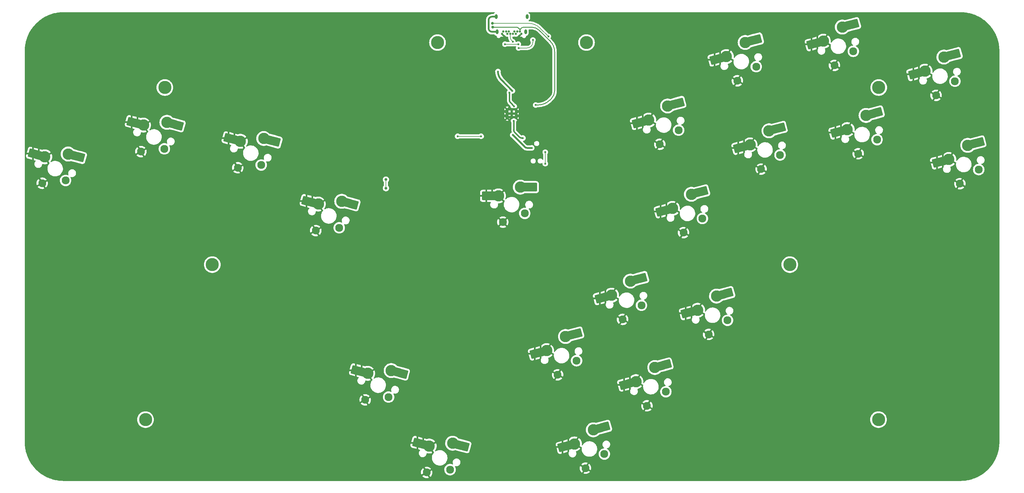
<source format=gbl>
G04 #@! TF.GenerationSoftware,KiCad,Pcbnew,(7.0.0)*
G04 #@! TF.CreationDate,2023-03-16T13:51:01-07:00*
G04 #@! TF.ProjectId,OpenRectangle,4f70656e-5265-4637-9461-6e676c652e6b,rev?*
G04 #@! TF.SameCoordinates,Original*
G04 #@! TF.FileFunction,Copper,L2,Bot*
G04 #@! TF.FilePolarity,Positive*
%FSLAX46Y46*%
G04 Gerber Fmt 4.6, Leading zero omitted, Abs format (unit mm)*
G04 Created by KiCad (PCBNEW (7.0.0)) date 2023-03-16 13:51:01*
%MOMM*%
%LPD*%
G01*
G04 APERTURE LIST*
G04 Aperture macros list*
%AMRoundRect*
0 Rectangle with rounded corners*
0 $1 Rounding radius*
0 $2 $3 $4 $5 $6 $7 $8 $9 X,Y pos of 4 corners*
0 Add a 4 corners polygon primitive as box body*
4,1,4,$2,$3,$4,$5,$6,$7,$8,$9,$2,$3,0*
0 Add four circle primitives for the rounded corners*
1,1,$1+$1,$2,$3*
1,1,$1+$1,$4,$5*
1,1,$1+$1,$6,$7*
1,1,$1+$1,$8,$9*
0 Add four rect primitives between the rounded corners*
20,1,$1+$1,$2,$3,$4,$5,0*
20,1,$1+$1,$4,$5,$6,$7,0*
20,1,$1+$1,$6,$7,$8,$9,0*
20,1,$1+$1,$8,$9,$2,$3,0*%
%AMRotRect*
0 Rectangle, with rotation*
0 The origin of the aperture is its center*
0 $1 length*
0 $2 width*
0 $3 Rotation angle, in degrees counterclockwise*
0 Add horizontal line*
21,1,$1,$2,0,0,$3*%
G04 Aperture macros list end*
G04 #@! TA.AperFunction,ComponentPad*
%ADD10C,3.800000*%
G04 #@! TD*
G04 #@! TA.AperFunction,ComponentPad*
%ADD11C,2.300000*%
G04 #@! TD*
G04 #@! TA.AperFunction,ComponentPad*
%ADD12C,0.600000*%
G04 #@! TD*
G04 #@! TA.AperFunction,ComponentPad*
%ADD13C,0.650000*%
G04 #@! TD*
G04 #@! TA.AperFunction,ComponentPad*
%ADD14O,0.800000X1.400000*%
G04 #@! TD*
G04 #@! TA.AperFunction,ComponentPad*
%ADD15C,3.300000*%
G04 #@! TD*
G04 #@! TA.AperFunction,SMDPad,CuDef*
%ADD16RotRect,1.650000X2.500000X345.000000*%
G04 #@! TD*
G04 #@! TA.AperFunction,SMDPad,CuDef*
%ADD17RoundRect,0.250000X1.248893X0.700636X-0.731255X1.231215X-1.248893X-0.700636X0.731255X-1.231215X0*%
G04 #@! TD*
G04 #@! TA.AperFunction,SMDPad,CuDef*
%ADD18RotRect,1.650000X2.500000X165.000000*%
G04 #@! TD*
G04 #@! TA.AperFunction,SMDPad,CuDef*
%ADD19RotRect,1.650000X2.500000X15.000000*%
G04 #@! TD*
G04 #@! TA.AperFunction,SMDPad,CuDef*
%ADD20RoundRect,0.250000X0.731255X1.231215X-1.248893X0.700636X-0.731255X-1.231215X1.248893X-0.700636X0*%
G04 #@! TD*
G04 #@! TA.AperFunction,SMDPad,CuDef*
%ADD21RotRect,1.650000X2.500000X195.000000*%
G04 #@! TD*
G04 #@! TA.AperFunction,SMDPad,CuDef*
%ADD22R,1.650000X2.500000*%
G04 #@! TD*
G04 #@! TA.AperFunction,SMDPad,CuDef*
%ADD23RoundRect,0.250000X1.025000X1.000000X-1.025000X1.000000X-1.025000X-1.000000X1.025000X-1.000000X0*%
G04 #@! TD*
G04 #@! TA.AperFunction,ViaPad*
%ADD24C,0.600000*%
G04 #@! TD*
G04 #@! TA.AperFunction,ViaPad*
%ADD25C,0.800000*%
G04 #@! TD*
G04 #@! TA.AperFunction,Conductor*
%ADD26C,0.635000*%
G04 #@! TD*
G04 #@! TA.AperFunction,Conductor*
%ADD27C,0.200000*%
G04 #@! TD*
G04 #@! TA.AperFunction,Conductor*
%ADD28C,0.250000*%
G04 #@! TD*
G04 #@! TA.AperFunction,Conductor*
%ADD29C,0.500000*%
G04 #@! TD*
G04 #@! TA.AperFunction,Conductor*
%ADD30C,0.381000*%
G04 #@! TD*
G04 APERTURE END LIST*
D10*
X279275000Y-98760000D03*
X305060000Y-47313383D03*
D11*
X327173146Y-45479258D03*
X321696917Y-49576211D03*
X253920545Y-85360724D03*
X248444316Y-89457677D03*
X304589245Y-62445896D03*
X299113016Y-66542849D03*
X261212701Y-114944898D03*
X255736472Y-119041851D03*
D10*
X111765000Y-98760000D03*
D11*
X125952219Y-69813090D03*
X119161190Y-70623041D03*
X180734080Y-158346938D03*
X173943051Y-159156889D03*
X69218754Y-74311674D03*
X62427725Y-75121625D03*
X297693251Y-36776684D03*
X292217022Y-40873637D03*
X276430431Y-66911080D03*
X270954202Y-71008033D03*
X217413760Y-126680789D03*
X211937531Y-130777742D03*
D10*
X92395000Y-143800000D03*
D11*
X202388500Y-83866866D03*
X196038500Y-86406866D03*
X247024810Y-59692478D03*
X241548581Y-63789431D03*
X236246143Y-110576311D03*
X230769914Y-114673264D03*
X162900472Y-137243168D03*
X156109443Y-138053119D03*
X148574312Y-88052615D03*
X141783283Y-88862566D03*
D10*
X98000000Y-47313383D03*
D11*
X269534437Y-41241868D03*
X264058208Y-45338821D03*
X97856886Y-65107131D03*
X91065857Y-65917082D03*
D10*
X304995000Y-143800000D03*
D11*
X225485032Y-153803186D03*
X220008803Y-157900139D03*
D12*
X197305000Y-53620000D03*
X197305000Y-54895000D03*
X197305000Y-56170000D03*
X198580000Y-53620000D03*
X198580000Y-54895000D03*
X198580000Y-56170000D03*
X199855000Y-53620000D03*
X199855000Y-54895000D03*
X199855000Y-56170000D03*
D11*
X243317415Y-135698708D03*
X237841186Y-139795661D03*
D10*
X220290000Y-34240000D03*
X177100000Y-34240000D03*
D11*
X334069140Y-71148470D03*
X328592911Y-75245423D03*
D13*
X195778500Y-31710000D03*
X196178500Y-31010000D03*
X196978500Y-31010000D03*
X197378500Y-31710000D03*
X197778500Y-31010000D03*
X198178500Y-31710000D03*
X198978500Y-31710000D03*
X199378500Y-31010000D03*
X199778500Y-31710000D03*
X200178500Y-31010000D03*
X200978500Y-31010000D03*
X201378500Y-31710000D03*
D14*
X203068499Y-26719999D03*
X202633499Y-31109999D03*
X194373499Y-31109999D03*
X194088499Y-26719999D03*
D15*
X63173200Y-67432570D03*
D16*
X61410384Y-66960224D03*
D17*
X59744163Y-66513762D03*
X73393266Y-67541427D03*
D18*
X71702895Y-67088492D03*
D15*
X69964229Y-66622619D03*
X238349654Y-56757776D03*
D19*
X236586839Y-57230120D03*
D20*
X234920618Y-57676584D03*
X247254920Y-51742016D03*
D21*
X245564548Y-52194948D03*
D15*
X243825883Y-52660823D03*
X245245389Y-82426022D03*
D19*
X243482574Y-82898366D03*
D20*
X241816353Y-83344830D03*
X254150655Y-77410262D03*
D21*
X252460283Y-77863194D03*
D15*
X250721618Y-78329069D03*
X194768500Y-78786866D03*
D22*
X192943499Y-78786865D03*
D23*
X191218500Y-78786866D03*
X204668500Y-76246866D03*
D22*
X202918499Y-76246865D03*
D15*
X201118500Y-76246866D03*
X208738604Y-123746087D03*
D19*
X206975789Y-124218431D03*
D20*
X205309568Y-124664895D03*
X217643870Y-118730327D03*
D21*
X215953498Y-119183259D03*
D15*
X214214833Y-119649134D03*
X91811332Y-58228027D03*
D16*
X90048516Y-57755681D03*
D17*
X88382295Y-57309219D03*
X102031398Y-58336884D03*
D18*
X100341027Y-57883949D03*
D15*
X98602361Y-57418076D03*
X252537545Y-112010196D03*
D19*
X250774730Y-112482540D03*
D20*
X249108509Y-112929004D03*
X261442811Y-106994436D03*
D21*
X259752439Y-107447368D03*
D15*
X258013774Y-107913243D03*
X142528758Y-81173511D03*
D16*
X140765942Y-80701165D03*
D17*
X139099721Y-80254703D03*
X152748824Y-81282368D03*
D18*
X151058453Y-80829433D03*
D15*
X149319787Y-80363560D03*
X260859281Y-38307166D03*
D19*
X259096466Y-38779510D03*
D20*
X257430245Y-39225974D03*
X269764547Y-33291406D03*
D21*
X268074175Y-33744338D03*
D15*
X266335510Y-34210213D03*
X119906665Y-62933986D03*
D16*
X118143849Y-62461640D03*
D17*
X116477628Y-62015178D03*
X130126731Y-63042843D03*
D18*
X128436360Y-62589908D03*
D15*
X126697694Y-62124035D03*
X216809876Y-150868484D03*
D19*
X215047061Y-151340828D03*
D20*
X213380840Y-151787292D03*
X225715142Y-145852724D03*
D21*
X224024770Y-146305656D03*
D15*
X222286105Y-146771531D03*
X174688526Y-151467834D03*
D16*
X172925710Y-150995488D03*
D17*
X171259489Y-150549026D03*
X184908592Y-151576691D03*
D18*
X183218221Y-151123756D03*
D15*
X181479555Y-150657883D03*
X156854918Y-130364064D03*
D16*
X155092102Y-129891718D03*
D17*
X153425881Y-129445256D03*
X167074984Y-130472921D03*
D18*
X165384613Y-130019986D03*
D15*
X163645947Y-129554113D03*
X295914089Y-59511194D03*
D19*
X294151274Y-59983538D03*
D20*
X292485053Y-60430002D03*
X304819355Y-54495434D03*
D21*
X303128983Y-54948366D03*
D15*
X301390318Y-55414241D03*
X318497990Y-42544556D03*
D19*
X316735175Y-43016900D03*
D20*
X315068954Y-43463364D03*
X327403256Y-37528796D03*
D21*
X325712884Y-37981728D03*
D15*
X323974219Y-38447603D03*
X234642259Y-132764006D03*
D19*
X232879444Y-133236350D03*
D20*
X231213223Y-133682814D03*
X243547525Y-127748246D03*
D21*
X241857153Y-128201178D03*
D15*
X240118488Y-128667053D03*
X267755275Y-63976378D03*
D19*
X265992460Y-64448722D03*
D20*
X264326239Y-64895186D03*
X276660541Y-58960618D03*
D21*
X274970169Y-59413550D03*
D15*
X273231504Y-59879425D03*
X325393984Y-68213768D03*
D19*
X323631169Y-68686112D03*
D20*
X321964948Y-69132576D03*
X334299250Y-63198008D03*
D21*
X332608878Y-63650940D03*
D15*
X330870213Y-64116815D03*
X289018095Y-33841982D03*
D19*
X287255280Y-34314326D03*
D20*
X285589059Y-34760790D03*
X297923361Y-28826222D03*
D21*
X296232989Y-29279154D03*
D15*
X294494324Y-29745029D03*
X227570987Y-107641609D03*
D19*
X225808172Y-108113953D03*
D20*
X224141951Y-108560417D03*
X236476253Y-102625849D03*
D21*
X234785881Y-103078781D03*
D15*
X233047216Y-103544656D03*
D24*
X191312750Y-58054018D03*
X197789750Y-45735018D03*
X187627500Y-45465000D03*
X196000000Y-37350000D03*
X200202750Y-63896018D03*
X192865000Y-64912018D03*
X199567750Y-67579018D03*
X204170000Y-38570000D03*
X204012739Y-67390000D03*
X196600000Y-41630000D03*
X202361750Y-47259018D03*
X205536750Y-49070000D03*
X207260000Y-45475000D03*
X204650000Y-46635000D03*
X193344750Y-49926018D03*
X200806000Y-45242893D03*
X206902000Y-58831893D03*
X198901000Y-45242893D03*
X189729504Y-61479605D03*
X182911089Y-61481089D03*
D25*
X162130000Y-76550000D03*
X162130000Y-74050000D03*
D24*
X205560000Y-52380000D03*
D25*
X193100000Y-29740000D03*
D24*
X194620000Y-42670000D03*
X198805750Y-48275018D03*
X204412739Y-64870000D03*
X198932750Y-61102018D03*
X201853750Y-61991018D03*
X199186750Y-56994500D03*
X199313750Y-52757250D03*
X197945000Y-48767250D03*
X200520000Y-34710000D03*
X196670000Y-34710000D03*
X198928000Y-34010000D03*
X208340500Y-66090000D03*
X208343911Y-69423911D03*
X204750000Y-33500500D03*
X200610000Y-35810000D03*
D25*
X193000000Y-28640000D03*
D24*
X209261589Y-32468411D03*
D26*
X198580000Y-53620000D02*
X198580000Y-56170000D01*
X199855000Y-56170000D02*
X199855000Y-53620000D01*
X197605000Y-55870000D02*
X199555000Y-55870000D01*
X199555000Y-55870000D02*
X199855000Y-56170000D01*
X197305000Y-56170000D02*
X197305000Y-53620000D01*
X199855000Y-53620000D02*
X197305000Y-53620000D01*
X197305000Y-56170000D02*
X197605000Y-55870000D01*
X199855000Y-54895000D02*
X197305000Y-54895000D01*
D27*
X189729504Y-61479605D02*
X182912573Y-61479605D01*
X182912573Y-61479605D02*
X182911089Y-61481089D01*
X162130000Y-74050000D02*
X162130000Y-76550000D01*
D28*
X200589893Y-30032893D02*
X200978500Y-30421500D01*
X206208241Y-52380000D02*
X205560000Y-52380000D01*
X210161321Y-50448679D02*
X209659599Y-50950401D01*
X202024214Y-29790000D02*
X204457359Y-29790000D01*
X193100000Y-29740000D02*
X199882786Y-29740000D01*
X200978500Y-30421500D02*
X201317107Y-30082893D01*
X206578679Y-30668679D02*
X209837486Y-33927486D01*
X211040000Y-36830612D02*
X211040000Y-48327359D01*
X200978500Y-31010000D02*
X200978500Y-30421500D01*
X200589900Y-30032886D02*
G75*
G03*
X199882786Y-29740000I-707100J-707114D01*
G01*
X211040003Y-36830612D02*
G75*
G03*
X209837486Y-33927486I-4105603J12D01*
G01*
X206578699Y-30668659D02*
G75*
G03*
X204457359Y-29790000I-2121299J-2121341D01*
G01*
X210161341Y-50448699D02*
G75*
G03*
X211040000Y-48327359I-2121341J2121299D01*
G01*
X202024214Y-29790010D02*
G75*
G03*
X201317107Y-30082893I-14J-999990D01*
G01*
X206208241Y-52380016D02*
G75*
G03*
X209659599Y-50950401I-41J4881016D01*
G01*
D29*
X203114946Y-64870000D02*
X204412739Y-64870000D01*
X198932750Y-61102018D02*
X202407839Y-64577107D01*
X195623570Y-45092838D02*
X198805750Y-48275018D01*
X202407816Y-64577130D02*
G75*
G03*
X203114946Y-64870000I707084J707130D01*
G01*
X194619996Y-42670000D02*
G75*
G03*
X195623570Y-45092838I3426404J0D01*
G01*
D30*
X199479643Y-60334893D02*
X200842875Y-61698125D01*
X199186750Y-56994500D02*
X199186750Y-59627786D01*
X201549982Y-61991018D02*
X201853750Y-61991018D01*
X197945000Y-50974286D02*
X197945000Y-48767250D01*
X199313750Y-52757250D02*
X198237893Y-51681393D01*
X199186745Y-59627786D02*
G75*
G03*
X199479643Y-60334893I999955J-14D01*
G01*
X197945010Y-50974286D02*
G75*
G03*
X198237893Y-51681393I999990J-14D01*
G01*
X200842880Y-61698120D02*
G75*
G03*
X201549982Y-61991018I707120J707120D01*
G01*
D27*
X196670000Y-34710000D02*
X200520000Y-34710000D01*
D29*
X192900000Y-26720000D02*
X194088500Y-26720000D01*
X194373500Y-31110000D02*
X192900000Y-31110000D01*
X191900000Y-30110000D02*
X191900000Y-27720000D01*
X192900000Y-26720000D02*
G75*
G03*
X191900000Y-27720000I0J-1000000D01*
G01*
X191900000Y-30110000D02*
G75*
G03*
X192900000Y-31110000I1000000J0D01*
G01*
D27*
X198178500Y-32567542D02*
X198178500Y-31710000D01*
X198928000Y-34010000D02*
X198668495Y-33750495D01*
X198178486Y-32567542D02*
G75*
G03*
X198668495Y-33750495I1673014J42D01*
G01*
X208340500Y-69420500D02*
X208343911Y-69423911D01*
X208340500Y-66090000D02*
X208340500Y-69420500D01*
X200610000Y-35810000D02*
X203024430Y-35810000D01*
X204750000Y-34084430D02*
X204750000Y-33500500D01*
X203024430Y-35810000D02*
G75*
G03*
X204750000Y-34084430I-30J1725600D01*
G01*
X193000000Y-28640000D02*
X203443334Y-28640000D01*
X206840210Y-30047032D02*
X209261589Y-32468411D01*
X206840191Y-30047051D02*
G75*
G03*
X203443334Y-28640000I-3396891J-3396849D01*
G01*
G04 #@! TA.AperFunction,Conductor*
G36*
X193621453Y-25417377D02*
G01*
X193667571Y-25463488D01*
X193684459Y-25526479D01*
X193667592Y-25589476D01*
X193630256Y-25626829D01*
X193631748Y-25628882D01*
X193482591Y-25737250D01*
X193482583Y-25737256D01*
X193477247Y-25741134D01*
X193472830Y-25746039D01*
X193472825Y-25746044D01*
X193358427Y-25873097D01*
X193349460Y-25883056D01*
X193346161Y-25888769D01*
X193346158Y-25888774D01*
X193340542Y-25898502D01*
X193294423Y-25944620D01*
X193231424Y-25961500D01*
X192979722Y-25961500D01*
X192900000Y-25961500D01*
X192774230Y-25961500D01*
X192769787Y-25962138D01*
X192769784Y-25962139D01*
X192529691Y-25996659D01*
X192529686Y-25996659D01*
X192525249Y-25997298D01*
X192520938Y-25998563D01*
X192520937Y-25998564D01*
X192288216Y-26066896D01*
X192288205Y-26066899D01*
X192283897Y-26068165D01*
X192279818Y-26070027D01*
X192279804Y-26070033D01*
X192059181Y-26170789D01*
X192059172Y-26170793D01*
X192055088Y-26172659D01*
X192051308Y-26175087D01*
X192051301Y-26175092D01*
X191847259Y-26306221D01*
X191847248Y-26306228D01*
X191843478Y-26308652D01*
X191840091Y-26311586D01*
X191840080Y-26311595D01*
X191656769Y-26470435D01*
X191656761Y-26470442D01*
X191653376Y-26473376D01*
X191650442Y-26476761D01*
X191650435Y-26476769D01*
X191491595Y-26660080D01*
X191491586Y-26660091D01*
X191488652Y-26663478D01*
X191486228Y-26667248D01*
X191486221Y-26667259D01*
X191355092Y-26871301D01*
X191355087Y-26871308D01*
X191352659Y-26875088D01*
X191350793Y-26879172D01*
X191350789Y-26879181D01*
X191250033Y-27099804D01*
X191250027Y-27099818D01*
X191248165Y-27103897D01*
X191246899Y-27108205D01*
X191246896Y-27108216D01*
X191204919Y-27251180D01*
X191177298Y-27345249D01*
X191176659Y-27349686D01*
X191176659Y-27349691D01*
X191147683Y-27551225D01*
X191141500Y-27594230D01*
X191141500Y-27631344D01*
X191141500Y-30030278D01*
X191141500Y-30110000D01*
X191141500Y-30235770D01*
X191142138Y-30240213D01*
X191142139Y-30240215D01*
X191174932Y-30468299D01*
X191177298Y-30484751D01*
X191178564Y-30489062D01*
X191246896Y-30721783D01*
X191246898Y-30721789D01*
X191248165Y-30726103D01*
X191250029Y-30730185D01*
X191250033Y-30730195D01*
X191345748Y-30939780D01*
X191352659Y-30954912D01*
X191355091Y-30958696D01*
X191355092Y-30958698D01*
X191456591Y-31116635D01*
X191488652Y-31166522D01*
X191491591Y-31169914D01*
X191491595Y-31169919D01*
X191650435Y-31353230D01*
X191653376Y-31356624D01*
X191656769Y-31359564D01*
X191830225Y-31509865D01*
X191843478Y-31521348D01*
X192055088Y-31657341D01*
X192114707Y-31684568D01*
X192277592Y-31758956D01*
X192283897Y-31761835D01*
X192525249Y-31832702D01*
X192774230Y-31868500D01*
X192811344Y-31868500D01*
X192900000Y-31868500D01*
X192979722Y-31868500D01*
X193516424Y-31868500D01*
X193579423Y-31885380D01*
X193625542Y-31931498D01*
X193634460Y-31946944D01*
X193762247Y-32088866D01*
X193916748Y-32201118D01*
X194091212Y-32278794D01*
X194154448Y-32292235D01*
X194201418Y-32312902D01*
X194236254Y-32350586D01*
X194253173Y-32399035D01*
X194266734Y-32502047D01*
X194266735Y-32502053D01*
X194267813Y-32510236D01*
X194270972Y-32517864D01*
X194270973Y-32517865D01*
X194322641Y-32642603D01*
X194322642Y-32642605D01*
X194325802Y-32650233D01*
X194330828Y-32656783D01*
X194330830Y-32656786D01*
X194375175Y-32714577D01*
X194418049Y-32770451D01*
X194538267Y-32862698D01*
X194678264Y-32920687D01*
X194790780Y-32935500D01*
X194862098Y-32935500D01*
X194866220Y-32935500D01*
X194978736Y-32920687D01*
X195118733Y-32862698D01*
X195238951Y-32770451D01*
X195331198Y-32650233D01*
X195361688Y-32576623D01*
X195398804Y-32526921D01*
X195455141Y-32500952D01*
X195517042Y-32505013D01*
X195526131Y-32507967D01*
X195684491Y-32541627D01*
X195697551Y-32543000D01*
X195859449Y-32543000D01*
X195872508Y-32541627D01*
X196030870Y-32507966D01*
X196043363Y-32503907D01*
X196146870Y-32457821D01*
X196156039Y-32450690D01*
X196150033Y-32440743D01*
X195673528Y-31964238D01*
X195639952Y-31903915D01*
X195643204Y-31834954D01*
X195682308Y-31778058D01*
X195745523Y-31750309D01*
X195813870Y-31760035D01*
X195919516Y-31807072D01*
X196090896Y-31843500D01*
X196097499Y-31843500D01*
X196219020Y-31843500D01*
X196267238Y-31853091D01*
X196308115Y-31880405D01*
X196509525Y-32081815D01*
X196520866Y-32088867D01*
X196525212Y-32089296D01*
X196572165Y-32083375D01*
X196627302Y-32103104D01*
X196667565Y-32145625D01*
X196700470Y-32202618D01*
X196704886Y-32207523D01*
X196704888Y-32207525D01*
X196780470Y-32291467D01*
X196817708Y-32332823D01*
X196959454Y-32435808D01*
X197119516Y-32507072D01*
X197290896Y-32543500D01*
X197297499Y-32543500D01*
X197443988Y-32543500D01*
X197506987Y-32560380D01*
X197553106Y-32606497D01*
X197569988Y-32669495D01*
X197569988Y-32692148D01*
X197569988Y-32692164D01*
X197569989Y-32695680D01*
X197570383Y-32699178D01*
X197570384Y-32699192D01*
X197591250Y-32884344D01*
X197598684Y-32950312D01*
X197599469Y-32953753D01*
X197599470Y-32953756D01*
X197654919Y-33196678D01*
X197654922Y-33196691D01*
X197655708Y-33200131D01*
X197656871Y-33203456D01*
X197656875Y-33203468D01*
X197739178Y-33438664D01*
X197740344Y-33441995D01*
X197741872Y-33445168D01*
X197741875Y-33445175D01*
X197849994Y-33669683D01*
X197849998Y-33669690D01*
X197851526Y-33672863D01*
X197853402Y-33675848D01*
X197853405Y-33675854D01*
X197969379Y-33860425D01*
X197987857Y-33889831D01*
X197990063Y-33892597D01*
X197990065Y-33892600D01*
X197993527Y-33896942D01*
X198020223Y-33961394D01*
X198008537Y-34030171D01*
X197962050Y-34082188D01*
X197895015Y-34101500D01*
X197254722Y-34101500D01*
X197213106Y-34094429D01*
X197178933Y-34075541D01*
X197177281Y-34073889D01*
X197171291Y-34070125D01*
X197029006Y-33980721D01*
X197029003Y-33980719D01*
X197023015Y-33976957D01*
X197016339Y-33974621D01*
X197016335Y-33974619D01*
X196857724Y-33919119D01*
X196857720Y-33919118D01*
X196851047Y-33916783D01*
X196840636Y-33915610D01*
X196677029Y-33897176D01*
X196670000Y-33896384D01*
X196662971Y-33897176D01*
X196495981Y-33915991D01*
X196495979Y-33915991D01*
X196488953Y-33916783D01*
X196482280Y-33919117D01*
X196482275Y-33919119D01*
X196323664Y-33974619D01*
X196323656Y-33974622D01*
X196316985Y-33976957D01*
X196311000Y-33980717D01*
X196310993Y-33980721D01*
X196168714Y-34070121D01*
X196168709Y-34070125D01*
X196162719Y-34073889D01*
X196157714Y-34078893D01*
X196157710Y-34078897D01*
X196038897Y-34197710D01*
X196038893Y-34197714D01*
X196033889Y-34202719D01*
X196030126Y-34208707D01*
X196030121Y-34208714D01*
X195940721Y-34350993D01*
X195940717Y-34351000D01*
X195936957Y-34356985D01*
X195934622Y-34363656D01*
X195934619Y-34363664D01*
X195879119Y-34522275D01*
X195879117Y-34522280D01*
X195876783Y-34528953D01*
X195875991Y-34535979D01*
X195875991Y-34535981D01*
X195870910Y-34581074D01*
X195856384Y-34710000D01*
X195863866Y-34776402D01*
X195875905Y-34883259D01*
X195876783Y-34891047D01*
X195879118Y-34897720D01*
X195879119Y-34897724D01*
X195934619Y-35056335D01*
X195934621Y-35056339D01*
X195936957Y-35063015D01*
X195940719Y-35069003D01*
X195940721Y-35069006D01*
X196025251Y-35203535D01*
X196033889Y-35217281D01*
X196162719Y-35346111D01*
X196168713Y-35349877D01*
X196168714Y-35349878D01*
X196223810Y-35384497D01*
X196316985Y-35443043D01*
X196488953Y-35503217D01*
X196670000Y-35523616D01*
X196851047Y-35503217D01*
X197023015Y-35443043D01*
X197177281Y-35346111D01*
X197178933Y-35344458D01*
X197213106Y-35325571D01*
X197254722Y-35318500D01*
X199747835Y-35318500D01*
X199805667Y-35332556D01*
X199850596Y-35371587D01*
X199872598Y-35426886D01*
X199866764Y-35486115D01*
X199819119Y-35622275D01*
X199819117Y-35622280D01*
X199816783Y-35628953D01*
X199815991Y-35635979D01*
X199815991Y-35635981D01*
X199809897Y-35690067D01*
X199796384Y-35810000D01*
X199816783Y-35991047D01*
X199819118Y-35997720D01*
X199819119Y-35997724D01*
X199874619Y-36156335D01*
X199874621Y-36156339D01*
X199876957Y-36163015D01*
X199880719Y-36169003D01*
X199880721Y-36169006D01*
X199956551Y-36289689D01*
X199973889Y-36317281D01*
X200102719Y-36446111D01*
X200108713Y-36449877D01*
X200108714Y-36449878D01*
X200250993Y-36539278D01*
X200256985Y-36543043D01*
X200428953Y-36603217D01*
X200610000Y-36623616D01*
X200791047Y-36603217D01*
X200963015Y-36543043D01*
X201117281Y-36446111D01*
X201118933Y-36444458D01*
X201153106Y-36425571D01*
X201194722Y-36418500D01*
X202950551Y-36418500D01*
X202950555Y-36418501D01*
X203024441Y-36418500D01*
X203064315Y-36418500D01*
X203064319Y-36418499D01*
X203165624Y-36418498D01*
X203445933Y-36384458D01*
X203720095Y-36316879D01*
X203984112Y-36216748D01*
X204234136Y-36085523D01*
X204466519Y-35925119D01*
X204677874Y-35737874D01*
X204865119Y-35526519D01*
X205025523Y-35294136D01*
X205156748Y-35044112D01*
X205256879Y-34780095D01*
X205324458Y-34505933D01*
X205358498Y-34225624D01*
X205358499Y-34124319D01*
X205358500Y-34124315D01*
X205358500Y-34085222D01*
X205365571Y-34043606D01*
X205384458Y-34009433D01*
X205386111Y-34007781D01*
X205483043Y-33853515D01*
X205543217Y-33681547D01*
X205563616Y-33500500D01*
X205543217Y-33319453D01*
X205483043Y-33147485D01*
X205464544Y-33118044D01*
X205389878Y-32999214D01*
X205389877Y-32999213D01*
X205386111Y-32993219D01*
X205257281Y-32864389D01*
X205251287Y-32860623D01*
X205251285Y-32860621D01*
X205109006Y-32771221D01*
X205109003Y-32771219D01*
X205103015Y-32767457D01*
X205096339Y-32765121D01*
X205096335Y-32765119D01*
X204937724Y-32709619D01*
X204937720Y-32709618D01*
X204931047Y-32707283D01*
X204750000Y-32686884D01*
X204742971Y-32687676D01*
X204575981Y-32706491D01*
X204575979Y-32706491D01*
X204568953Y-32707283D01*
X204562280Y-32709617D01*
X204562275Y-32709619D01*
X204403664Y-32765119D01*
X204403656Y-32765122D01*
X204396985Y-32767457D01*
X204391000Y-32771217D01*
X204390993Y-32771221D01*
X204248714Y-32860621D01*
X204248707Y-32860626D01*
X204242719Y-32864389D01*
X204237714Y-32869393D01*
X204237710Y-32869397D01*
X204118897Y-32988210D01*
X204118893Y-32988214D01*
X204113889Y-32993219D01*
X204110126Y-32999207D01*
X204110121Y-32999214D01*
X204020721Y-33141493D01*
X204020717Y-33141500D01*
X204016957Y-33147485D01*
X204014622Y-33154156D01*
X204014619Y-33154164D01*
X203959119Y-33312775D01*
X203959117Y-33312780D01*
X203956783Y-33319453D01*
X203955991Y-33326479D01*
X203955991Y-33326481D01*
X203950645Y-33373926D01*
X203936384Y-33500500D01*
X203956783Y-33681547D01*
X203959118Y-33688220D01*
X203959119Y-33688224D01*
X204014619Y-33846835D01*
X204014621Y-33846839D01*
X204016957Y-33853515D01*
X204020719Y-33859503D01*
X204020721Y-33859506D01*
X204080414Y-33954506D01*
X204113889Y-34007781D01*
X204115018Y-34008910D01*
X204135634Y-34048208D01*
X204140523Y-34095582D01*
X204125486Y-34267416D01*
X204121672Y-34289044D01*
X204076980Y-34455832D01*
X204069468Y-34476471D01*
X203996493Y-34632964D01*
X203985512Y-34651984D01*
X203886467Y-34793433D01*
X203872349Y-34810257D01*
X203750257Y-34932349D01*
X203733433Y-34946467D01*
X203591984Y-35045512D01*
X203572964Y-35056493D01*
X203416471Y-35129468D01*
X203395832Y-35136980D01*
X203229044Y-35181672D01*
X203207416Y-35185486D01*
X203029904Y-35201020D01*
X203018920Y-35201500D01*
X201382165Y-35201500D01*
X201324333Y-35187444D01*
X201279404Y-35148413D01*
X201257402Y-35093114D01*
X201263236Y-35033885D01*
X201265018Y-35028791D01*
X201313217Y-34891047D01*
X201333616Y-34710000D01*
X201313217Y-34528953D01*
X201253043Y-34356985D01*
X201168110Y-34221815D01*
X201159878Y-34208714D01*
X201159877Y-34208713D01*
X201156111Y-34202719D01*
X201027281Y-34073889D01*
X201021287Y-34070123D01*
X201021285Y-34070121D01*
X200879006Y-33980721D01*
X200879003Y-33980719D01*
X200873015Y-33976957D01*
X200866339Y-33974621D01*
X200866335Y-33974619D01*
X200707724Y-33919119D01*
X200707720Y-33919118D01*
X200701047Y-33916783D01*
X200690636Y-33915610D01*
X200527029Y-33897176D01*
X200520000Y-33896384D01*
X200512971Y-33897176D01*
X200345981Y-33915991D01*
X200345979Y-33915991D01*
X200338953Y-33916783D01*
X200332280Y-33919117D01*
X200332275Y-33919119D01*
X200173664Y-33974619D01*
X200173656Y-33974622D01*
X200166985Y-33976957D01*
X200161000Y-33980717D01*
X200160993Y-33980721D01*
X200018708Y-34070125D01*
X200018702Y-34070129D01*
X200012719Y-34073889D01*
X200011066Y-34075541D01*
X199976894Y-34094429D01*
X199935278Y-34101500D01*
X199864526Y-34101500D01*
X199805650Y-34086898D01*
X199760420Y-34046478D01*
X199739318Y-33989607D01*
X199737675Y-33975021D01*
X199721217Y-33828953D01*
X199661043Y-33656985D01*
X199591815Y-33546810D01*
X199567878Y-33508714D01*
X199567877Y-33508713D01*
X199564111Y-33502719D01*
X199435281Y-33373889D01*
X199429287Y-33370123D01*
X199429285Y-33370121D01*
X199287006Y-33280721D01*
X199287003Y-33280719D01*
X199281015Y-33276957D01*
X199274339Y-33274621D01*
X199274335Y-33274619D01*
X199115724Y-33219119D01*
X199115720Y-33219118D01*
X199109047Y-33216783D01*
X199102020Y-33215991D01*
X199102019Y-33215991D01*
X199058166Y-33211050D01*
X199004640Y-33192151D01*
X198964841Y-33151677D01*
X198958600Y-33141493D01*
X198908194Y-33059237D01*
X198899219Y-33041622D01*
X198888125Y-33014841D01*
X198842882Y-32905618D01*
X198836777Y-32886831D01*
X198802407Y-32743680D01*
X198799317Y-32724164D01*
X198795791Y-32679387D01*
X198809136Y-32612298D01*
X198855568Y-32562068D01*
X198921403Y-32543500D01*
X199059501Y-32543500D01*
X199066104Y-32543500D01*
X199237484Y-32507072D01*
X199327250Y-32467104D01*
X199378500Y-32456211D01*
X199429749Y-32467104D01*
X199519516Y-32507072D01*
X199690896Y-32543500D01*
X199859501Y-32543500D01*
X199866104Y-32543500D01*
X200037484Y-32507072D01*
X200197546Y-32435808D01*
X200339292Y-32332823D01*
X200456530Y-32202618D01*
X200489434Y-32145625D01*
X200529696Y-32103104D01*
X200584835Y-32083375D01*
X200631786Y-32089295D01*
X200636133Y-32088867D01*
X200647471Y-32081817D01*
X200848884Y-31880405D01*
X200889761Y-31853091D01*
X200937979Y-31843500D01*
X201059501Y-31843500D01*
X201066104Y-31843500D01*
X201237484Y-31807072D01*
X201343125Y-31760037D01*
X201411472Y-31750310D01*
X201474688Y-31778059D01*
X201513792Y-31834955D01*
X201517044Y-31903916D01*
X201483469Y-31964239D01*
X201006964Y-32440744D01*
X201000959Y-32450689D01*
X201010128Y-32457821D01*
X201113636Y-32503907D01*
X201126129Y-32507966D01*
X201284491Y-32541627D01*
X201297551Y-32543000D01*
X201459449Y-32543000D01*
X201472512Y-32541627D01*
X201515500Y-32532489D01*
X201573245Y-32533748D01*
X201624362Y-32560641D01*
X201658108Y-32607517D01*
X201672641Y-32642603D01*
X201675802Y-32650233D01*
X201680827Y-32656782D01*
X201680828Y-32656783D01*
X201718970Y-32706491D01*
X201768049Y-32770451D01*
X201888267Y-32862698D01*
X202028264Y-32920687D01*
X202140780Y-32935500D01*
X202212098Y-32935500D01*
X202216220Y-32935500D01*
X202328736Y-32920687D01*
X202468733Y-32862698D01*
X202588951Y-32770451D01*
X202681198Y-32650233D01*
X202739187Y-32510236D01*
X202753827Y-32399032D01*
X202770745Y-32350586D01*
X202805580Y-32312902D01*
X202852549Y-32292235D01*
X202915788Y-32278794D01*
X203090252Y-32201118D01*
X203244753Y-32088866D01*
X203372540Y-31946944D01*
X203468027Y-31781556D01*
X203527042Y-31599928D01*
X203542000Y-31457610D01*
X203542000Y-30762390D01*
X203527042Y-30620072D01*
X203524030Y-30610801D01*
X203516763Y-30588436D01*
X203512147Y-30529789D01*
X203534660Y-30475439D01*
X203579393Y-30437233D01*
X203636596Y-30423500D01*
X204380443Y-30423500D01*
X204380447Y-30423501D01*
X204453831Y-30423500D01*
X204460893Y-30423697D01*
X204715275Y-30437980D01*
X204729304Y-30439561D01*
X204976997Y-30481641D01*
X204990758Y-30484782D01*
X205232183Y-30554333D01*
X205245506Y-30558995D01*
X205477637Y-30655142D01*
X205490338Y-30661259D01*
X205710243Y-30782792D01*
X205722202Y-30790307D01*
X205927099Y-30935686D01*
X205938140Y-30944490D01*
X206121500Y-31108347D01*
X206127724Y-31113909D01*
X206132859Y-31118764D01*
X206157250Y-31143154D01*
X209387332Y-34373237D01*
X209391597Y-34377715D01*
X209614206Y-34623325D01*
X209622050Y-34632883D01*
X209817656Y-34896624D01*
X209824526Y-34906906D01*
X209889190Y-35014790D01*
X209980974Y-35167923D01*
X209993335Y-35188545D01*
X209999162Y-35199446D01*
X210042353Y-35290766D01*
X210139557Y-35496285D01*
X210144289Y-35507709D01*
X210254910Y-35816875D01*
X210258499Y-35828708D01*
X210338284Y-36147230D01*
X210340696Y-36159357D01*
X210388876Y-36484157D01*
X210390088Y-36496463D01*
X210406348Y-36827455D01*
X210406500Y-36833637D01*
X210406500Y-48250443D01*
X210406499Y-48250447D01*
X210406499Y-48250454D01*
X210406499Y-48250455D01*
X210406499Y-48323832D01*
X210406301Y-48330895D01*
X210392019Y-48585269D01*
X210390437Y-48599310D01*
X210348359Y-48846989D01*
X210345215Y-48860765D01*
X210275668Y-49102176D01*
X210271002Y-49115512D01*
X210174862Y-49347625D01*
X210168731Y-49360357D01*
X210047209Y-49580239D01*
X210039692Y-49592202D01*
X209894317Y-49797094D01*
X209885507Y-49808142D01*
X209716081Y-49997733D01*
X209711230Y-50002864D01*
X209694172Y-50019924D01*
X209694166Y-50019930D01*
X209213596Y-50500497D01*
X209209626Y-50504298D01*
X208942502Y-50749073D01*
X208934081Y-50756138D01*
X208648847Y-50975006D01*
X208639843Y-50981311D01*
X208336608Y-51174494D01*
X208327089Y-51179990D01*
X208008177Y-51346006D01*
X207998215Y-51350651D01*
X207666028Y-51488250D01*
X207655698Y-51492010D01*
X207312808Y-51600124D01*
X207302191Y-51602969D01*
X206951172Y-51680790D01*
X206940347Y-51682699D01*
X206583880Y-51729632D01*
X206572930Y-51730590D01*
X206211350Y-51746380D01*
X206205853Y-51746500D01*
X206107736Y-51746500D01*
X206040700Y-51727187D01*
X205919006Y-51650721D01*
X205919003Y-51650719D01*
X205913015Y-51646957D01*
X205906339Y-51644621D01*
X205906335Y-51644619D01*
X205747724Y-51589119D01*
X205747720Y-51589118D01*
X205741047Y-51586783D01*
X205560000Y-51566384D01*
X205552971Y-51567176D01*
X205385981Y-51585991D01*
X205385979Y-51585991D01*
X205378953Y-51586783D01*
X205372280Y-51589117D01*
X205372275Y-51589119D01*
X205213664Y-51644619D01*
X205213656Y-51644622D01*
X205206985Y-51646957D01*
X205201000Y-51650717D01*
X205200993Y-51650721D01*
X205058714Y-51740121D01*
X205058707Y-51740126D01*
X205052719Y-51743889D01*
X205047714Y-51748893D01*
X205047710Y-51748897D01*
X204928897Y-51867710D01*
X204928893Y-51867714D01*
X204923889Y-51872719D01*
X204920126Y-51878707D01*
X204920121Y-51878714D01*
X204830721Y-52020993D01*
X204830717Y-52021000D01*
X204826957Y-52026985D01*
X204824622Y-52033656D01*
X204824619Y-52033664D01*
X204769119Y-52192275D01*
X204769117Y-52192280D01*
X204766783Y-52198953D01*
X204765991Y-52205979D01*
X204765991Y-52205981D01*
X204761599Y-52244960D01*
X204746384Y-52380000D01*
X204766783Y-52561047D01*
X204769118Y-52567720D01*
X204769119Y-52567724D01*
X204824619Y-52726335D01*
X204824621Y-52726339D01*
X204826957Y-52733015D01*
X204830719Y-52739003D01*
X204830721Y-52739006D01*
X204902431Y-52853132D01*
X204923889Y-52887281D01*
X205052719Y-53016111D01*
X205058713Y-53019877D01*
X205058714Y-53019878D01*
X205069170Y-53026448D01*
X205206985Y-53113043D01*
X205378953Y-53173217D01*
X205560000Y-53193616D01*
X205741047Y-53173217D01*
X205913015Y-53113043D01*
X206040699Y-53032813D01*
X206107736Y-53013500D01*
X206131321Y-53013500D01*
X206131325Y-53013501D01*
X206208185Y-53013500D01*
X206208246Y-53013508D01*
X206208246Y-53013516D01*
X206424910Y-53013515D01*
X206856901Y-52979513D01*
X207284893Y-52911723D01*
X207706246Y-52810562D01*
X208118364Y-52676655D01*
X208156585Y-52660823D01*
X241662339Y-52660823D01*
X241662633Y-52665121D01*
X241680168Y-52921487D01*
X241682490Y-52955426D01*
X241742569Y-53244540D01*
X241744006Y-53248583D01*
X241744009Y-53248594D01*
X241840016Y-53518731D01*
X241840019Y-53518738D01*
X241841456Y-53522781D01*
X241843430Y-53526592D01*
X241843432Y-53526595D01*
X241975326Y-53781140D01*
X241975329Y-53781145D01*
X241977309Y-53784966D01*
X242147597Y-54026210D01*
X242349149Y-54242019D01*
X242578210Y-54428373D01*
X242830512Y-54581802D01*
X243101356Y-54699446D01*
X243385697Y-54779115D01*
X243678238Y-54819323D01*
X243969223Y-54819323D01*
X243973528Y-54819323D01*
X244266069Y-54779115D01*
X244550410Y-54699446D01*
X244821254Y-54581802D01*
X245073556Y-54428373D01*
X245302617Y-54242019D01*
X245472753Y-54059846D01*
X245532225Y-54024142D01*
X246671149Y-53718969D01*
X246671157Y-53718968D01*
X248748949Y-53162224D01*
X248846544Y-53125087D01*
X248994687Y-53027653D01*
X249116366Y-52898681D01*
X249205022Y-52745125D01*
X249255876Y-52575261D01*
X249266185Y-52398249D01*
X249249550Y-52295161D01*
X248934824Y-51120592D01*
X321103104Y-51120592D01*
X321114073Y-51129395D01*
X321178411Y-51156045D01*
X321187787Y-51159092D01*
X321431934Y-51217706D01*
X321441680Y-51219250D01*
X321691987Y-51238950D01*
X321701847Y-51238950D01*
X321952153Y-51219250D01*
X321961899Y-51217706D01*
X322206040Y-51159094D01*
X322215425Y-51156044D01*
X322447386Y-51059962D01*
X322456181Y-51055481D01*
X322670264Y-50924291D01*
X322678237Y-50918498D01*
X322869160Y-50755433D01*
X322876142Y-50748451D01*
X322980464Y-50626306D01*
X322985714Y-50616406D01*
X322977461Y-50608827D01*
X321804255Y-49931475D01*
X321791169Y-49927968D01*
X321781593Y-49937544D01*
X321106447Y-51106931D01*
X321103104Y-51120592D01*
X248934824Y-51120592D01*
X248705747Y-50265665D01*
X248668610Y-50168069D01*
X248571176Y-50019927D01*
X248550441Y-50000365D01*
X248447544Y-49903287D01*
X248442203Y-49898248D01*
X248435847Y-49894578D01*
X248435844Y-49894576D01*
X248295007Y-49813264D01*
X248288647Y-49809592D01*
X248236105Y-49793862D01*
X248125812Y-49760842D01*
X248125809Y-49760841D01*
X248118783Y-49758738D01*
X248111459Y-49758311D01*
X248111457Y-49758311D01*
X247948640Y-49748829D01*
X247941772Y-49748429D01*
X247934980Y-49749524D01*
X247934979Y-49749525D01*
X247841847Y-49764553D01*
X247841838Y-49764554D01*
X247838683Y-49765064D01*
X247835608Y-49765887D01*
X247835589Y-49765892D01*
X245953320Y-50270246D01*
X245953291Y-50270252D01*
X245953285Y-50270254D01*
X245953265Y-50270259D01*
X245953250Y-50270263D01*
X244626203Y-50625844D01*
X244588574Y-50630037D01*
X244552362Y-50623048D01*
X244550410Y-50622200D01*
X244546285Y-50621044D01*
X244546276Y-50621041D01*
X244270210Y-50543691D01*
X244270206Y-50543690D01*
X244266069Y-50542531D01*
X244261806Y-50541945D01*
X244261801Y-50541944D01*
X243977796Y-50502909D01*
X243977787Y-50502908D01*
X243973528Y-50502323D01*
X243678238Y-50502323D01*
X243673979Y-50502908D01*
X243673969Y-50502909D01*
X243389964Y-50541944D01*
X243389956Y-50541945D01*
X243385697Y-50542531D01*
X243381562Y-50543689D01*
X243381555Y-50543691D01*
X243105497Y-50621039D01*
X243105487Y-50621042D01*
X243101356Y-50622200D01*
X243097418Y-50623910D01*
X243097408Y-50623914D01*
X242834456Y-50738130D01*
X242834445Y-50738135D01*
X242830512Y-50739844D01*
X242826845Y-50742073D01*
X242826839Y-50742077D01*
X242581883Y-50891039D01*
X242581879Y-50891041D01*
X242578210Y-50893273D01*
X242574883Y-50895979D01*
X242574874Y-50895986D01*
X242352484Y-51076913D01*
X242352477Y-51076919D01*
X242349149Y-51079627D01*
X242346217Y-51082765D01*
X242346212Y-51082771D01*
X242150536Y-51292288D01*
X242150529Y-51292296D01*
X242147597Y-51295436D01*
X242145117Y-51298948D01*
X242145114Y-51298953D01*
X241979795Y-51533157D01*
X241979790Y-51533165D01*
X241977309Y-51536680D01*
X241975333Y-51540493D01*
X241975326Y-51540505D01*
X241843432Y-51795050D01*
X241843428Y-51795059D01*
X241841456Y-51798865D01*
X241840021Y-51802901D01*
X241840016Y-51802914D01*
X241744009Y-52073051D01*
X241744004Y-52073066D01*
X241742569Y-52077106D01*
X241741694Y-52081313D01*
X241741694Y-52081316D01*
X241705402Y-52255964D01*
X241682490Y-52366220D01*
X241682196Y-52370505D01*
X241682196Y-52370512D01*
X241668584Y-52569525D01*
X241662339Y-52660823D01*
X208156585Y-52660823D01*
X208518705Y-52510826D01*
X208904802Y-52314098D01*
X209274274Y-52087685D01*
X209624842Y-51832981D01*
X209954346Y-51551557D01*
X210107551Y-51398353D01*
X210161942Y-51343962D01*
X210554882Y-50951022D01*
X210554884Y-50951019D01*
X210554887Y-50951019D01*
X210609206Y-50896698D01*
X210609287Y-50896636D01*
X210609298Y-50896647D01*
X210735518Y-50770425D01*
X210961997Y-50494453D01*
X211160336Y-50197611D01*
X211328624Y-49882757D01*
X211465241Y-49552924D01*
X211568870Y-49211289D01*
X211638514Y-48861142D01*
X211673502Y-48505854D01*
X211673500Y-48327350D01*
X211673500Y-48297229D01*
X211673500Y-47313383D01*
X302646738Y-47313383D01*
X302646987Y-47317341D01*
X302665517Y-47611882D01*
X302665518Y-47611892D01*
X302665767Y-47615845D01*
X302666508Y-47619733D01*
X302666510Y-47619743D01*
X302721810Y-47909636D01*
X302721813Y-47909648D01*
X302722555Y-47913537D01*
X302723777Y-47917299D01*
X302723781Y-47917313D01*
X302782146Y-48096940D01*
X302816206Y-48201764D01*
X302817893Y-48205349D01*
X302817895Y-48205354D01*
X302932563Y-48449036D01*
X302945242Y-48475981D01*
X302983340Y-48536014D01*
X303105507Y-48728519D01*
X303105513Y-48728528D01*
X303107630Y-48731863D01*
X303110149Y-48734908D01*
X303110152Y-48734912D01*
X303298283Y-48962323D01*
X303300808Y-48965375D01*
X303521729Y-49172833D01*
X303766910Y-49350967D01*
X304032483Y-49496968D01*
X304314261Y-49608532D01*
X304607800Y-49683899D01*
X304908470Y-49721883D01*
X305207571Y-49721883D01*
X305211530Y-49721883D01*
X305512200Y-49683899D01*
X305805739Y-49608532D01*
X305874921Y-49581141D01*
X320034178Y-49581141D01*
X320053877Y-49831447D01*
X320055421Y-49841193D01*
X320114033Y-50085334D01*
X320117083Y-50094719D01*
X320213165Y-50326680D01*
X320217646Y-50335475D01*
X320348836Y-50549558D01*
X320354629Y-50557531D01*
X320517701Y-50748463D01*
X320524664Y-50755426D01*
X320646820Y-50859758D01*
X320656720Y-50865008D01*
X320664299Y-50856755D01*
X321341651Y-49683549D01*
X321345158Y-49670463D01*
X321335582Y-49660887D01*
X321025666Y-49481957D01*
X322048674Y-49481957D01*
X322058250Y-49491533D01*
X323227637Y-50166679D01*
X323241298Y-50170022D01*
X323250101Y-50159053D01*
X323276751Y-50094716D01*
X323279798Y-50085340D01*
X323338412Y-49841193D01*
X323339956Y-49831447D01*
X323359656Y-49581141D01*
X323359656Y-49571281D01*
X323339956Y-49320974D01*
X323338412Y-49311228D01*
X323279800Y-49067087D01*
X323276750Y-49057702D01*
X323180668Y-48825741D01*
X323176187Y-48816946D01*
X323044997Y-48602863D01*
X323039204Y-48594890D01*
X322876132Y-48403958D01*
X322869169Y-48396995D01*
X322747012Y-48292662D01*
X322737112Y-48287412D01*
X322729533Y-48295665D01*
X322052181Y-49468871D01*
X322048674Y-49481957D01*
X321025666Y-49481957D01*
X320166195Y-48985741D01*
X320152534Y-48982398D01*
X320143732Y-48993366D01*
X320117083Y-49057702D01*
X320114033Y-49067087D01*
X320055421Y-49311228D01*
X320053877Y-49320974D01*
X320034178Y-49571281D01*
X320034178Y-49581141D01*
X305874921Y-49581141D01*
X306087517Y-49496968D01*
X306353090Y-49350967D01*
X306598271Y-49172833D01*
X306819192Y-48965375D01*
X307012370Y-48731863D01*
X307136660Y-48536014D01*
X320408118Y-48536014D01*
X320416371Y-48543593D01*
X321589577Y-49220945D01*
X321602663Y-49224452D01*
X321612239Y-49214876D01*
X322287385Y-48045489D01*
X322290728Y-48031828D01*
X322279760Y-48023025D01*
X322215425Y-47996377D01*
X322206040Y-47993327D01*
X321961899Y-47934715D01*
X321952153Y-47933171D01*
X321701847Y-47913472D01*
X321691987Y-47913472D01*
X321441680Y-47933171D01*
X321431934Y-47934715D01*
X321187793Y-47993327D01*
X321178408Y-47996377D01*
X320946447Y-48092459D01*
X320937652Y-48096940D01*
X320723569Y-48228130D01*
X320715596Y-48233923D01*
X320524664Y-48396995D01*
X320517701Y-48403958D01*
X320413368Y-48526114D01*
X320408118Y-48536014D01*
X307136660Y-48536014D01*
X307174758Y-48475981D01*
X307303794Y-48201764D01*
X307397445Y-47913537D01*
X307454233Y-47615845D01*
X307473262Y-47313383D01*
X307454233Y-47010921D01*
X307397445Y-46713229D01*
X307388890Y-46686901D01*
X307334025Y-46518043D01*
X307303794Y-46425002D01*
X307174758Y-46150785D01*
X307034192Y-45929289D01*
X307014492Y-45898246D01*
X307014488Y-45898240D01*
X307012370Y-45894903D01*
X307005466Y-45886558D01*
X306821716Y-45664442D01*
X306819192Y-45661391D01*
X306634136Y-45487612D01*
X306601157Y-45456643D01*
X306601155Y-45456642D01*
X306598271Y-45453933D01*
X306569560Y-45433073D01*
X306356292Y-45278125D01*
X306356287Y-45278122D01*
X306353090Y-45275799D01*
X306337043Y-45266977D01*
X306090985Y-45131704D01*
X306090977Y-45131700D01*
X306087517Y-45129798D01*
X305994422Y-45092939D01*
X305809408Y-45019686D01*
X305809398Y-45019682D01*
X305805739Y-45018234D01*
X305780300Y-45011702D01*
X305516035Y-44943851D01*
X305516025Y-44943849D01*
X305512200Y-44942867D01*
X305508275Y-44942371D01*
X305508264Y-44942369D01*
X305215461Y-44905379D01*
X305215451Y-44905378D01*
X305211530Y-44904883D01*
X304908470Y-44904883D01*
X304904549Y-44905378D01*
X304904538Y-44905379D01*
X304611735Y-44942369D01*
X304611721Y-44942371D01*
X304607800Y-44942867D01*
X304603977Y-44943848D01*
X304603964Y-44943851D01*
X304318081Y-45017253D01*
X304318078Y-45017253D01*
X304314261Y-45018234D01*
X304310605Y-45019681D01*
X304310591Y-45019686D01*
X304036157Y-45128343D01*
X304036152Y-45128345D01*
X304032483Y-45129798D01*
X304029028Y-45131697D01*
X304029014Y-45131704D01*
X303770381Y-45273890D01*
X303770371Y-45273895D01*
X303766910Y-45275799D01*
X303763719Y-45278117D01*
X303763707Y-45278125D01*
X303524932Y-45451605D01*
X303524923Y-45451612D01*
X303521729Y-45453933D01*
X303518851Y-45456635D01*
X303518842Y-45456643D01*
X303303694Y-45658680D01*
X303303687Y-45658687D01*
X303300808Y-45661391D01*
X303298291Y-45664433D01*
X303298283Y-45664442D01*
X303110152Y-45891853D01*
X303110143Y-45891864D01*
X303107630Y-45894903D01*
X303105518Y-45898230D01*
X303105507Y-45898246D01*
X302947366Y-46147438D01*
X302945242Y-46150785D01*
X302943557Y-46154363D01*
X302943554Y-46154371D01*
X302817895Y-46421411D01*
X302817890Y-46421421D01*
X302816206Y-46425002D01*
X302814982Y-46428768D01*
X302814980Y-46428774D01*
X302723781Y-46709452D01*
X302723776Y-46709469D01*
X302722555Y-46713229D01*
X302721814Y-46717113D01*
X302721810Y-46717129D01*
X302666510Y-47007022D01*
X302666508Y-47007034D01*
X302665767Y-47010921D01*
X302665518Y-47014871D01*
X302665517Y-47014883D01*
X302646987Y-47309425D01*
X302646738Y-47313383D01*
X211673500Y-47313383D01*
X211673500Y-46883202D01*
X263464395Y-46883202D01*
X263475364Y-46892005D01*
X263539702Y-46918655D01*
X263549078Y-46921702D01*
X263793225Y-46980316D01*
X263802971Y-46981860D01*
X264053278Y-47001560D01*
X264063138Y-47001560D01*
X264313444Y-46981860D01*
X264323190Y-46980316D01*
X264567331Y-46921704D01*
X264576716Y-46918654D01*
X264808677Y-46822572D01*
X264817472Y-46818091D01*
X265031555Y-46686901D01*
X265039528Y-46681108D01*
X265230451Y-46518043D01*
X265237433Y-46511061D01*
X265341755Y-46388916D01*
X265347005Y-46379016D01*
X265338752Y-46371437D01*
X264165546Y-45694085D01*
X264152460Y-45690578D01*
X264142884Y-45700154D01*
X263467738Y-46869541D01*
X263464395Y-46883202D01*
X211673500Y-46883202D01*
X211673500Y-45343751D01*
X262395469Y-45343751D01*
X262415168Y-45594057D01*
X262416712Y-45603803D01*
X262475324Y-45847944D01*
X262478374Y-45857329D01*
X262574456Y-46089290D01*
X262578937Y-46098085D01*
X262710127Y-46312168D01*
X262715920Y-46320141D01*
X262878992Y-46511073D01*
X262885955Y-46518036D01*
X263008111Y-46622368D01*
X263018011Y-46627618D01*
X263025590Y-46619365D01*
X263702942Y-45446159D01*
X263706449Y-45433073D01*
X263696873Y-45423497D01*
X263386957Y-45244567D01*
X264409965Y-45244567D01*
X264419541Y-45254143D01*
X265588928Y-45929289D01*
X265602589Y-45932632D01*
X265611392Y-45921663D01*
X265638042Y-45857326D01*
X265641089Y-45847950D01*
X265699703Y-45603803D01*
X265701247Y-45594057D01*
X265720947Y-45343751D01*
X265720947Y-45333891D01*
X265701247Y-45083584D01*
X265699703Y-45073838D01*
X265641091Y-44829697D01*
X265638041Y-44820312D01*
X265541959Y-44588351D01*
X265537478Y-44579556D01*
X265406288Y-44365473D01*
X265400495Y-44357500D01*
X265237423Y-44166568D01*
X265230460Y-44159605D01*
X265108303Y-44055272D01*
X265098403Y-44050022D01*
X265090824Y-44058275D01*
X264413472Y-45231481D01*
X264409965Y-45244567D01*
X263386957Y-45244567D01*
X262527486Y-44748351D01*
X262513825Y-44745008D01*
X262505023Y-44755976D01*
X262478374Y-44820312D01*
X262475324Y-44829697D01*
X262416712Y-45073838D01*
X262415168Y-45083584D01*
X262395469Y-45333891D01*
X262395469Y-45343751D01*
X211673500Y-45343751D01*
X211673500Y-44298624D01*
X262769409Y-44298624D01*
X262777662Y-44306203D01*
X263950868Y-44983555D01*
X263963954Y-44987062D01*
X263973530Y-44977486D01*
X264648676Y-43808099D01*
X264652019Y-43794438D01*
X264641051Y-43785635D01*
X264576716Y-43758987D01*
X264567331Y-43755937D01*
X264417452Y-43719955D01*
X313294494Y-43719955D01*
X313294867Y-43731365D01*
X313617770Y-44936454D01*
X313619742Y-44942553D01*
X313653267Y-45030656D01*
X313659494Y-45042832D01*
X313749048Y-45178993D01*
X313758423Y-45190166D01*
X313876630Y-45301689D01*
X313888331Y-45310400D01*
X314029071Y-45391656D01*
X314042456Y-45397430D01*
X314198146Y-45444039D01*
X314212504Y-45446571D01*
X314375205Y-45456048D01*
X314388864Y-45455353D01*
X314481926Y-45440335D01*
X314488197Y-45438993D01*
X314801628Y-45355009D01*
X314812339Y-45349433D01*
X314814954Y-45337642D01*
X314814954Y-45272911D01*
X316799326Y-45272911D01*
X316799611Y-45278898D01*
X316799611Y-45278902D01*
X316808438Y-45464197D01*
X316809553Y-45487612D01*
X316810968Y-45493445D01*
X316810969Y-45493451D01*
X316851053Y-45658680D01*
X316860228Y-45696498D01*
X316862722Y-45701959D01*
X316947025Y-45886558D01*
X316947027Y-45886562D01*
X316949519Y-45892018D01*
X317074199Y-46067107D01*
X317078541Y-46071247D01*
X317161958Y-46150785D01*
X317229762Y-46215435D01*
X317410585Y-46331643D01*
X317610133Y-46411530D01*
X317821193Y-46452208D01*
X317979282Y-46452208D01*
X317982283Y-46452208D01*
X318142636Y-46436896D01*
X318348874Y-46376339D01*
X318539924Y-46277846D01*
X318708882Y-46144976D01*
X318849641Y-45982532D01*
X318957113Y-45796385D01*
X319027415Y-45593262D01*
X319058004Y-45380505D01*
X319047777Y-45165804D01*
X318997102Y-44956918D01*
X318932314Y-44815052D01*
X318920929Y-44762319D01*
X318932642Y-44709657D01*
X318965306Y-44666721D01*
X319012934Y-44641382D01*
X319218216Y-44583864D01*
X319226284Y-44580997D01*
X319489183Y-44466804D01*
X319496807Y-44462853D01*
X319741700Y-44313930D01*
X319748709Y-44308983D01*
X319971046Y-44128100D01*
X319977318Y-44122241D01*
X320172947Y-43912772D01*
X320178368Y-43906109D01*
X320217435Y-43850763D01*
X320222047Y-43837629D01*
X320212353Y-43827637D01*
X318590963Y-42891527D01*
X318590956Y-42891524D01*
X318260138Y-42700525D01*
X318214019Y-42654406D01*
X318197138Y-42591406D01*
X318214019Y-42528406D01*
X318259112Y-42450302D01*
X318849747Y-42450302D01*
X318859323Y-42459878D01*
X320472787Y-43391412D01*
X320485051Y-43395266D01*
X320498127Y-43393507D01*
X320556254Y-43399352D01*
X320605498Y-43430785D01*
X320635271Y-43481049D01*
X320639174Y-43539339D01*
X320601398Y-43763295D01*
X320597442Y-43786749D01*
X320597301Y-43790949D01*
X320597301Y-43790955D01*
X320588364Y-44058275D01*
X320587401Y-44087071D01*
X320587821Y-44091255D01*
X320587822Y-44091256D01*
X320617056Y-44381853D01*
X320617057Y-44381861D01*
X320617479Y-44386052D01*
X320687138Y-44678356D01*
X320795137Y-44958767D01*
X320797157Y-44962453D01*
X320935115Y-45214196D01*
X320939547Y-45222282D01*
X320942040Y-45225666D01*
X320942041Y-45225667D01*
X321111786Y-45456048D01*
X321117791Y-45464197D01*
X321326689Y-45680196D01*
X321562514Y-45866425D01*
X321821055Y-46019559D01*
X322097701Y-46136867D01*
X322387514Y-46216255D01*
X322685323Y-46256307D01*
X322908493Y-46256307D01*
X322910601Y-46256307D01*
X323135387Y-46241259D01*
X323429855Y-46181406D01*
X323713719Y-46082838D01*
X323981911Y-45947314D01*
X324229648Y-45777253D01*
X324452507Y-45575689D01*
X324534034Y-45479258D01*
X325509518Y-45479258D01*
X325509906Y-45484188D01*
X325529611Y-45734573D01*
X325529612Y-45734581D01*
X325530000Y-45739507D01*
X325531154Y-45744315D01*
X325531155Y-45744319D01*
X325588345Y-45982532D01*
X325590942Y-45993347D01*
X325592835Y-45997917D01*
X325592836Y-45997920D01*
X325601799Y-46019559D01*
X325690843Y-46234529D01*
X325693428Y-46238748D01*
X325693429Y-46238749D01*
X325824236Y-46452208D01*
X325827243Y-46457114D01*
X325996783Y-46655621D01*
X326195290Y-46825161D01*
X326417875Y-46961561D01*
X326659057Y-47061462D01*
X326912897Y-47122404D01*
X327173146Y-47142886D01*
X327433395Y-47122404D01*
X327687235Y-47061462D01*
X327928417Y-46961561D01*
X328151002Y-46825161D01*
X328349509Y-46655621D01*
X328519049Y-46457114D01*
X328655449Y-46234529D01*
X328755350Y-45993347D01*
X328816292Y-45739507D01*
X328836774Y-45479258D01*
X328816292Y-45219009D01*
X328755350Y-44965169D01*
X328655449Y-44723987D01*
X328519049Y-44501402D01*
X328349509Y-44302895D01*
X328151002Y-44133355D01*
X328082303Y-44091256D01*
X327970327Y-44022637D01*
X327929393Y-43982109D01*
X327910773Y-43927599D01*
X327918360Y-43870497D01*
X327950568Y-43822740D01*
X328000661Y-43794309D01*
X328162680Y-43746737D01*
X328353730Y-43648244D01*
X328522688Y-43515374D01*
X328663447Y-43352930D01*
X328770919Y-43166783D01*
X328841221Y-42963660D01*
X328871810Y-42750903D01*
X328861583Y-42536202D01*
X328810908Y-42327316D01*
X328721617Y-42131796D01*
X328596937Y-41956707D01*
X328538081Y-41900588D01*
X328445712Y-41812515D01*
X328445710Y-41812513D01*
X328441374Y-41808379D01*
X328436332Y-41805139D01*
X328436330Y-41805137D01*
X328265599Y-41695415D01*
X328265597Y-41695414D01*
X328260551Y-41692171D01*
X328254976Y-41689939D01*
X328066582Y-41614517D01*
X328066577Y-41614515D01*
X328061003Y-41612284D01*
X328055108Y-41611148D01*
X328055102Y-41611146D01*
X327855832Y-41572741D01*
X327849943Y-41571606D01*
X327688853Y-41571606D01*
X327685875Y-41571890D01*
X327685861Y-41571891D01*
X327534475Y-41586347D01*
X327534470Y-41586347D01*
X327528500Y-41586918D01*
X327522750Y-41588606D01*
X327522741Y-41588608D01*
X327328026Y-41645782D01*
X327328020Y-41645784D01*
X327322262Y-41647475D01*
X327316925Y-41650226D01*
X327316921Y-41650228D01*
X327136547Y-41743217D01*
X327136542Y-41743220D01*
X327131212Y-41745968D01*
X327126500Y-41749672D01*
X327126496Y-41749676D01*
X326966967Y-41875130D01*
X326966957Y-41875139D01*
X326962254Y-41878838D01*
X326958331Y-41883364D01*
X326958326Y-41883370D01*
X326825427Y-42036743D01*
X326825422Y-42036749D01*
X326821495Y-42041282D01*
X326818497Y-42046474D01*
X326818491Y-42046483D01*
X326717025Y-42222228D01*
X326717021Y-42222234D01*
X326714023Y-42227429D01*
X326712061Y-42233097D01*
X326712059Y-42233102D01*
X326674713Y-42341006D01*
X326643721Y-42430552D01*
X326642867Y-42436489D01*
X326642867Y-42436491D01*
X326624679Y-42562999D01*
X326613132Y-42643309D01*
X326613417Y-42649296D01*
X326613417Y-42649300D01*
X326623027Y-42851047D01*
X326623359Y-42858010D01*
X326624774Y-42863843D01*
X326624775Y-42863849D01*
X326650365Y-42969331D01*
X326674034Y-43066896D01*
X326676528Y-43072357D01*
X326760831Y-43256956D01*
X326760833Y-43256960D01*
X326763325Y-43262416D01*
X326888005Y-43437505D01*
X326892347Y-43441645D01*
X327036699Y-43579284D01*
X327043568Y-43585833D01*
X327048611Y-43589074D01*
X327048615Y-43589077D01*
X327061544Y-43597386D01*
X327103925Y-43642840D01*
X327119423Y-43703024D01*
X327104269Y-43763295D01*
X327062150Y-43808991D01*
X327003310Y-43828996D01*
X326917831Y-43835723D01*
X326917822Y-43835724D01*
X326912897Y-43836112D01*
X326908090Y-43837266D01*
X326908084Y-43837267D01*
X326663869Y-43895898D01*
X326663860Y-43895900D01*
X326659057Y-43897054D01*
X326654489Y-43898945D01*
X326654483Y-43898948D01*
X326422449Y-43995060D01*
X326422444Y-43995062D01*
X326417875Y-43996955D01*
X326413660Y-43999537D01*
X326413654Y-43999541D01*
X326199507Y-44130770D01*
X326199499Y-44130775D01*
X326195290Y-44133355D01*
X326191529Y-44136566D01*
X326191525Y-44136570D01*
X326000545Y-44299681D01*
X326000538Y-44299687D01*
X325996783Y-44302895D01*
X325993575Y-44306650D01*
X325993569Y-44306657D01*
X325830458Y-44497637D01*
X325830454Y-44497641D01*
X325827243Y-44501402D01*
X325824663Y-44505611D01*
X325824658Y-44505619D01*
X325693429Y-44719766D01*
X325693425Y-44719772D01*
X325690843Y-44723987D01*
X325688950Y-44728556D01*
X325688948Y-44728561D01*
X325592836Y-44960595D01*
X325592833Y-44960601D01*
X325590942Y-44965169D01*
X325589788Y-44969972D01*
X325589786Y-44969981D01*
X325531155Y-45214196D01*
X325531154Y-45214202D01*
X325530000Y-45219009D01*
X325529612Y-45223932D01*
X325529611Y-45223942D01*
X325511694Y-45451605D01*
X325509518Y-45479258D01*
X324534034Y-45479258D01*
X324646511Y-45346219D01*
X324808199Y-45092939D01*
X324934686Y-44820367D01*
X325023714Y-44533369D01*
X325073694Y-44237065D01*
X325083735Y-43936743D01*
X325053657Y-43637762D01*
X324983998Y-43345458D01*
X324875999Y-43065047D01*
X324731589Y-42801532D01*
X324574089Y-42587771D01*
X324555837Y-42562999D01*
X324555836Y-42562997D01*
X324553345Y-42559617D01*
X324344447Y-42343618D01*
X324108622Y-42157389D01*
X324105007Y-42155248D01*
X324105003Y-42155245D01*
X323853706Y-42006402D01*
X323853704Y-42006401D01*
X323850081Y-42004255D01*
X323573435Y-41886947D01*
X323569382Y-41885836D01*
X323569377Y-41885835D01*
X323287686Y-41808672D01*
X323287682Y-41808671D01*
X323283622Y-41807559D01*
X323279451Y-41806998D01*
X323279446Y-41806997D01*
X322989989Y-41768068D01*
X322989979Y-41768067D01*
X322985813Y-41767507D01*
X322760535Y-41767507D01*
X322758451Y-41767646D01*
X322758436Y-41767647D01*
X322539947Y-41782273D01*
X322539932Y-41782274D01*
X322535749Y-41782555D01*
X322531621Y-41783393D01*
X322531621Y-41783394D01*
X322245413Y-41841568D01*
X322245411Y-41841568D01*
X322241281Y-41842408D01*
X322237302Y-41843789D01*
X322237297Y-41843791D01*
X321961408Y-41939590D01*
X321961405Y-41939590D01*
X321957417Y-41940976D01*
X321953658Y-41942875D01*
X321953645Y-41942881D01*
X321692991Y-42074596D01*
X321692980Y-42074602D01*
X321689225Y-42076500D01*
X321685760Y-42078877D01*
X321685749Y-42078885D01*
X321444957Y-42244179D01*
X321444950Y-42244184D01*
X321441488Y-42246561D01*
X321438371Y-42249379D01*
X321438366Y-42249384D01*
X321221754Y-42445298D01*
X321221749Y-42445302D01*
X321218629Y-42448125D01*
X321215917Y-42451331D01*
X321215907Y-42451343D01*
X321027341Y-42674381D01*
X321027332Y-42674392D01*
X321024625Y-42677595D01*
X320909638Y-42857719D01*
X320872800Y-42915425D01*
X320824141Y-42959718D01*
X320759788Y-42973442D01*
X320697292Y-42952854D01*
X320653696Y-42903569D01*
X320640890Y-42839027D01*
X320660739Y-42548854D01*
X320660739Y-42540258D01*
X320641179Y-42254315D01*
X320640011Y-42245813D01*
X320581695Y-41965184D01*
X320579380Y-41956919D01*
X320483396Y-41686845D01*
X320479980Y-41678982D01*
X320348118Y-41424499D01*
X320343649Y-41417151D01*
X320178370Y-41183003D01*
X320172947Y-41176338D01*
X319977318Y-40966870D01*
X319971046Y-40961011D01*
X319801004Y-40822673D01*
X319791062Y-40817664D01*
X319783554Y-40825890D01*
X318853254Y-42437216D01*
X318849747Y-42450302D01*
X318259112Y-42450302D01*
X319340626Y-40577066D01*
X319343993Y-40563473D01*
X319333197Y-40554553D01*
X319226296Y-40508119D01*
X319218205Y-40505244D01*
X318942220Y-40427916D01*
X318933802Y-40426167D01*
X318649869Y-40387142D01*
X318641296Y-40386556D01*
X318354684Y-40386556D01*
X318346110Y-40387142D01*
X318062177Y-40426167D01*
X318053759Y-40427916D01*
X317777764Y-40505246D01*
X317769695Y-40508114D01*
X317506796Y-40622307D01*
X317499172Y-40626258D01*
X317254279Y-40775181D01*
X317247270Y-40780128D01*
X317024933Y-40961011D01*
X317018661Y-40966870D01*
X316952949Y-41037230D01*
X316946768Y-41048049D01*
X316977330Y-41087786D01*
X316989176Y-41141123D01*
X316989176Y-44669188D01*
X316972295Y-44732188D01*
X316903219Y-44851830D01*
X316903215Y-44851836D01*
X316900217Y-44857031D01*
X316898255Y-44862699D01*
X316898253Y-44862704D01*
X316844763Y-45017253D01*
X316829915Y-45060154D01*
X316829061Y-45066091D01*
X316829061Y-45066093D01*
X316805283Y-45231481D01*
X316799326Y-45272911D01*
X314814954Y-45272911D01*
X314814954Y-45200828D01*
X315322954Y-45200828D01*
X315325545Y-45211942D01*
X315336955Y-45211569D01*
X316467850Y-44908546D01*
X316478561Y-44902970D01*
X316481176Y-44891179D01*
X316481176Y-41279437D01*
X316478584Y-41268322D01*
X316467174Y-41268695D01*
X315652813Y-41486903D01*
X315652808Y-41486903D01*
X315652809Y-41486904D01*
X315336279Y-41571718D01*
X315325568Y-41577294D01*
X315322954Y-41589086D01*
X315322954Y-45200828D01*
X314814954Y-45200828D01*
X314814954Y-43733954D01*
X314811447Y-43720870D01*
X314798364Y-43717364D01*
X313305609Y-43717364D01*
X313294494Y-43719955D01*
X264417452Y-43719955D01*
X264323190Y-43697325D01*
X264313444Y-43695781D01*
X264063138Y-43676082D01*
X264053278Y-43676082D01*
X263802971Y-43695781D01*
X263793225Y-43697325D01*
X263549084Y-43755937D01*
X263539699Y-43758987D01*
X263307738Y-43855069D01*
X263298943Y-43859550D01*
X263084860Y-43990740D01*
X263076887Y-43996533D01*
X262885955Y-44159605D01*
X262878992Y-44166568D01*
X262774659Y-44288724D01*
X262769409Y-44298624D01*
X211673500Y-44298624D01*
X211673500Y-39482565D01*
X255655785Y-39482565D01*
X255656158Y-39493975D01*
X255979061Y-40699064D01*
X255981033Y-40705163D01*
X256014558Y-40793266D01*
X256020785Y-40805442D01*
X256110339Y-40941603D01*
X256119714Y-40952776D01*
X256237921Y-41064299D01*
X256249622Y-41073010D01*
X256390362Y-41154266D01*
X256403747Y-41160040D01*
X256559437Y-41206649D01*
X256573795Y-41209181D01*
X256736496Y-41218658D01*
X256750155Y-41217963D01*
X256843217Y-41202945D01*
X256849488Y-41201603D01*
X257162919Y-41117619D01*
X257173630Y-41112043D01*
X257176245Y-41100252D01*
X257176245Y-41035521D01*
X259160617Y-41035521D01*
X259160902Y-41041508D01*
X259160902Y-41041512D01*
X259169661Y-41225394D01*
X259170844Y-41250222D01*
X259172259Y-41256055D01*
X259172260Y-41256061D01*
X259195033Y-41349932D01*
X259221519Y-41459108D01*
X259224013Y-41464569D01*
X259308316Y-41649168D01*
X259308318Y-41649172D01*
X259310810Y-41654628D01*
X259435490Y-41829717D01*
X259451988Y-41845448D01*
X259577564Y-41965184D01*
X259591053Y-41978045D01*
X259771876Y-42094253D01*
X259971424Y-42174140D01*
X260182484Y-42214818D01*
X260340573Y-42214818D01*
X260343574Y-42214818D01*
X260503927Y-42199506D01*
X260710165Y-42138949D01*
X260901215Y-42040456D01*
X261070173Y-41907586D01*
X261210932Y-41745142D01*
X261318404Y-41558995D01*
X261388706Y-41355872D01*
X261419295Y-41143115D01*
X261409068Y-40928414D01*
X261358393Y-40719528D01*
X261293605Y-40577662D01*
X261282220Y-40524929D01*
X261293933Y-40472267D01*
X261326597Y-40429331D01*
X261374225Y-40403992D01*
X261579507Y-40346474D01*
X261587575Y-40343607D01*
X261850474Y-40229414D01*
X261858098Y-40225463D01*
X262102991Y-40076540D01*
X262110000Y-40071593D01*
X262332337Y-39890710D01*
X262338609Y-39884851D01*
X262534238Y-39675382D01*
X262539659Y-39668719D01*
X262578726Y-39613373D01*
X262583338Y-39600239D01*
X262573644Y-39590247D01*
X260952254Y-38654137D01*
X260952247Y-38654134D01*
X260621429Y-38463135D01*
X260575310Y-38417016D01*
X260558429Y-38354016D01*
X260575310Y-38291016D01*
X260620403Y-38212912D01*
X261211038Y-38212912D01*
X261220614Y-38222488D01*
X262834078Y-39154022D01*
X262846342Y-39157876D01*
X262859418Y-39156117D01*
X262917545Y-39161962D01*
X262966789Y-39193395D01*
X262996562Y-39243659D01*
X263000465Y-39301949D01*
X262962748Y-39525556D01*
X262958733Y-39549359D01*
X262958592Y-39553559D01*
X262958592Y-39553565D01*
X262948982Y-39841019D01*
X262948692Y-39849681D01*
X262949112Y-39853865D01*
X262949113Y-39853866D01*
X262978347Y-40144463D01*
X262978348Y-40144471D01*
X262978770Y-40148662D01*
X263048429Y-40440966D01*
X263156428Y-40721377D01*
X263158448Y-40725063D01*
X263296406Y-40976806D01*
X263300838Y-40984892D01*
X263303331Y-40988276D01*
X263303332Y-40988277D01*
X263473077Y-41218658D01*
X263479082Y-41226807D01*
X263687980Y-41442806D01*
X263923805Y-41629035D01*
X264182346Y-41782169D01*
X264458992Y-41899477D01*
X264748805Y-41978865D01*
X265046614Y-42018917D01*
X265269784Y-42018917D01*
X265271892Y-42018917D01*
X265496678Y-42003869D01*
X265791146Y-41944016D01*
X266075010Y-41845448D01*
X266343202Y-41709924D01*
X266590939Y-41539863D01*
X266813798Y-41338299D01*
X266895325Y-41241868D01*
X267870809Y-41241868D01*
X267871197Y-41246798D01*
X267890902Y-41497183D01*
X267890903Y-41497191D01*
X267891291Y-41502117D01*
X267892445Y-41506925D01*
X267892446Y-41506929D01*
X267949834Y-41745968D01*
X267952233Y-41755957D01*
X267954126Y-41760527D01*
X267954127Y-41760530D01*
X267963090Y-41782169D01*
X268052134Y-41997139D01*
X268054719Y-42001358D01*
X268054720Y-42001359D01*
X268185527Y-42214818D01*
X268188534Y-42219724D01*
X268258513Y-42301659D01*
X268346224Y-42404357D01*
X268358074Y-42418231D01*
X268556581Y-42587771D01*
X268779166Y-42724171D01*
X269020348Y-42824072D01*
X269274188Y-42885014D01*
X269534437Y-42905496D01*
X269794686Y-42885014D01*
X270048526Y-42824072D01*
X270106076Y-42800234D01*
X313058591Y-42800234D01*
X313059287Y-42813893D01*
X313074305Y-42906955D01*
X313075647Y-42913226D01*
X313151427Y-43196037D01*
X313157003Y-43206749D01*
X313168795Y-43209364D01*
X314798364Y-43209364D01*
X314811447Y-43205857D01*
X314814954Y-43192774D01*
X314814954Y-41725900D01*
X314812362Y-41714785D01*
X314800952Y-41715158D01*
X313578184Y-42042798D01*
X313572095Y-42044767D01*
X313483977Y-42078299D01*
X313471815Y-42084518D01*
X313335640Y-42174081D01*
X313324476Y-42183449D01*
X313212950Y-42301659D01*
X313204239Y-42313360D01*
X313122987Y-42454094D01*
X313117209Y-42467488D01*
X313070599Y-42623177D01*
X313068068Y-42637532D01*
X313058591Y-42800234D01*
X270106076Y-42800234D01*
X270289708Y-42724171D01*
X270512293Y-42587771D01*
X270710800Y-42418231D01*
X270710982Y-42418018D01*
X291623209Y-42418018D01*
X291634178Y-42426821D01*
X291698516Y-42453471D01*
X291707892Y-42456518D01*
X291952039Y-42515132D01*
X291961785Y-42516676D01*
X292212092Y-42536376D01*
X292221952Y-42536376D01*
X292472258Y-42516676D01*
X292482004Y-42515132D01*
X292726145Y-42456520D01*
X292735530Y-42453470D01*
X292967491Y-42357388D01*
X292976286Y-42352907D01*
X293190369Y-42221717D01*
X293198342Y-42215924D01*
X293389265Y-42052859D01*
X293396247Y-42045877D01*
X293500569Y-41923732D01*
X293505819Y-41913832D01*
X293497566Y-41906253D01*
X292324360Y-41228901D01*
X292311274Y-41225394D01*
X292301698Y-41234970D01*
X291626552Y-42404357D01*
X291623209Y-42418018D01*
X270710982Y-42418018D01*
X270880340Y-42219724D01*
X271016740Y-41997139D01*
X271116641Y-41755957D01*
X271177583Y-41502117D01*
X271198065Y-41241868D01*
X271177583Y-40981619D01*
X271152842Y-40878567D01*
X290554283Y-40878567D01*
X290573982Y-41128873D01*
X290575526Y-41138619D01*
X290634138Y-41382760D01*
X290637188Y-41392145D01*
X290733270Y-41624106D01*
X290737751Y-41632901D01*
X290868941Y-41846984D01*
X290874734Y-41854957D01*
X291037806Y-42045889D01*
X291044769Y-42052852D01*
X291166925Y-42157184D01*
X291176825Y-42162434D01*
X291184404Y-42154181D01*
X291861756Y-40980975D01*
X291865263Y-40967889D01*
X291855687Y-40958313D01*
X291545771Y-40779383D01*
X292568779Y-40779383D01*
X292578355Y-40788959D01*
X293747742Y-41464105D01*
X293761403Y-41467448D01*
X293770206Y-41456479D01*
X293796856Y-41392142D01*
X293799903Y-41382766D01*
X293858517Y-41138619D01*
X293860061Y-41128873D01*
X293879761Y-40878567D01*
X293879761Y-40868707D01*
X293860061Y-40618400D01*
X293858517Y-40608654D01*
X293799905Y-40364513D01*
X293796855Y-40355128D01*
X293700773Y-40123167D01*
X293696292Y-40114372D01*
X293565102Y-39900289D01*
X293559309Y-39892316D01*
X293396237Y-39701384D01*
X293389274Y-39694421D01*
X293267117Y-39590088D01*
X293257217Y-39584838D01*
X293249638Y-39593091D01*
X292572286Y-40766297D01*
X292568779Y-40779383D01*
X291545771Y-40779383D01*
X290686300Y-40283167D01*
X290672639Y-40279824D01*
X290663837Y-40290792D01*
X290637188Y-40355128D01*
X290634138Y-40364513D01*
X290575526Y-40608654D01*
X290573982Y-40618400D01*
X290554283Y-40868707D01*
X290554283Y-40878567D01*
X271152842Y-40878567D01*
X271116641Y-40727779D01*
X271016740Y-40486597D01*
X270880340Y-40264012D01*
X270710800Y-40065505D01*
X270512293Y-39895965D01*
X270508075Y-39893380D01*
X270410262Y-39833440D01*
X290928223Y-39833440D01*
X290936476Y-39841019D01*
X292109682Y-40518371D01*
X292122768Y-40521878D01*
X292132344Y-40512302D01*
X292807490Y-39342915D01*
X292810833Y-39329254D01*
X292799865Y-39320451D01*
X292735530Y-39293803D01*
X292726145Y-39290753D01*
X292482004Y-39232141D01*
X292472258Y-39230597D01*
X292221952Y-39210898D01*
X292212092Y-39210898D01*
X291961785Y-39230597D01*
X291952039Y-39232141D01*
X291707898Y-39290753D01*
X291698513Y-39293803D01*
X291466552Y-39389885D01*
X291457757Y-39394366D01*
X291243674Y-39525556D01*
X291235701Y-39531349D01*
X291044769Y-39694421D01*
X291037806Y-39701384D01*
X290933473Y-39823540D01*
X290928223Y-39833440D01*
X270410262Y-39833440D01*
X270331618Y-39785247D01*
X270290684Y-39744719D01*
X270272064Y-39690209D01*
X270279651Y-39633107D01*
X270311859Y-39585350D01*
X270361952Y-39556919D01*
X270523971Y-39509347D01*
X270715021Y-39410854D01*
X270883979Y-39277984D01*
X271024738Y-39115540D01*
X271132210Y-38929393D01*
X271202512Y-38726270D01*
X271233101Y-38513513D01*
X271229961Y-38447603D01*
X321810675Y-38447603D01*
X321810969Y-38451901D01*
X321829329Y-38720330D01*
X321830826Y-38742206D01*
X321890905Y-39031320D01*
X321892342Y-39035363D01*
X321892345Y-39035374D01*
X321988352Y-39305511D01*
X321988355Y-39305518D01*
X321989792Y-39309561D01*
X321991766Y-39313372D01*
X321991768Y-39313375D01*
X322123662Y-39567920D01*
X322123665Y-39567925D01*
X322125645Y-39571746D01*
X322295933Y-39812990D01*
X322298871Y-39816136D01*
X322298872Y-39816137D01*
X322327348Y-39846627D01*
X322497485Y-40028799D01*
X322726546Y-40215153D01*
X322978848Y-40368582D01*
X323249692Y-40486226D01*
X323534033Y-40565895D01*
X323826574Y-40606103D01*
X324117559Y-40606103D01*
X324121864Y-40606103D01*
X324414405Y-40565895D01*
X324698746Y-40486226D01*
X324969590Y-40368582D01*
X325221892Y-40215153D01*
X325450953Y-40028799D01*
X325621089Y-39846626D01*
X325680561Y-39810922D01*
X326819485Y-39505749D01*
X326819493Y-39505748D01*
X328897285Y-38949004D01*
X328994880Y-38911867D01*
X329143023Y-38814433D01*
X329264702Y-38685461D01*
X329353358Y-38531905D01*
X329404212Y-38362041D01*
X329414521Y-38185029D01*
X329397886Y-38081941D01*
X328854083Y-36052445D01*
X328816946Y-35954849D01*
X328719512Y-35806707D01*
X328699963Y-35788264D01*
X328595880Y-35690067D01*
X328590539Y-35685028D01*
X328584183Y-35681358D01*
X328584180Y-35681356D01*
X328443343Y-35600044D01*
X328436983Y-35596372D01*
X328384441Y-35580642D01*
X328274148Y-35547622D01*
X328274145Y-35547621D01*
X328267119Y-35545518D01*
X328259795Y-35545091D01*
X328259793Y-35545091D01*
X328096976Y-35535609D01*
X328090108Y-35535209D01*
X328083316Y-35536304D01*
X328083315Y-35536305D01*
X327990183Y-35551333D01*
X327990174Y-35551334D01*
X327987019Y-35551844D01*
X327983944Y-35552667D01*
X327983925Y-35552672D01*
X326101656Y-36057026D01*
X326101627Y-36057032D01*
X326101621Y-36057034D01*
X326101601Y-36057039D01*
X326101586Y-36057043D01*
X324774539Y-36412624D01*
X324736910Y-36416817D01*
X324700698Y-36409828D01*
X324698746Y-36408980D01*
X324694621Y-36407824D01*
X324694612Y-36407821D01*
X324418546Y-36330471D01*
X324418542Y-36330470D01*
X324414405Y-36329311D01*
X324410142Y-36328725D01*
X324410137Y-36328724D01*
X324126132Y-36289689D01*
X324126123Y-36289688D01*
X324121864Y-36289103D01*
X323826574Y-36289103D01*
X323822315Y-36289688D01*
X323822305Y-36289689D01*
X323538300Y-36328724D01*
X323538292Y-36328725D01*
X323534033Y-36329311D01*
X323529898Y-36330469D01*
X323529891Y-36330471D01*
X323253833Y-36407819D01*
X323253823Y-36407822D01*
X323249692Y-36408980D01*
X323245754Y-36410690D01*
X323245744Y-36410694D01*
X322982792Y-36524910D01*
X322982781Y-36524915D01*
X322978848Y-36526624D01*
X322975181Y-36528853D01*
X322975175Y-36528857D01*
X322730219Y-36677819D01*
X322730215Y-36677821D01*
X322726546Y-36680053D01*
X322723219Y-36682759D01*
X322723210Y-36682766D01*
X322500820Y-36863693D01*
X322500813Y-36863699D01*
X322497485Y-36866407D01*
X322494553Y-36869545D01*
X322494548Y-36869551D01*
X322298872Y-37079068D01*
X322298865Y-37079076D01*
X322295933Y-37082216D01*
X322293453Y-37085728D01*
X322293450Y-37085733D01*
X322128131Y-37319937D01*
X322128126Y-37319945D01*
X322125645Y-37323460D01*
X322123669Y-37327273D01*
X322123662Y-37327285D01*
X321991768Y-37581830D01*
X321991764Y-37581839D01*
X321989792Y-37585645D01*
X321988357Y-37589681D01*
X321988352Y-37589694D01*
X321892345Y-37859831D01*
X321892340Y-37859846D01*
X321890905Y-37863886D01*
X321890030Y-37868093D01*
X321890030Y-37868096D01*
X321849265Y-38064269D01*
X321830826Y-38153000D01*
X321830532Y-38157285D01*
X321830532Y-38157292D01*
X321816873Y-38356993D01*
X321810675Y-38447603D01*
X271229961Y-38447603D01*
X271222874Y-38298812D01*
X271172199Y-38089926D01*
X271082908Y-37894406D01*
X270958228Y-37719317D01*
X270907566Y-37671011D01*
X270807003Y-37575125D01*
X270807001Y-37575123D01*
X270802665Y-37570989D01*
X270797623Y-37567749D01*
X270797621Y-37567747D01*
X270626890Y-37458025D01*
X270626888Y-37458024D01*
X270621842Y-37454781D01*
X270616267Y-37452549D01*
X270427873Y-37377127D01*
X270427868Y-37377125D01*
X270422294Y-37374894D01*
X270416399Y-37373758D01*
X270416393Y-37373756D01*
X270217123Y-37335351D01*
X270211234Y-37334216D01*
X270050144Y-37334216D01*
X270047166Y-37334500D01*
X270047152Y-37334501D01*
X269895766Y-37348957D01*
X269895761Y-37348957D01*
X269889791Y-37349528D01*
X269884041Y-37351216D01*
X269884032Y-37351218D01*
X269689317Y-37408392D01*
X269689311Y-37408394D01*
X269683553Y-37410085D01*
X269678216Y-37412836D01*
X269678212Y-37412838D01*
X269497838Y-37505827D01*
X269497833Y-37505830D01*
X269492503Y-37508578D01*
X269487791Y-37512282D01*
X269487787Y-37512286D01*
X269328258Y-37637740D01*
X269328248Y-37637749D01*
X269323545Y-37641448D01*
X269319622Y-37645974D01*
X269319617Y-37645980D01*
X269186718Y-37799353D01*
X269186713Y-37799359D01*
X269182786Y-37803892D01*
X269179788Y-37809084D01*
X269179782Y-37809093D01*
X269078316Y-37984838D01*
X269078312Y-37984844D01*
X269075314Y-37990039D01*
X269073352Y-37995707D01*
X269073350Y-37995712D01*
X269007827Y-38185029D01*
X269005012Y-38193162D01*
X269004158Y-38199099D01*
X269004158Y-38199101D01*
X268980732Y-38362041D01*
X268974423Y-38405919D01*
X268974708Y-38411906D01*
X268974708Y-38411910D01*
X268983746Y-38601637D01*
X268984650Y-38620620D01*
X268986065Y-38626453D01*
X268986066Y-38626459D01*
X269007659Y-38715464D01*
X269035325Y-38829506D01*
X269037819Y-38834967D01*
X269122122Y-39019566D01*
X269122124Y-39019570D01*
X269124616Y-39025026D01*
X269249296Y-39200115D01*
X269253638Y-39204255D01*
X269375501Y-39320451D01*
X269404859Y-39348443D01*
X269409902Y-39351684D01*
X269409906Y-39351687D01*
X269422835Y-39359996D01*
X269465216Y-39405450D01*
X269480714Y-39465634D01*
X269465560Y-39525905D01*
X269423441Y-39571601D01*
X269364601Y-39591606D01*
X269279122Y-39598333D01*
X269279113Y-39598334D01*
X269274188Y-39598722D01*
X269269381Y-39599876D01*
X269269375Y-39599877D01*
X269025160Y-39658508D01*
X269025151Y-39658510D01*
X269020348Y-39659664D01*
X269015780Y-39661555D01*
X269015774Y-39661558D01*
X268783740Y-39757670D01*
X268783735Y-39757672D01*
X268779166Y-39759565D01*
X268774951Y-39762147D01*
X268774945Y-39762151D01*
X268560798Y-39893380D01*
X268560790Y-39893385D01*
X268556581Y-39895965D01*
X268552820Y-39899176D01*
X268552816Y-39899180D01*
X268361836Y-40062291D01*
X268361829Y-40062297D01*
X268358074Y-40065505D01*
X268354866Y-40069260D01*
X268354860Y-40069267D01*
X268191749Y-40260247D01*
X268191745Y-40260251D01*
X268188534Y-40264012D01*
X268185954Y-40268221D01*
X268185949Y-40268229D01*
X268054720Y-40482376D01*
X268054716Y-40482382D01*
X268052134Y-40486597D01*
X268050241Y-40491166D01*
X268050239Y-40491171D01*
X267954127Y-40723205D01*
X267954124Y-40723211D01*
X267952233Y-40727779D01*
X267951079Y-40732582D01*
X267951077Y-40732591D01*
X267892446Y-40976806D01*
X267892445Y-40976812D01*
X267891291Y-40981619D01*
X267890903Y-40986542D01*
X267890902Y-40986552D01*
X267871756Y-41229829D01*
X267870809Y-41241868D01*
X266895325Y-41241868D01*
X267007802Y-41108829D01*
X267169490Y-40855549D01*
X267295977Y-40582977D01*
X267385005Y-40295979D01*
X267434985Y-39999675D01*
X267445026Y-39699353D01*
X267414948Y-39400372D01*
X267345289Y-39108068D01*
X267237290Y-38827657D01*
X267092880Y-38564142D01*
X266914636Y-38322227D01*
X266705738Y-38106228D01*
X266469913Y-37919999D01*
X266466298Y-37917858D01*
X266466294Y-37917855D01*
X266214997Y-37769012D01*
X266214995Y-37769011D01*
X266211372Y-37766865D01*
X265934726Y-37649557D01*
X265930673Y-37648446D01*
X265930668Y-37648445D01*
X265648977Y-37571282D01*
X265648973Y-37571281D01*
X265644913Y-37570169D01*
X265640742Y-37569608D01*
X265640737Y-37569607D01*
X265351280Y-37530678D01*
X265351270Y-37530677D01*
X265347104Y-37530117D01*
X265121826Y-37530117D01*
X265119742Y-37530256D01*
X265119727Y-37530257D01*
X264901238Y-37544883D01*
X264901223Y-37544884D01*
X264897040Y-37545165D01*
X264892912Y-37546003D01*
X264892912Y-37546004D01*
X264606704Y-37604178D01*
X264606702Y-37604178D01*
X264602572Y-37605018D01*
X264598593Y-37606399D01*
X264598588Y-37606401D01*
X264322699Y-37702200D01*
X264322696Y-37702200D01*
X264318708Y-37703586D01*
X264314949Y-37705485D01*
X264314936Y-37705491D01*
X264054282Y-37837206D01*
X264054271Y-37837212D01*
X264050516Y-37839110D01*
X264047051Y-37841487D01*
X264047040Y-37841495D01*
X263806248Y-38006789D01*
X263806241Y-38006794D01*
X263802779Y-38009171D01*
X263799662Y-38011989D01*
X263799657Y-38011994D01*
X263583045Y-38207908D01*
X263583040Y-38207912D01*
X263579920Y-38210735D01*
X263577208Y-38213941D01*
X263577198Y-38213953D01*
X263388632Y-38436991D01*
X263388623Y-38437002D01*
X263385916Y-38440205D01*
X263270743Y-38620620D01*
X263234091Y-38678035D01*
X263185432Y-38722328D01*
X263121079Y-38736052D01*
X263058583Y-38715464D01*
X263014987Y-38666179D01*
X263002181Y-38601637D01*
X263022030Y-38311464D01*
X263022030Y-38302868D01*
X263002470Y-38016925D01*
X263001302Y-38008423D01*
X262942986Y-37727794D01*
X262940671Y-37719529D01*
X262844687Y-37449455D01*
X262841271Y-37441592D01*
X262709409Y-37187109D01*
X262704940Y-37179761D01*
X262539661Y-36945613D01*
X262534238Y-36938948D01*
X262338609Y-36729480D01*
X262332337Y-36723621D01*
X262162295Y-36585283D01*
X262152353Y-36580274D01*
X262144845Y-36588500D01*
X261214545Y-38199826D01*
X261211038Y-38212912D01*
X260620403Y-38212912D01*
X261701917Y-36339676D01*
X261705284Y-36326083D01*
X261694488Y-36317163D01*
X261587587Y-36270729D01*
X261579496Y-36267854D01*
X261303511Y-36190526D01*
X261295093Y-36188777D01*
X261011160Y-36149752D01*
X261002587Y-36149166D01*
X260715975Y-36149166D01*
X260707401Y-36149752D01*
X260423468Y-36188777D01*
X260415050Y-36190526D01*
X260139055Y-36267856D01*
X260130986Y-36270724D01*
X259868087Y-36384917D01*
X259860463Y-36388868D01*
X259615570Y-36537791D01*
X259608561Y-36542738D01*
X259386224Y-36723621D01*
X259379952Y-36729480D01*
X259314240Y-36799840D01*
X259308059Y-36810659D01*
X259338621Y-36850396D01*
X259350467Y-36903733D01*
X259350467Y-40431798D01*
X259333586Y-40494798D01*
X259264510Y-40614440D01*
X259264506Y-40614446D01*
X259261508Y-40619641D01*
X259259546Y-40625309D01*
X259259544Y-40625314D01*
X259202906Y-40788959D01*
X259191206Y-40822764D01*
X259190352Y-40828701D01*
X259190352Y-40828703D01*
X259168427Y-40981203D01*
X259160617Y-41035521D01*
X257176245Y-41035521D01*
X257176245Y-40963438D01*
X257684245Y-40963438D01*
X257686836Y-40974552D01*
X257698246Y-40974179D01*
X258829141Y-40671156D01*
X258839852Y-40665580D01*
X258842467Y-40653789D01*
X258842467Y-37042047D01*
X258839875Y-37030932D01*
X258828465Y-37031305D01*
X258014104Y-37249513D01*
X258014099Y-37249513D01*
X258014100Y-37249514D01*
X257697570Y-37334328D01*
X257686859Y-37339904D01*
X257684245Y-37351696D01*
X257684245Y-40963438D01*
X257176245Y-40963438D01*
X257176245Y-39496564D01*
X257172738Y-39483480D01*
X257159655Y-39479974D01*
X255666900Y-39479974D01*
X255655785Y-39482565D01*
X211673500Y-39482565D01*
X211673500Y-38562844D01*
X255419882Y-38562844D01*
X255420578Y-38576503D01*
X255435596Y-38669565D01*
X255436938Y-38675836D01*
X255512718Y-38958647D01*
X255518294Y-38969359D01*
X255530086Y-38971974D01*
X257159655Y-38971974D01*
X257172738Y-38968467D01*
X257176245Y-38955384D01*
X257176245Y-37488510D01*
X257173653Y-37477395D01*
X257162243Y-37477768D01*
X255939475Y-37805408D01*
X255933386Y-37807377D01*
X255845268Y-37840909D01*
X255833106Y-37847128D01*
X255696931Y-37936691D01*
X255685767Y-37946059D01*
X255574241Y-38064269D01*
X255565530Y-38075970D01*
X255484278Y-38216704D01*
X255478500Y-38230098D01*
X255431890Y-38385787D01*
X255429359Y-38400142D01*
X255419882Y-38562844D01*
X211673500Y-38562844D01*
X211673500Y-36830625D01*
X211673502Y-36830614D01*
X211673503Y-36830614D01*
X211673503Y-36644412D01*
X211644285Y-36273157D01*
X211586029Y-35905338D01*
X211499094Y-35543224D01*
X211384014Y-35189048D01*
X211241502Y-34844992D01*
X211072433Y-34513178D01*
X210905028Y-34240000D01*
X217876738Y-34240000D01*
X217876987Y-34243958D01*
X217895517Y-34538499D01*
X217895518Y-34538509D01*
X217895767Y-34542462D01*
X217896508Y-34546350D01*
X217896510Y-34546360D01*
X217951810Y-34836253D01*
X217951813Y-34836265D01*
X217952555Y-34840154D01*
X217953777Y-34843916D01*
X217953781Y-34843930D01*
X218043493Y-35120032D01*
X218046206Y-35128381D01*
X218047893Y-35131966D01*
X218047895Y-35131971D01*
X218141553Y-35331005D01*
X218175242Y-35402598D01*
X218209757Y-35456985D01*
X218335507Y-35655136D01*
X218335513Y-35655145D01*
X218337630Y-35658480D01*
X218340149Y-35661525D01*
X218340152Y-35661529D01*
X218523977Y-35883735D01*
X218530808Y-35891992D01*
X218751729Y-36099450D01*
X218792343Y-36128958D01*
X218983520Y-36267856D01*
X218996910Y-36277584D01*
X219109854Y-36339676D01*
X219253231Y-36418499D01*
X219262483Y-36423585D01*
X219544261Y-36535149D01*
X219837800Y-36610516D01*
X220138470Y-36648500D01*
X220437571Y-36648500D01*
X220441530Y-36648500D01*
X220742200Y-36610516D01*
X221035739Y-36535149D01*
X221317517Y-36423585D01*
X221583090Y-36277584D01*
X221828271Y-36099450D01*
X222049192Y-35891992D01*
X222242370Y-35658480D01*
X222404758Y-35402598D01*
X222533794Y-35128381D01*
X222627445Y-34840154D01*
X222684233Y-34542462D01*
X222703262Y-34240000D01*
X222701388Y-34210213D01*
X264171966Y-34210213D01*
X264172260Y-34214511D01*
X264188235Y-34448071D01*
X264192117Y-34504816D01*
X264252196Y-34793930D01*
X264253633Y-34797973D01*
X264253636Y-34797984D01*
X264349643Y-35068121D01*
X264349646Y-35068128D01*
X264351083Y-35072171D01*
X264353057Y-35075982D01*
X264353059Y-35075985D01*
X264484953Y-35330530D01*
X264484956Y-35330535D01*
X264486936Y-35334356D01*
X264489421Y-35337877D01*
X264489422Y-35337878D01*
X264497890Y-35349874D01*
X264657224Y-35575600D01*
X264660162Y-35578746D01*
X264660163Y-35578747D01*
X264707052Y-35628953D01*
X264858776Y-35791409D01*
X265087837Y-35977763D01*
X265340139Y-36131192D01*
X265610983Y-36248836D01*
X265895324Y-36328505D01*
X266187865Y-36368713D01*
X266478850Y-36368713D01*
X266483155Y-36368713D01*
X266775696Y-36328505D01*
X267060037Y-36248836D01*
X267330881Y-36131192D01*
X267583183Y-35977763D01*
X267812244Y-35791409D01*
X267982380Y-35609236D01*
X268041852Y-35573532D01*
X269180776Y-35268359D01*
X269180784Y-35268358D01*
X270117441Y-35017381D01*
X283814599Y-35017381D01*
X283814972Y-35028791D01*
X284137875Y-36233880D01*
X284139847Y-36239979D01*
X284173372Y-36328082D01*
X284179599Y-36340258D01*
X284269153Y-36476419D01*
X284278528Y-36487592D01*
X284396735Y-36599115D01*
X284408436Y-36607826D01*
X284549176Y-36689082D01*
X284562561Y-36694856D01*
X284718251Y-36741465D01*
X284732609Y-36743997D01*
X284895310Y-36753474D01*
X284908969Y-36752779D01*
X285002031Y-36737761D01*
X285008302Y-36736419D01*
X285321733Y-36652435D01*
X285332444Y-36646859D01*
X285335059Y-36635068D01*
X285335059Y-36570337D01*
X287319431Y-36570337D01*
X287319716Y-36576324D01*
X287319716Y-36576328D01*
X287328543Y-36761623D01*
X287329658Y-36785038D01*
X287331073Y-36790871D01*
X287331074Y-36790877D01*
X287353847Y-36884748D01*
X287380333Y-36993924D01*
X287382827Y-36999385D01*
X287467130Y-37183984D01*
X287467132Y-37183988D01*
X287469624Y-37189444D01*
X287594304Y-37364533D01*
X287598646Y-37368673D01*
X287665743Y-37432650D01*
X287749867Y-37512861D01*
X287930690Y-37629069D01*
X288130238Y-37708956D01*
X288341298Y-37749634D01*
X288499387Y-37749634D01*
X288502388Y-37749634D01*
X288662741Y-37734322D01*
X288868979Y-37673765D01*
X289060029Y-37575272D01*
X289228987Y-37442402D01*
X289369746Y-37279958D01*
X289477218Y-37093811D01*
X289547520Y-36890688D01*
X289578109Y-36677931D01*
X289567882Y-36463230D01*
X289517207Y-36254344D01*
X289452419Y-36112478D01*
X289441034Y-36059745D01*
X289452747Y-36007083D01*
X289485411Y-35964147D01*
X289533039Y-35938808D01*
X289738321Y-35881290D01*
X289746389Y-35878423D01*
X290009288Y-35764230D01*
X290016912Y-35760279D01*
X290261805Y-35611356D01*
X290268814Y-35606409D01*
X290491151Y-35425526D01*
X290497423Y-35419667D01*
X290693052Y-35210198D01*
X290698473Y-35203535D01*
X290737540Y-35148189D01*
X290742152Y-35135055D01*
X290732458Y-35125063D01*
X289111068Y-34188953D01*
X289111061Y-34188950D01*
X288780243Y-33997951D01*
X288734124Y-33951832D01*
X288717243Y-33888832D01*
X288734124Y-33825832D01*
X288779217Y-33747728D01*
X289369852Y-33747728D01*
X289379428Y-33757304D01*
X290992892Y-34688838D01*
X291005156Y-34692692D01*
X291018232Y-34690933D01*
X291076359Y-34696778D01*
X291125603Y-34728211D01*
X291155376Y-34778475D01*
X291159279Y-34836765D01*
X291118928Y-35075985D01*
X291117547Y-35084175D01*
X291117406Y-35088375D01*
X291117406Y-35088381D01*
X291107938Y-35371587D01*
X291107506Y-35384497D01*
X291107926Y-35388681D01*
X291107927Y-35388682D01*
X291137161Y-35679279D01*
X291137162Y-35679287D01*
X291137584Y-35683478D01*
X291207243Y-35975782D01*
X291315242Y-36256193D01*
X291317262Y-36259879D01*
X291455220Y-36511622D01*
X291459652Y-36519708D01*
X291462145Y-36523092D01*
X291462146Y-36523093D01*
X291631891Y-36753474D01*
X291637896Y-36761623D01*
X291846794Y-36977622D01*
X292082619Y-37163851D01*
X292341160Y-37316985D01*
X292617806Y-37434293D01*
X292907619Y-37513681D01*
X293205428Y-37553733D01*
X293428598Y-37553733D01*
X293430706Y-37553733D01*
X293655492Y-37538685D01*
X293949960Y-37478832D01*
X294233824Y-37380264D01*
X294502016Y-37244740D01*
X294749753Y-37074679D01*
X294972612Y-36873115D01*
X295054139Y-36776684D01*
X296029623Y-36776684D01*
X296030011Y-36781614D01*
X296049716Y-37031999D01*
X296049717Y-37032007D01*
X296050105Y-37036933D01*
X296051259Y-37041741D01*
X296051260Y-37041745D01*
X296108450Y-37279958D01*
X296111047Y-37290773D01*
X296112940Y-37295343D01*
X296112941Y-37295346D01*
X296135384Y-37349528D01*
X296210948Y-37531955D01*
X296213533Y-37536174D01*
X296213534Y-37536175D01*
X296344341Y-37749634D01*
X296347348Y-37754540D01*
X296440738Y-37863886D01*
X296488662Y-37919999D01*
X296516888Y-37953047D01*
X296715395Y-38122587D01*
X296937980Y-38258987D01*
X297179162Y-38358888D01*
X297433002Y-38419830D01*
X297693251Y-38440312D01*
X297953500Y-38419830D01*
X298207340Y-38358888D01*
X298448522Y-38258987D01*
X298671107Y-38122587D01*
X298869614Y-37953047D01*
X299039154Y-37754540D01*
X299175554Y-37531955D01*
X299275455Y-37290773D01*
X299336397Y-37036933D01*
X299356879Y-36776684D01*
X299336397Y-36516435D01*
X299275455Y-36262595D01*
X299175554Y-36021413D01*
X299039154Y-35798828D01*
X298869614Y-35600321D01*
X298862524Y-35594266D01*
X298793377Y-35535209D01*
X298671107Y-35430781D01*
X298630577Y-35405944D01*
X298490432Y-35320063D01*
X298449498Y-35279535D01*
X298430878Y-35225025D01*
X298438465Y-35167923D01*
X298470673Y-35120166D01*
X298520766Y-35091735D01*
X298682785Y-35044163D01*
X298873835Y-34945670D01*
X299042793Y-34812800D01*
X299183552Y-34650356D01*
X299291024Y-34464209D01*
X299361326Y-34261086D01*
X299391915Y-34048329D01*
X299381688Y-33833628D01*
X299331013Y-33624742D01*
X299241722Y-33429222D01*
X299117042Y-33254133D01*
X299071858Y-33211050D01*
X298965817Y-33109941D01*
X298965815Y-33109939D01*
X298961479Y-33105805D01*
X298956437Y-33102565D01*
X298956435Y-33102563D01*
X298785704Y-32992841D01*
X298785702Y-32992840D01*
X298780656Y-32989597D01*
X298775081Y-32987365D01*
X298586687Y-32911943D01*
X298586682Y-32911941D01*
X298581108Y-32909710D01*
X298575213Y-32908574D01*
X298575207Y-32908572D01*
X298375937Y-32870167D01*
X298370048Y-32869032D01*
X298208958Y-32869032D01*
X298205980Y-32869316D01*
X298205966Y-32869317D01*
X298054580Y-32883773D01*
X298054575Y-32883773D01*
X298048605Y-32884344D01*
X298042855Y-32886032D01*
X298042846Y-32886034D01*
X297848131Y-32943208D01*
X297848125Y-32943210D01*
X297842367Y-32944901D01*
X297837030Y-32947652D01*
X297837026Y-32947654D01*
X297656652Y-33040643D01*
X297656647Y-33040646D01*
X297651317Y-33043394D01*
X297646605Y-33047098D01*
X297646601Y-33047102D01*
X297487072Y-33172556D01*
X297487062Y-33172565D01*
X297482359Y-33176264D01*
X297478436Y-33180790D01*
X297478431Y-33180796D01*
X297345532Y-33334169D01*
X297345527Y-33334175D01*
X297341600Y-33338708D01*
X297338602Y-33343900D01*
X297338596Y-33343909D01*
X297237130Y-33519654D01*
X297237126Y-33519660D01*
X297234128Y-33524855D01*
X297232166Y-33530523D01*
X297232164Y-33530528D01*
X297182329Y-33674518D01*
X297163826Y-33727978D01*
X297162972Y-33733915D01*
X297162972Y-33733917D01*
X297136795Y-33915991D01*
X297133237Y-33940735D01*
X297133522Y-33946722D01*
X297133522Y-33946726D01*
X297141982Y-34124319D01*
X297143464Y-34155436D01*
X297144879Y-34161269D01*
X297144880Y-34161275D01*
X297163979Y-34240000D01*
X297194139Y-34364322D01*
X297196633Y-34369783D01*
X297280936Y-34554382D01*
X297280938Y-34554386D01*
X297283430Y-34559842D01*
X297408110Y-34734931D01*
X297412452Y-34739071D01*
X297474238Y-34797984D01*
X297563673Y-34883259D01*
X297568716Y-34886500D01*
X297568720Y-34886503D01*
X297581649Y-34894812D01*
X297624030Y-34940266D01*
X297639528Y-35000450D01*
X297624374Y-35060721D01*
X297582255Y-35106417D01*
X297523415Y-35126422D01*
X297437936Y-35133149D01*
X297437927Y-35133150D01*
X297433002Y-35133538D01*
X297428195Y-35134692D01*
X297428189Y-35134693D01*
X297183974Y-35193324D01*
X297183965Y-35193326D01*
X297179162Y-35194480D01*
X297174594Y-35196371D01*
X297174588Y-35196374D01*
X296942554Y-35292486D01*
X296942549Y-35292488D01*
X296937980Y-35294381D01*
X296933765Y-35296963D01*
X296933759Y-35296967D01*
X296719612Y-35428196D01*
X296719604Y-35428201D01*
X296715395Y-35430781D01*
X296711634Y-35433992D01*
X296711630Y-35433996D01*
X296520650Y-35597107D01*
X296520643Y-35597113D01*
X296516888Y-35600321D01*
X296513680Y-35604076D01*
X296513674Y-35604083D01*
X296350563Y-35795063D01*
X296350559Y-35795067D01*
X296347348Y-35798828D01*
X296344768Y-35803037D01*
X296344763Y-35803045D01*
X296213534Y-36017192D01*
X296213530Y-36017198D01*
X296210948Y-36021413D01*
X296209055Y-36025982D01*
X296209053Y-36025987D01*
X296112941Y-36258021D01*
X296112938Y-36258027D01*
X296111047Y-36262595D01*
X296109893Y-36267398D01*
X296109891Y-36267407D01*
X296051260Y-36511622D01*
X296051259Y-36511628D01*
X296050105Y-36516435D01*
X296049717Y-36521358D01*
X296049716Y-36521368D01*
X296031504Y-36752779D01*
X296029623Y-36776684D01*
X295054139Y-36776684D01*
X295166616Y-36643645D01*
X295328304Y-36390365D01*
X295454791Y-36117793D01*
X295543819Y-35830795D01*
X295593799Y-35534491D01*
X295603840Y-35234169D01*
X295573762Y-34935188D01*
X295504103Y-34642884D01*
X295396104Y-34362473D01*
X295251694Y-34098958D01*
X295073450Y-33857043D01*
X294864552Y-33641044D01*
X294628727Y-33454815D01*
X294625112Y-33452674D01*
X294625108Y-33452671D01*
X294373811Y-33303828D01*
X294373809Y-33303827D01*
X294370186Y-33301681D01*
X294093540Y-33184373D01*
X294089487Y-33183262D01*
X294089482Y-33183261D01*
X293807791Y-33106098D01*
X293807787Y-33106097D01*
X293803727Y-33104985D01*
X293799556Y-33104424D01*
X293799551Y-33104423D01*
X293510094Y-33065494D01*
X293510084Y-33065493D01*
X293505918Y-33064933D01*
X293280640Y-33064933D01*
X293278556Y-33065072D01*
X293278541Y-33065073D01*
X293060052Y-33079699D01*
X293060037Y-33079700D01*
X293055854Y-33079981D01*
X293051726Y-33080819D01*
X293051726Y-33080820D01*
X292765518Y-33138994D01*
X292765516Y-33138994D01*
X292761386Y-33139834D01*
X292757407Y-33141215D01*
X292757402Y-33141217D01*
X292481513Y-33237016D01*
X292481510Y-33237016D01*
X292477522Y-33238402D01*
X292473763Y-33240301D01*
X292473750Y-33240307D01*
X292213096Y-33372022D01*
X292213085Y-33372028D01*
X292209330Y-33373926D01*
X292205865Y-33376303D01*
X292205854Y-33376311D01*
X291965062Y-33541605D01*
X291965055Y-33541610D01*
X291961593Y-33543987D01*
X291958476Y-33546805D01*
X291958471Y-33546810D01*
X291741859Y-33742724D01*
X291741854Y-33742728D01*
X291738734Y-33745551D01*
X291736022Y-33748757D01*
X291736012Y-33748769D01*
X291547446Y-33971807D01*
X291547437Y-33971818D01*
X291544730Y-33975021D01*
X291429557Y-34155436D01*
X291392905Y-34212851D01*
X291344246Y-34257144D01*
X291279893Y-34270868D01*
X291217397Y-34250280D01*
X291173801Y-34200995D01*
X291160995Y-34136453D01*
X291180844Y-33846280D01*
X291180844Y-33837684D01*
X291161284Y-33551741D01*
X291160116Y-33543239D01*
X291101800Y-33262610D01*
X291099485Y-33254345D01*
X291003501Y-32984271D01*
X291000085Y-32976408D01*
X290868223Y-32721925D01*
X290863754Y-32714577D01*
X290698475Y-32480429D01*
X290693052Y-32473764D01*
X290497423Y-32264296D01*
X290491151Y-32258437D01*
X290321109Y-32120099D01*
X290311167Y-32115090D01*
X290303659Y-32123316D01*
X289373359Y-33734642D01*
X289369852Y-33747728D01*
X288779217Y-33747728D01*
X289860731Y-31874492D01*
X289864098Y-31860899D01*
X289853302Y-31851979D01*
X289746401Y-31805545D01*
X289738310Y-31802670D01*
X289462325Y-31725342D01*
X289453907Y-31723593D01*
X289169974Y-31684568D01*
X289161401Y-31683982D01*
X288874789Y-31683982D01*
X288866215Y-31684568D01*
X288582282Y-31723593D01*
X288573864Y-31725342D01*
X288297869Y-31802672D01*
X288289800Y-31805540D01*
X288026901Y-31919733D01*
X288019277Y-31923684D01*
X287774384Y-32072607D01*
X287767375Y-32077554D01*
X287545038Y-32258437D01*
X287538766Y-32264296D01*
X287473054Y-32334656D01*
X287466873Y-32345475D01*
X287497435Y-32385212D01*
X287509281Y-32438549D01*
X287509281Y-35966614D01*
X287492400Y-36029614D01*
X287423324Y-36149256D01*
X287423320Y-36149262D01*
X287420322Y-36154457D01*
X287418360Y-36160125D01*
X287418358Y-36160130D01*
X287356217Y-36339676D01*
X287350020Y-36357580D01*
X287349166Y-36363517D01*
X287349166Y-36363519D01*
X287327241Y-36516019D01*
X287319431Y-36570337D01*
X285335059Y-36570337D01*
X285335059Y-36498254D01*
X285843059Y-36498254D01*
X285845650Y-36509368D01*
X285857060Y-36508995D01*
X286987955Y-36205972D01*
X286998666Y-36200396D01*
X287001281Y-36188605D01*
X287001281Y-32576863D01*
X286998689Y-32565748D01*
X286987279Y-32566121D01*
X286172918Y-32784329D01*
X286172913Y-32784329D01*
X286172914Y-32784330D01*
X285856384Y-32869144D01*
X285845673Y-32874720D01*
X285843059Y-32886512D01*
X285843059Y-36498254D01*
X285335059Y-36498254D01*
X285335059Y-35031380D01*
X285331552Y-35018296D01*
X285318469Y-35014790D01*
X283825714Y-35014790D01*
X283814599Y-35017381D01*
X270117441Y-35017381D01*
X271258576Y-34711614D01*
X271356171Y-34674477D01*
X271504314Y-34577043D01*
X271625993Y-34448071D01*
X271714649Y-34294515D01*
X271765503Y-34124651D01*
X271767075Y-34097660D01*
X283578696Y-34097660D01*
X283579392Y-34111319D01*
X283594410Y-34204381D01*
X283595752Y-34210652D01*
X283671532Y-34493463D01*
X283677108Y-34504175D01*
X283688900Y-34506790D01*
X285318469Y-34506790D01*
X285331552Y-34503283D01*
X285335059Y-34490200D01*
X285335059Y-33023326D01*
X285332467Y-33012211D01*
X285321057Y-33012584D01*
X284098289Y-33340224D01*
X284092200Y-33342193D01*
X284004082Y-33375725D01*
X283991920Y-33381944D01*
X283855745Y-33471507D01*
X283844581Y-33480875D01*
X283733055Y-33599085D01*
X283724344Y-33610786D01*
X283643092Y-33751520D01*
X283637314Y-33764914D01*
X283590704Y-33920603D01*
X283588173Y-33934958D01*
X283578696Y-34097660D01*
X271767075Y-34097660D01*
X271775812Y-33947639D01*
X271759177Y-33844551D01*
X271215374Y-31815055D01*
X271178237Y-31717459D01*
X271080803Y-31569317D01*
X270951830Y-31447638D01*
X270945474Y-31443968D01*
X270945471Y-31443966D01*
X270804634Y-31362654D01*
X270798274Y-31358982D01*
X270697924Y-31328939D01*
X270635439Y-31310232D01*
X270635436Y-31310231D01*
X270628410Y-31308128D01*
X270621086Y-31307701D01*
X270621084Y-31307701D01*
X270458267Y-31298219D01*
X270451399Y-31297819D01*
X270444607Y-31298914D01*
X270444606Y-31298915D01*
X270351474Y-31313943D01*
X270351465Y-31313944D01*
X270348310Y-31314454D01*
X270345235Y-31315277D01*
X270345216Y-31315282D01*
X268462947Y-31819636D01*
X268462918Y-31819642D01*
X268462912Y-31819644D01*
X268462892Y-31819649D01*
X268462877Y-31819653D01*
X267135830Y-32175234D01*
X267098201Y-32179427D01*
X267061989Y-32172438D01*
X267060037Y-32171590D01*
X267055912Y-32170434D01*
X267055903Y-32170431D01*
X266779837Y-32093081D01*
X266779833Y-32093080D01*
X266775696Y-32091921D01*
X266771433Y-32091335D01*
X266771428Y-32091334D01*
X266487423Y-32052299D01*
X266487414Y-32052298D01*
X266483155Y-32051713D01*
X266187865Y-32051713D01*
X266183606Y-32052298D01*
X266183596Y-32052299D01*
X265899591Y-32091334D01*
X265899583Y-32091335D01*
X265895324Y-32091921D01*
X265891189Y-32093079D01*
X265891182Y-32093081D01*
X265615124Y-32170429D01*
X265615114Y-32170432D01*
X265610983Y-32171590D01*
X265607045Y-32173300D01*
X265607035Y-32173304D01*
X265344083Y-32287520D01*
X265344072Y-32287525D01*
X265340139Y-32289234D01*
X265336472Y-32291463D01*
X265336466Y-32291467D01*
X265091510Y-32440429D01*
X265091506Y-32440431D01*
X265087837Y-32442663D01*
X265084510Y-32445369D01*
X265084501Y-32445376D01*
X264862111Y-32626303D01*
X264862104Y-32626309D01*
X264858776Y-32629017D01*
X264855844Y-32632155D01*
X264855839Y-32632161D01*
X264660163Y-32841678D01*
X264660156Y-32841686D01*
X264657224Y-32844826D01*
X264654744Y-32848338D01*
X264654741Y-32848343D01*
X264489422Y-33082547D01*
X264489417Y-33082555D01*
X264486936Y-33086070D01*
X264484960Y-33089883D01*
X264484953Y-33089895D01*
X264353059Y-33344440D01*
X264353055Y-33344449D01*
X264351083Y-33348255D01*
X264349648Y-33352291D01*
X264349643Y-33352304D01*
X264253636Y-33622441D01*
X264253631Y-33622456D01*
X264252196Y-33626496D01*
X264251321Y-33630703D01*
X264251321Y-33630706D01*
X264195948Y-33897176D01*
X264192117Y-33915610D01*
X264191823Y-33919895D01*
X264191823Y-33919902D01*
X264177842Y-34124309D01*
X264171966Y-34210213D01*
X222701388Y-34210213D01*
X222684233Y-33937538D01*
X222627445Y-33639846D01*
X222623107Y-33626496D01*
X222584452Y-33507529D01*
X222533794Y-33351619D01*
X222404758Y-33077402D01*
X222283312Y-32886034D01*
X222244492Y-32824863D01*
X222244488Y-32824857D01*
X222242370Y-32821520D01*
X222141171Y-32699192D01*
X222051716Y-32591059D01*
X222049192Y-32588008D01*
X221957653Y-32502047D01*
X221831157Y-32383260D01*
X221831155Y-32383259D01*
X221828271Y-32380550D01*
X221825067Y-32378222D01*
X221586292Y-32204742D01*
X221586287Y-32204739D01*
X221583090Y-32202416D01*
X221568329Y-32194301D01*
X221320985Y-32058321D01*
X221320977Y-32058317D01*
X221317517Y-32056415D01*
X221298950Y-32049063D01*
X221039408Y-31946303D01*
X221039398Y-31946299D01*
X221035739Y-31944851D01*
X220937910Y-31919733D01*
X220746035Y-31870468D01*
X220746025Y-31870466D01*
X220742200Y-31869484D01*
X220738275Y-31868988D01*
X220738264Y-31868986D01*
X220445461Y-31831996D01*
X220445451Y-31831995D01*
X220441530Y-31831500D01*
X220138470Y-31831500D01*
X220134549Y-31831995D01*
X220134538Y-31831996D01*
X219841735Y-31868986D01*
X219841721Y-31868988D01*
X219837800Y-31869484D01*
X219833977Y-31870465D01*
X219833964Y-31870468D01*
X219548081Y-31943870D01*
X219548078Y-31943870D01*
X219544261Y-31944851D01*
X219540605Y-31946298D01*
X219540591Y-31946303D01*
X219266157Y-32054960D01*
X219266152Y-32054962D01*
X219262483Y-32056415D01*
X219259028Y-32058314D01*
X219259014Y-32058321D01*
X219000381Y-32200507D01*
X219000371Y-32200512D01*
X218996910Y-32202416D01*
X218993719Y-32204734D01*
X218993707Y-32204742D01*
X218754932Y-32378222D01*
X218754923Y-32378229D01*
X218751729Y-32380550D01*
X218748851Y-32383252D01*
X218748842Y-32383260D01*
X218533694Y-32585297D01*
X218533687Y-32585304D01*
X218530808Y-32588008D01*
X218528291Y-32591050D01*
X218528283Y-32591059D01*
X218340152Y-32818470D01*
X218340143Y-32818481D01*
X218337630Y-32821520D01*
X218335518Y-32824847D01*
X218335507Y-32824863D01*
X218177366Y-33074055D01*
X218175242Y-33077402D01*
X218173557Y-33080980D01*
X218173554Y-33080988D01*
X218047895Y-33348028D01*
X218047890Y-33348038D01*
X218046206Y-33351619D01*
X218044982Y-33355385D01*
X218044980Y-33355391D01*
X217953781Y-33636069D01*
X217953776Y-33636086D01*
X217952555Y-33639846D01*
X217951814Y-33643730D01*
X217951810Y-33643746D01*
X217896510Y-33933639D01*
X217896508Y-33933651D01*
X217895767Y-33937538D01*
X217895518Y-33941488D01*
X217895517Y-33941500D01*
X217879192Y-34200995D01*
X217876738Y-34240000D01*
X210905028Y-34240000D01*
X210877852Y-34195653D01*
X210658958Y-33894373D01*
X210417100Y-33611196D01*
X210285436Y-33479532D01*
X210231045Y-33425141D01*
X210231044Y-33425140D01*
X210231043Y-33425138D01*
X209923949Y-33118044D01*
X209894115Y-33070564D01*
X209887836Y-33014841D01*
X209906355Y-32961917D01*
X209994632Y-32821426D01*
X210054806Y-32649458D01*
X210075205Y-32468411D01*
X210054806Y-32287364D01*
X209994632Y-32115396D01*
X209897700Y-31961130D01*
X209768870Y-31832300D01*
X209762876Y-31828534D01*
X209762874Y-31828532D01*
X209620595Y-31739132D01*
X209620592Y-31739130D01*
X209614604Y-31735368D01*
X209607928Y-31733032D01*
X209607924Y-31733030D01*
X209449315Y-31677531D01*
X209449314Y-31677530D01*
X209442636Y-31675194D01*
X209435615Y-31674402D01*
X209435607Y-31674401D01*
X209358291Y-31665690D01*
X209317729Y-31654004D01*
X209283304Y-31629577D01*
X207398756Y-29745029D01*
X292330780Y-29745029D01*
X292331074Y-29749327D01*
X292347049Y-29982887D01*
X292350931Y-30039632D01*
X292411010Y-30328746D01*
X292412447Y-30332789D01*
X292412450Y-30332800D01*
X292508457Y-30602937D01*
X292508460Y-30602944D01*
X292509897Y-30606987D01*
X292511871Y-30610798D01*
X292511873Y-30610801D01*
X292643767Y-30865346D01*
X292643770Y-30865351D01*
X292645750Y-30869172D01*
X292816038Y-31110416D01*
X292818976Y-31113562D01*
X292818977Y-31113563D01*
X292846613Y-31143154D01*
X293017590Y-31326225D01*
X293246651Y-31512579D01*
X293498953Y-31666008D01*
X293769797Y-31783652D01*
X294054138Y-31863321D01*
X294346679Y-31903529D01*
X294637664Y-31903529D01*
X294641969Y-31903529D01*
X294934510Y-31863321D01*
X295218851Y-31783652D01*
X295489695Y-31666008D01*
X295741997Y-31512579D01*
X295971058Y-31326225D01*
X296141194Y-31144052D01*
X296200666Y-31108348D01*
X297339590Y-30803175D01*
X297339598Y-30803174D01*
X299417390Y-30246430D01*
X299514985Y-30209293D01*
X299663128Y-30111859D01*
X299784807Y-29982887D01*
X299873463Y-29829331D01*
X299924317Y-29659467D01*
X299934626Y-29482455D01*
X299917991Y-29379367D01*
X299374188Y-27349871D01*
X299337051Y-27252275D01*
X299239617Y-27104133D01*
X299203924Y-27070459D01*
X299115985Y-26987493D01*
X299110644Y-26982454D01*
X299104288Y-26978784D01*
X299104285Y-26978782D01*
X298963448Y-26897470D01*
X298957088Y-26893798D01*
X298881943Y-26871301D01*
X298794253Y-26845048D01*
X298794250Y-26845047D01*
X298787224Y-26842944D01*
X298779900Y-26842517D01*
X298779898Y-26842517D01*
X298617081Y-26833035D01*
X298610213Y-26832635D01*
X298603421Y-26833730D01*
X298603420Y-26833731D01*
X298510288Y-26848759D01*
X298510279Y-26848760D01*
X298507124Y-26849270D01*
X298504049Y-26850093D01*
X298504030Y-26850098D01*
X296621761Y-27354452D01*
X296621732Y-27354458D01*
X296621726Y-27354460D01*
X296621706Y-27354465D01*
X296621691Y-27354469D01*
X295294644Y-27710050D01*
X295257015Y-27714243D01*
X295220803Y-27707254D01*
X295218851Y-27706406D01*
X295214726Y-27705250D01*
X295214717Y-27705247D01*
X294938651Y-27627897D01*
X294938647Y-27627896D01*
X294934510Y-27626737D01*
X294930247Y-27626151D01*
X294930242Y-27626150D01*
X294646237Y-27587115D01*
X294646228Y-27587114D01*
X294641969Y-27586529D01*
X294346679Y-27586529D01*
X294342420Y-27587114D01*
X294342410Y-27587115D01*
X294058405Y-27626150D01*
X294058397Y-27626151D01*
X294054138Y-27626737D01*
X294050003Y-27627895D01*
X294049996Y-27627897D01*
X293773938Y-27705245D01*
X293773928Y-27705248D01*
X293769797Y-27706406D01*
X293765859Y-27708116D01*
X293765849Y-27708120D01*
X293502897Y-27822336D01*
X293502886Y-27822341D01*
X293498953Y-27824050D01*
X293495286Y-27826279D01*
X293495280Y-27826283D01*
X293250324Y-27975245D01*
X293250320Y-27975247D01*
X293246651Y-27977479D01*
X293243324Y-27980185D01*
X293243315Y-27980192D01*
X293020925Y-28161119D01*
X293020918Y-28161125D01*
X293017590Y-28163833D01*
X293014658Y-28166971D01*
X293014653Y-28166977D01*
X292818977Y-28376494D01*
X292818970Y-28376502D01*
X292816038Y-28379642D01*
X292813558Y-28383154D01*
X292813555Y-28383159D01*
X292648236Y-28617363D01*
X292648231Y-28617371D01*
X292645750Y-28620886D01*
X292643774Y-28624699D01*
X292643767Y-28624711D01*
X292511873Y-28879256D01*
X292511869Y-28879265D01*
X292509897Y-28883071D01*
X292508462Y-28887107D01*
X292508457Y-28887120D01*
X292412450Y-29157257D01*
X292412445Y-29157272D01*
X292411010Y-29161312D01*
X292410135Y-29165519D01*
X292410135Y-29165522D01*
X292357470Y-29418961D01*
X292350931Y-29450426D01*
X292350637Y-29454711D01*
X292350637Y-29454718D01*
X292336632Y-29659467D01*
X292330780Y-29745029D01*
X207398756Y-29745029D01*
X207242576Y-29588849D01*
X207242282Y-29588555D01*
X207242172Y-29588470D01*
X207241984Y-29588294D01*
X207121852Y-29468160D01*
X207121851Y-29468159D01*
X207120101Y-29466409D01*
X206796696Y-29190192D01*
X206756947Y-29161312D01*
X206454615Y-28941652D01*
X206454603Y-28941644D01*
X206452617Y-28940201D01*
X206450512Y-28938911D01*
X206450506Y-28938907D01*
X206092090Y-28719266D01*
X206089985Y-28717976D01*
X205711035Y-28524888D01*
X205708767Y-28523948D01*
X205708755Y-28523943D01*
X205320368Y-28363066D01*
X205320363Y-28363064D01*
X205318103Y-28362128D01*
X205315780Y-28361373D01*
X205315766Y-28361368D01*
X204915967Y-28231463D01*
X204915969Y-28231463D01*
X204913613Y-28230698D01*
X204911202Y-28230119D01*
X204911198Y-28230118D01*
X204502468Y-28131987D01*
X204502453Y-28131984D01*
X204500058Y-28131409D01*
X204497626Y-28131023D01*
X204497617Y-28131022D01*
X204082434Y-28065261D01*
X204082423Y-28065259D01*
X204079988Y-28064874D01*
X204077528Y-28064680D01*
X204077508Y-28064678D01*
X203658479Y-28031696D01*
X203658459Y-28031695D01*
X203655992Y-28031501D01*
X203653527Y-28031500D01*
X203653502Y-28031500D01*
X203609706Y-28031500D01*
X203549006Y-28015914D01*
X203503323Y-27973013D01*
X203483958Y-27913410D01*
X203495701Y-27851851D01*
X203535646Y-27803566D01*
X203679753Y-27698866D01*
X203807540Y-27556944D01*
X203903027Y-27391556D01*
X203962042Y-27209928D01*
X203977000Y-27067610D01*
X203977000Y-26372390D01*
X203962042Y-26230072D01*
X203909435Y-26068165D01*
X203905069Y-26054728D01*
X203905068Y-26054726D01*
X203903027Y-26048444D01*
X203807540Y-25883056D01*
X203679753Y-25741134D01*
X203674411Y-25737253D01*
X203674408Y-25737250D01*
X203525252Y-25628882D01*
X203526743Y-25626829D01*
X203489408Y-25589476D01*
X203472541Y-25526479D01*
X203489429Y-25463488D01*
X203535547Y-25417377D01*
X203598541Y-25400500D01*
X328808158Y-25400500D01*
X328811821Y-25400552D01*
X329256163Y-25413481D01*
X329256295Y-25413521D01*
X329256295Y-25413485D01*
X329256863Y-25413502D01*
X329464603Y-25419780D01*
X329471713Y-25420198D01*
X329846479Y-25452986D01*
X330128989Y-25478658D01*
X330135743Y-25479458D01*
X330493331Y-25531837D01*
X330788703Y-25576793D01*
X330795116Y-25577942D01*
X331142414Y-25649654D01*
X331143235Y-25649826D01*
X331441363Y-25713823D01*
X331447498Y-25715303D01*
X331682426Y-25778252D01*
X331786606Y-25806167D01*
X331787829Y-25806502D01*
X331886681Y-25834058D01*
X332084764Y-25889278D01*
X332090493Y-25891024D01*
X332421847Y-26000822D01*
X332423098Y-26001246D01*
X332716641Y-26102541D01*
X332721969Y-26104517D01*
X333044972Y-26232838D01*
X333046497Y-26233457D01*
X333334734Y-26352849D01*
X333339666Y-26355019D01*
X333653712Y-26501461D01*
X333655505Y-26502316D01*
X333936865Y-26639311D01*
X333941452Y-26641664D01*
X334245724Y-26805725D01*
X334247694Y-26806811D01*
X334520935Y-26960920D01*
X334525155Y-26963410D01*
X334564200Y-26987493D01*
X334818869Y-27144576D01*
X334821133Y-27146006D01*
X334909848Y-27203364D01*
X335084935Y-27316566D01*
X335088735Y-27319123D01*
X335371137Y-27516863D01*
X335373464Y-27518533D01*
X335482448Y-27598725D01*
X335626812Y-27704951D01*
X335630285Y-27707601D01*
X335662246Y-27732872D01*
X335900483Y-27921246D01*
X335902972Y-27923266D01*
X336144694Y-28124717D01*
X336147784Y-28127378D01*
X336405089Y-28356360D01*
X336407574Y-28358635D01*
X336433626Y-28383159D01*
X336636804Y-28574420D01*
X336639535Y-28577070D01*
X336882928Y-28820463D01*
X336885578Y-28823194D01*
X337101345Y-29052405D01*
X337103645Y-29054917D01*
X337329722Y-29308957D01*
X337332614Y-29312207D01*
X337335281Y-29315304D01*
X337536732Y-29557026D01*
X337538776Y-29559544D01*
X337752397Y-29829713D01*
X337755047Y-29833186D01*
X337941438Y-30086497D01*
X337943159Y-30088895D01*
X338054046Y-30247259D01*
X338140854Y-30371233D01*
X338143452Y-30375093D01*
X338313992Y-30638865D01*
X338315422Y-30641129D01*
X338496580Y-30934829D01*
X338499087Y-30939078D01*
X338653141Y-31212221D01*
X338654298Y-31214320D01*
X338818326Y-31518530D01*
X338820706Y-31523170D01*
X338957654Y-31804435D01*
X338958564Y-31806344D01*
X339028407Y-31956121D01*
X339092117Y-32092749D01*
X339104957Y-32120283D01*
X339107171Y-32125315D01*
X339226506Y-32413416D01*
X339227195Y-32415114D01*
X339355464Y-32737985D01*
X339357474Y-32743404D01*
X339458714Y-33036788D01*
X339459211Y-33038256D01*
X339568962Y-33369465D01*
X339570729Y-33375264D01*
X339653496Y-33672169D01*
X339653831Y-33673392D01*
X339744691Y-34012485D01*
X339746178Y-34018651D01*
X339810159Y-34316705D01*
X339810362Y-34317670D01*
X339882046Y-34664829D01*
X339883215Y-34671351D01*
X339928119Y-34966393D01*
X339928223Y-34967089D01*
X339980533Y-35324203D01*
X339981346Y-35331063D01*
X340006980Y-35613163D01*
X340006876Y-35613172D01*
X340007019Y-35613583D01*
X340039798Y-35988252D01*
X340040220Y-35995428D01*
X340046514Y-36203701D01*
X340046518Y-36203842D01*
X340059447Y-36648179D01*
X340059500Y-36651844D01*
X340059500Y-150368156D01*
X340059447Y-150371821D01*
X340046518Y-150816157D01*
X340046514Y-150816298D01*
X340040220Y-151024570D01*
X340039798Y-151031746D01*
X340007025Y-151406340D01*
X340006987Y-151406761D01*
X339981346Y-151688936D01*
X339980533Y-151695795D01*
X339928223Y-152052909D01*
X339928119Y-152053605D01*
X339883215Y-152348647D01*
X339882046Y-152355169D01*
X339810362Y-152702328D01*
X339810159Y-152703293D01*
X339746178Y-153001347D01*
X339744691Y-153007513D01*
X339653831Y-153346606D01*
X339653496Y-153347829D01*
X339570729Y-153644734D01*
X339568962Y-153650533D01*
X339459211Y-153981742D01*
X339458714Y-153983210D01*
X339357474Y-154276594D01*
X339355464Y-154282013D01*
X339227195Y-154604884D01*
X339226506Y-154606582D01*
X339107171Y-154894683D01*
X339104957Y-154899715D01*
X338958564Y-155213654D01*
X338957654Y-155215563D01*
X338820706Y-155496828D01*
X338818326Y-155501468D01*
X338654298Y-155805678D01*
X338653141Y-155807777D01*
X338499087Y-156080920D01*
X338496580Y-156085169D01*
X338315422Y-156378869D01*
X338313992Y-156381133D01*
X338143452Y-156644905D01*
X338140854Y-156648765D01*
X337943164Y-156931096D01*
X337941438Y-156933501D01*
X337755047Y-157186812D01*
X337752397Y-157190285D01*
X337538776Y-157460454D01*
X337536732Y-157462972D01*
X337335281Y-157704694D01*
X337332614Y-157707791D01*
X337103726Y-157964993D01*
X337101345Y-157967593D01*
X336885578Y-158196804D01*
X336882928Y-158199535D01*
X336639535Y-158442928D01*
X336636804Y-158445578D01*
X336407593Y-158661345D01*
X336405011Y-158663708D01*
X336350828Y-158711928D01*
X336147791Y-158892614D01*
X336144694Y-158895281D01*
X335902972Y-159096732D01*
X335900454Y-159098776D01*
X335630285Y-159312397D01*
X335626812Y-159315047D01*
X335373501Y-159501438D01*
X335371096Y-159503164D01*
X335088765Y-159700854D01*
X335084905Y-159703452D01*
X334821133Y-159873992D01*
X334818869Y-159875422D01*
X334525169Y-160056580D01*
X334520920Y-160059087D01*
X334247777Y-160213141D01*
X334245678Y-160214298D01*
X333941468Y-160378326D01*
X333936828Y-160380706D01*
X333655563Y-160517654D01*
X333653654Y-160518564D01*
X333339715Y-160664957D01*
X333334683Y-160667171D01*
X333046582Y-160786506D01*
X333044884Y-160787195D01*
X332722013Y-160915464D01*
X332716594Y-160917474D01*
X332423210Y-161018714D01*
X332421742Y-161019211D01*
X332090533Y-161128962D01*
X332084734Y-161130729D01*
X331787829Y-161213496D01*
X331786606Y-161213831D01*
X331447513Y-161304691D01*
X331441347Y-161306178D01*
X331143293Y-161370159D01*
X331142328Y-161370362D01*
X330795169Y-161442046D01*
X330788647Y-161443215D01*
X330493605Y-161488119D01*
X330492909Y-161488223D01*
X330135795Y-161540533D01*
X330128936Y-161541346D01*
X329846761Y-161566987D01*
X329846340Y-161567025D01*
X329471746Y-161599798D01*
X329464570Y-161600220D01*
X329256298Y-161606514D01*
X329256157Y-161606518D01*
X328811821Y-161619447D01*
X328808156Y-161619500D01*
X68611844Y-161619500D01*
X68608179Y-161619447D01*
X68163841Y-161606518D01*
X68163702Y-161606476D01*
X68163701Y-161606514D01*
X67955428Y-161600220D01*
X67948252Y-161599798D01*
X67573658Y-161567025D01*
X67573237Y-161566987D01*
X67291062Y-161541346D01*
X67284203Y-161540533D01*
X66927089Y-161488223D01*
X66926393Y-161488119D01*
X66631351Y-161443215D01*
X66624829Y-161442046D01*
X66277670Y-161370362D01*
X66276705Y-161370159D01*
X65978651Y-161306178D01*
X65972485Y-161304691D01*
X65633392Y-161213831D01*
X65632169Y-161213496D01*
X65335264Y-161130729D01*
X65329465Y-161128962D01*
X64998256Y-161019211D01*
X64996788Y-161018714D01*
X64703404Y-160917474D01*
X64697985Y-160915464D01*
X64375114Y-160787195D01*
X64373416Y-160786506D01*
X64085315Y-160667171D01*
X64080283Y-160664957D01*
X64028135Y-160640640D01*
X63987100Y-160621505D01*
X63766344Y-160518564D01*
X63764435Y-160517654D01*
X63483170Y-160380706D01*
X63478530Y-160378326D01*
X63174320Y-160214298D01*
X63172221Y-160213141D01*
X63161304Y-160206984D01*
X63143751Y-160197084D01*
X172654252Y-160197084D01*
X172659502Y-160206984D01*
X172763835Y-160329141D01*
X172770798Y-160336104D01*
X172961730Y-160499176D01*
X172969703Y-160504969D01*
X173183786Y-160636159D01*
X173192581Y-160640640D01*
X173424542Y-160736722D01*
X173433927Y-160739772D01*
X173678068Y-160798384D01*
X173687814Y-160799928D01*
X173938121Y-160819628D01*
X173947981Y-160819628D01*
X174198287Y-160799928D01*
X174208033Y-160798384D01*
X174452180Y-160739770D01*
X174461556Y-160736723D01*
X174525893Y-160710073D01*
X174536862Y-160701270D01*
X174533519Y-160687609D01*
X173858373Y-159518222D01*
X173848797Y-159508646D01*
X173835711Y-159512153D01*
X172662505Y-160189505D01*
X172654252Y-160197084D01*
X63143751Y-160197084D01*
X63039364Y-160138209D01*
X62899078Y-160059087D01*
X62894829Y-160056580D01*
X62601129Y-159875422D01*
X62598865Y-159873992D01*
X62335093Y-159703452D01*
X62331233Y-159700854D01*
X62319789Y-159692841D01*
X62048895Y-159503159D01*
X62046497Y-159501438D01*
X61793186Y-159315047D01*
X61789713Y-159312397D01*
X61599275Y-159161819D01*
X172280312Y-159161819D01*
X172300011Y-159412125D01*
X172301555Y-159421871D01*
X172360167Y-159666012D01*
X172363217Y-159675397D01*
X172389865Y-159739732D01*
X172398668Y-159750700D01*
X172412329Y-159747357D01*
X173271800Y-159251141D01*
X174294808Y-159251141D01*
X174298315Y-159264227D01*
X174975667Y-160437433D01*
X174983246Y-160445686D01*
X174993146Y-160440436D01*
X175115291Y-160336114D01*
X175122273Y-160329132D01*
X175285338Y-160138209D01*
X175291131Y-160130236D01*
X175422321Y-159916153D01*
X175426802Y-159907358D01*
X175522884Y-159675397D01*
X175525934Y-159666012D01*
X175584546Y-159421871D01*
X175586090Y-159412125D01*
X175605790Y-159161819D01*
X175605790Y-159151959D01*
X175586090Y-158901652D01*
X175584546Y-158891906D01*
X175525932Y-158647759D01*
X175522885Y-158638383D01*
X175496235Y-158574045D01*
X175487432Y-158563076D01*
X175473771Y-158566419D01*
X174304384Y-159241565D01*
X174294808Y-159251141D01*
X173271800Y-159251141D01*
X173581716Y-159072211D01*
X173591292Y-159062635D01*
X173587785Y-159049549D01*
X172910433Y-157876343D01*
X172902854Y-157868090D01*
X172892954Y-157873340D01*
X172770798Y-157977673D01*
X172763835Y-157984636D01*
X172600763Y-158175568D01*
X172594970Y-158183541D01*
X172463780Y-158397624D01*
X172459299Y-158406419D01*
X172363217Y-158638380D01*
X172360167Y-158647765D01*
X172301555Y-158891906D01*
X172300011Y-158901652D01*
X172280312Y-159151959D01*
X172280312Y-159161819D01*
X61599275Y-159161819D01*
X61519544Y-159098776D01*
X61517026Y-159096732D01*
X61275304Y-158895281D01*
X61272207Y-158892614D01*
X61250713Y-158873486D01*
X61014917Y-158663645D01*
X61012405Y-158661345D01*
X60997972Y-158647759D01*
X60949631Y-158602253D01*
X60783194Y-158445578D01*
X60780463Y-158442928D01*
X60537070Y-158199535D01*
X60534420Y-158196804D01*
X60356198Y-158007477D01*
X60318635Y-157967574D01*
X60316360Y-157965089D01*
X60087378Y-157707784D01*
X60084717Y-157704694D01*
X60007888Y-157612506D01*
X173349238Y-157612506D01*
X173352581Y-157626167D01*
X174027727Y-158795554D01*
X174037303Y-158805130D01*
X174050389Y-158801623D01*
X174837925Y-158346938D01*
X179070452Y-158346938D01*
X179070840Y-158351868D01*
X179090545Y-158602253D01*
X179090546Y-158602261D01*
X179090934Y-158607187D01*
X179092088Y-158611995D01*
X179092089Y-158611999D01*
X179101358Y-158650608D01*
X179151876Y-158861027D01*
X179153769Y-158865597D01*
X179153770Y-158865600D01*
X179164960Y-158892614D01*
X179251777Y-159102209D01*
X179254362Y-159106428D01*
X179254363Y-159106429D01*
X179351061Y-159264227D01*
X179388177Y-159324794D01*
X179504905Y-159461466D01*
X179545200Y-159508646D01*
X179557717Y-159523301D01*
X179756224Y-159692841D01*
X179978809Y-159829241D01*
X180219991Y-159929142D01*
X180473831Y-159990084D01*
X180734080Y-160010566D01*
X180994329Y-159990084D01*
X181248169Y-159929142D01*
X181489351Y-159829241D01*
X181711936Y-159692841D01*
X181910443Y-159523301D01*
X181977728Y-159444520D01*
X219414990Y-159444520D01*
X219425959Y-159453323D01*
X219490297Y-159479973D01*
X219499673Y-159483020D01*
X219743820Y-159541634D01*
X219753566Y-159543178D01*
X220003873Y-159562878D01*
X220013733Y-159562878D01*
X220264039Y-159543178D01*
X220273785Y-159541634D01*
X220517926Y-159483022D01*
X220527311Y-159479972D01*
X220759272Y-159383890D01*
X220768067Y-159379409D01*
X220982150Y-159248219D01*
X220990123Y-159242426D01*
X221181046Y-159079361D01*
X221188028Y-159072379D01*
X221292350Y-158950234D01*
X221297600Y-158940334D01*
X221289347Y-158932755D01*
X220116141Y-158255403D01*
X220103055Y-158251896D01*
X220093479Y-158261472D01*
X219418333Y-159430859D01*
X219414990Y-159444520D01*
X181977728Y-159444520D01*
X182079983Y-159324794D01*
X182216383Y-159102209D01*
X182316284Y-158861027D01*
X182377226Y-158607187D01*
X182397708Y-158346938D01*
X182377226Y-158086689D01*
X182333623Y-157905069D01*
X218346064Y-157905069D01*
X218365763Y-158155375D01*
X218367307Y-158165121D01*
X218425919Y-158409262D01*
X218428969Y-158418647D01*
X218525051Y-158650608D01*
X218529532Y-158659403D01*
X218660722Y-158873486D01*
X218666515Y-158881459D01*
X218829587Y-159072391D01*
X218836550Y-159079354D01*
X218958706Y-159183686D01*
X218968606Y-159188936D01*
X218976185Y-159180683D01*
X219653537Y-158007477D01*
X219657044Y-157994391D01*
X219647468Y-157984815D01*
X219337552Y-157805885D01*
X220360560Y-157805885D01*
X220370136Y-157815461D01*
X221539523Y-158490607D01*
X221553184Y-158493950D01*
X221561987Y-158482981D01*
X221588637Y-158418644D01*
X221591684Y-158409268D01*
X221650298Y-158165121D01*
X221651842Y-158155375D01*
X221671542Y-157905069D01*
X221671542Y-157895209D01*
X221651842Y-157644902D01*
X221650298Y-157635156D01*
X221591686Y-157391015D01*
X221588636Y-157381630D01*
X221492554Y-157149669D01*
X221488073Y-157140874D01*
X221356883Y-156926791D01*
X221351090Y-156918818D01*
X221188018Y-156727886D01*
X221181055Y-156720923D01*
X221058898Y-156616590D01*
X221048998Y-156611340D01*
X221041419Y-156619593D01*
X220364067Y-157792799D01*
X220360560Y-157805885D01*
X219337552Y-157805885D01*
X218478081Y-157309669D01*
X218464420Y-157306326D01*
X218455618Y-157317294D01*
X218428969Y-157381630D01*
X218425919Y-157391015D01*
X218367307Y-157635156D01*
X218365763Y-157644902D01*
X218346064Y-157895209D01*
X218346064Y-157905069D01*
X182333623Y-157905069D01*
X182316284Y-157832849D01*
X182216383Y-157591667D01*
X182213797Y-157587448D01*
X182213792Y-157587437D01*
X182155848Y-157492882D01*
X182137576Y-157435677D01*
X182147859Y-157376511D01*
X182184360Y-157328825D01*
X182238789Y-157303450D01*
X182297375Y-157306088D01*
X182299674Y-157307009D01*
X182510734Y-157347687D01*
X182668823Y-157347687D01*
X182671824Y-157347687D01*
X182832177Y-157332375D01*
X183038415Y-157271818D01*
X183229465Y-157173325D01*
X183398423Y-157040455D01*
X183539182Y-156878011D01*
X183549614Y-156859942D01*
X218720004Y-156859942D01*
X218728257Y-156867521D01*
X219901463Y-157544873D01*
X219914549Y-157548380D01*
X219924125Y-157538804D01*
X220599271Y-156369417D01*
X220602614Y-156355756D01*
X220591646Y-156346953D01*
X220527311Y-156320305D01*
X220517926Y-156317255D01*
X220273785Y-156258643D01*
X220264039Y-156257099D01*
X220013733Y-156237400D01*
X220003873Y-156237400D01*
X219753566Y-156257099D01*
X219743820Y-156258643D01*
X219499679Y-156317255D01*
X219490294Y-156320305D01*
X219258333Y-156416387D01*
X219249538Y-156420868D01*
X219035455Y-156552058D01*
X219027482Y-156557851D01*
X218836550Y-156720923D01*
X218829587Y-156727886D01*
X218725254Y-156850042D01*
X218720004Y-156859942D01*
X183549614Y-156859942D01*
X183646654Y-156691864D01*
X183716956Y-156488741D01*
X183747545Y-156275984D01*
X183737318Y-156061283D01*
X183686643Y-155852397D01*
X183597352Y-155656877D01*
X183472672Y-155481788D01*
X183456561Y-155466426D01*
X183321447Y-155337596D01*
X183321445Y-155337594D01*
X183317109Y-155333460D01*
X183312067Y-155330220D01*
X183312065Y-155330218D01*
X183141334Y-155220496D01*
X183141332Y-155220495D01*
X183136286Y-155217252D01*
X183127299Y-155213654D01*
X182942317Y-155139598D01*
X182942312Y-155139596D01*
X182936738Y-155137365D01*
X182930843Y-155136229D01*
X182930837Y-155136227D01*
X182731567Y-155097822D01*
X182725678Y-155096687D01*
X182564588Y-155096687D01*
X182561610Y-155096971D01*
X182561596Y-155096972D01*
X182410210Y-155111428D01*
X182410205Y-155111428D01*
X182404235Y-155111999D01*
X182398485Y-155113687D01*
X182398476Y-155113689D01*
X182203761Y-155170863D01*
X182203755Y-155170865D01*
X182197997Y-155172556D01*
X182192660Y-155175307D01*
X182192656Y-155175309D01*
X182012282Y-155268298D01*
X182012277Y-155268301D01*
X182006947Y-155271049D01*
X182002235Y-155274753D01*
X182002231Y-155274757D01*
X181842702Y-155400211D01*
X181842692Y-155400220D01*
X181837989Y-155403919D01*
X181834066Y-155408445D01*
X181834061Y-155408451D01*
X181701162Y-155561824D01*
X181701157Y-155561830D01*
X181697230Y-155566363D01*
X181694232Y-155571555D01*
X181694226Y-155571564D01*
X181592760Y-155747309D01*
X181592756Y-155747315D01*
X181589758Y-155752510D01*
X181587796Y-155758178D01*
X181587794Y-155758183D01*
X181521419Y-155949961D01*
X181519456Y-155955633D01*
X181518602Y-155961570D01*
X181518602Y-155961572D01*
X181496677Y-156114072D01*
X181488867Y-156168390D01*
X181489152Y-156174377D01*
X181489152Y-156174381D01*
X181497979Y-156359676D01*
X181499094Y-156383091D01*
X181500509Y-156388924D01*
X181500510Y-156388930D01*
X181523283Y-156482801D01*
X181549769Y-156591977D01*
X181552263Y-156597438D01*
X181584399Y-156667807D01*
X181595628Y-156726444D01*
X181578603Y-156783668D01*
X181537147Y-156826631D01*
X181480567Y-156845687D01*
X181421567Y-156836558D01*
X181252742Y-156766628D01*
X181252739Y-156766627D01*
X181248169Y-156764734D01*
X181243361Y-156763579D01*
X181243356Y-156763578D01*
X180999141Y-156704947D01*
X180999137Y-156704946D01*
X180994329Y-156703792D01*
X180989403Y-156703404D01*
X180989395Y-156703403D01*
X180739010Y-156683698D01*
X180734080Y-156683310D01*
X180729150Y-156683698D01*
X180478764Y-156703403D01*
X180478754Y-156703404D01*
X180473831Y-156703792D01*
X180469024Y-156704946D01*
X180469018Y-156704947D01*
X180224803Y-156763578D01*
X180224794Y-156763580D01*
X180219991Y-156764734D01*
X180215423Y-156766625D01*
X180215417Y-156766628D01*
X179983383Y-156862740D01*
X179983378Y-156862742D01*
X179978809Y-156864635D01*
X179974594Y-156867217D01*
X179974588Y-156867221D01*
X179760441Y-156998450D01*
X179760433Y-156998455D01*
X179756224Y-157001035D01*
X179752463Y-157004246D01*
X179752459Y-157004250D01*
X179561479Y-157167361D01*
X179561472Y-157167367D01*
X179557717Y-157170575D01*
X179554509Y-157174330D01*
X179554503Y-157174337D01*
X179391392Y-157365317D01*
X179391388Y-157365321D01*
X179388177Y-157369082D01*
X179385597Y-157373291D01*
X179385592Y-157373299D01*
X179254363Y-157587446D01*
X179254359Y-157587452D01*
X179251777Y-157591667D01*
X179249884Y-157596236D01*
X179249882Y-157596241D01*
X179153770Y-157828275D01*
X179153767Y-157828281D01*
X179151876Y-157832849D01*
X179150722Y-157837652D01*
X179150720Y-157837661D01*
X179092089Y-158081876D01*
X179092088Y-158081882D01*
X179090934Y-158086689D01*
X179090546Y-158091612D01*
X179090545Y-158091622D01*
X179077932Y-158251896D01*
X179070452Y-158346938D01*
X174837925Y-158346938D01*
X175223595Y-158124271D01*
X175231848Y-158116692D01*
X175226598Y-158106792D01*
X175122266Y-157984636D01*
X175115303Y-157977673D01*
X174924371Y-157814601D01*
X174916398Y-157808808D01*
X174702315Y-157677618D01*
X174693520Y-157673137D01*
X174461559Y-157577055D01*
X174452174Y-157574005D01*
X174208033Y-157515393D01*
X174198287Y-157513849D01*
X173947981Y-157494150D01*
X173938121Y-157494150D01*
X173687814Y-157513849D01*
X173678068Y-157515393D01*
X173433927Y-157574005D01*
X173424542Y-157577055D01*
X173360206Y-157603704D01*
X173349238Y-157612506D01*
X60007888Y-157612506D01*
X59883266Y-157462972D01*
X59881246Y-157460483D01*
X59757080Y-157303450D01*
X59667601Y-157190285D01*
X59664951Y-157186812D01*
X59550083Y-157030703D01*
X59478533Y-156933464D01*
X59476863Y-156931137D01*
X59279123Y-156648735D01*
X59276566Y-156644935D01*
X59111047Y-156388930D01*
X59106006Y-156381133D01*
X59104576Y-156378869D01*
X58923418Y-156085169D01*
X58920911Y-156080920D01*
X58870747Y-155991977D01*
X58766811Y-155807694D01*
X58765725Y-155805724D01*
X58601664Y-155501452D01*
X58599311Y-155496865D01*
X58462316Y-155215505D01*
X58461461Y-155213712D01*
X58315019Y-154899666D01*
X58312849Y-154894734D01*
X58193457Y-154606497D01*
X58192838Y-154604972D01*
X58064517Y-154281969D01*
X58062541Y-154276641D01*
X57961246Y-153983098D01*
X57960822Y-153981847D01*
X57851024Y-153650493D01*
X57849278Y-153644764D01*
X57787772Y-153424130D01*
X57766502Y-153347829D01*
X57766167Y-153346606D01*
X57747083Y-153275384D01*
X57675303Y-153007498D01*
X57673820Y-153001347D01*
X57672053Y-152993116D01*
X57609826Y-152703235D01*
X57609636Y-152702328D01*
X57608674Y-152697668D01*
X57552022Y-152423304D01*
X171513489Y-152423304D01*
X171516103Y-152435095D01*
X171526814Y-152440671D01*
X171843343Y-152525485D01*
X171843349Y-152525486D01*
X171972158Y-152560000D01*
X172029169Y-152593142D01*
X172061632Y-152650542D01*
X172060654Y-152716479D01*
X172026964Y-152772129D01*
X172024183Y-152774317D01*
X172020260Y-152778843D01*
X172020254Y-152778850D01*
X171887356Y-152932222D01*
X171887351Y-152932228D01*
X171883424Y-152936761D01*
X171880426Y-152941953D01*
X171880420Y-152941962D01*
X171778954Y-153117707D01*
X171778950Y-153117713D01*
X171775952Y-153122908D01*
X171773990Y-153128576D01*
X171773988Y-153128581D01*
X171715082Y-153298780D01*
X171705650Y-153326031D01*
X171704796Y-153331968D01*
X171704796Y-153331970D01*
X171679025Y-153511220D01*
X171675061Y-153538788D01*
X171675346Y-153544775D01*
X171675346Y-153544779D01*
X171681149Y-153666598D01*
X171685288Y-153753489D01*
X171686703Y-153759322D01*
X171686704Y-153759328D01*
X171709477Y-153853199D01*
X171735963Y-153962375D01*
X171738457Y-153967836D01*
X171822760Y-154152435D01*
X171822762Y-154152439D01*
X171825254Y-154157895D01*
X171949934Y-154332984D01*
X171954276Y-154337124D01*
X172096371Y-154472611D01*
X172105497Y-154481312D01*
X172286320Y-154597520D01*
X172485868Y-154677407D01*
X172696928Y-154718085D01*
X172855017Y-154718085D01*
X172858018Y-154718085D01*
X173018371Y-154702773D01*
X173224609Y-154642216D01*
X173415659Y-154543723D01*
X173584617Y-154410853D01*
X173725376Y-154248409D01*
X173832848Y-154062262D01*
X173903150Y-153859139D01*
X173933739Y-153646382D01*
X173935625Y-153646653D01*
X173947702Y-153603283D01*
X173984750Y-153561113D01*
X174036435Y-153539218D01*
X174092500Y-153541942D01*
X174244295Y-153584473D01*
X174252713Y-153586222D01*
X174536646Y-153625247D01*
X174545220Y-153625834D01*
X174831832Y-153625834D01*
X174840405Y-153625247D01*
X175124338Y-153586222D01*
X175132756Y-153584473D01*
X175408742Y-153507145D01*
X175416835Y-153504269D01*
X175523734Y-153457835D01*
X175534529Y-153448915D01*
X175531162Y-153435322D01*
X174449648Y-151562086D01*
X175040283Y-151562086D01*
X175043790Y-151575172D01*
X175974090Y-153186498D01*
X175982664Y-153195891D01*
X175999097Y-153202808D01*
X176046275Y-153237399D01*
X176072746Y-153289568D01*
X176072805Y-153348068D01*
X176046438Y-153400290D01*
X175900360Y-153573074D01*
X175898101Y-153576611D01*
X175898094Y-153576622D01*
X175740944Y-153822794D01*
X175740940Y-153822800D01*
X175738672Y-153826354D01*
X175736895Y-153830181D01*
X175736895Y-153830183D01*
X175613957Y-154095106D01*
X175613953Y-154095114D01*
X175612185Y-154098926D01*
X175610941Y-154102936D01*
X175610938Y-154102944D01*
X175524404Y-154381901D01*
X175524400Y-154381914D01*
X175523157Y-154385924D01*
X175522457Y-154390073D01*
X175522456Y-154390078D01*
X175478221Y-154652326D01*
X175473177Y-154682228D01*
X175473036Y-154686428D01*
X175473036Y-154686434D01*
X175465906Y-154899715D01*
X175463136Y-154982550D01*
X175463556Y-154986734D01*
X175463557Y-154986735D01*
X175492791Y-155277332D01*
X175492792Y-155277340D01*
X175493214Y-155281531D01*
X175562873Y-155573835D01*
X175670872Y-155854246D01*
X175672892Y-155857932D01*
X175795092Y-156080920D01*
X175815282Y-156117761D01*
X175817775Y-156121145D01*
X175817776Y-156121146D01*
X175990637Y-156355756D01*
X175993526Y-156359676D01*
X176202424Y-156575675D01*
X176438249Y-156761904D01*
X176696790Y-156915038D01*
X176973436Y-157032346D01*
X177263249Y-157111734D01*
X177561058Y-157151786D01*
X177784228Y-157151786D01*
X177786336Y-157151786D01*
X178011122Y-157136738D01*
X178305590Y-157076885D01*
X178589454Y-156978317D01*
X178857646Y-156842793D01*
X179105383Y-156672732D01*
X179328242Y-156471168D01*
X179522246Y-156241698D01*
X179683934Y-155988418D01*
X179810421Y-155715846D01*
X179899449Y-155428848D01*
X179949429Y-155132544D01*
X179959470Y-154832222D01*
X179929392Y-154533241D01*
X179859733Y-154240937D01*
X179751734Y-153960526D01*
X179607324Y-153697011D01*
X179429080Y-153455096D01*
X179220182Y-153239097D01*
X178984357Y-153052868D01*
X178980742Y-153050727D01*
X178980738Y-153050724D01*
X178729441Y-152901881D01*
X178729439Y-152901880D01*
X178725816Y-152899734D01*
X178449170Y-152782426D01*
X178445117Y-152781315D01*
X178445112Y-152781314D01*
X178163421Y-152704151D01*
X178163417Y-152704150D01*
X178159357Y-152703038D01*
X178155186Y-152702477D01*
X178155181Y-152702476D01*
X177865724Y-152663547D01*
X177865714Y-152663546D01*
X177861548Y-152662986D01*
X177636270Y-152662986D01*
X177634186Y-152663125D01*
X177634171Y-152663126D01*
X177415682Y-152677752D01*
X177415667Y-152677753D01*
X177411484Y-152678034D01*
X177407356Y-152678872D01*
X177407356Y-152678873D01*
X177121148Y-152737047D01*
X177121146Y-152737047D01*
X177117016Y-152737887D01*
X177113037Y-152739268D01*
X177113032Y-152739270D01*
X176837143Y-152835069D01*
X176837140Y-152835069D01*
X176833152Y-152836455D01*
X176829393Y-152838354D01*
X176829380Y-152838360D01*
X176568725Y-152970076D01*
X176568719Y-152970079D01*
X176564960Y-152971979D01*
X176561542Y-152974324D01*
X176496174Y-152991897D01*
X176431133Y-152973096D01*
X176385212Y-152923345D01*
X176371671Y-152857009D01*
X176394419Y-152793241D01*
X176534185Y-152595238D01*
X176538654Y-152587890D01*
X176670516Y-152333407D01*
X176673932Y-152325544D01*
X176769916Y-152055470D01*
X176772231Y-152047205D01*
X176830547Y-151766576D01*
X176831715Y-151758074D01*
X176851275Y-151472132D01*
X176851275Y-151463536D01*
X176831715Y-151177593D01*
X176830547Y-151169091D01*
X176772231Y-150888462D01*
X176769916Y-150880197D01*
X176690905Y-150657883D01*
X179316011Y-150657883D01*
X179316305Y-150662181D01*
X179334435Y-150927248D01*
X179336162Y-150952486D01*
X179396241Y-151241600D01*
X179397678Y-151245643D01*
X179397681Y-151245654D01*
X179493688Y-151515791D01*
X179493691Y-151515798D01*
X179495128Y-151519841D01*
X179497102Y-151523652D01*
X179497104Y-151523655D01*
X179628998Y-151778200D01*
X179629001Y-151778205D01*
X179630981Y-151782026D01*
X179633466Y-151785547D01*
X179633467Y-151785548D01*
X179653814Y-151814373D01*
X179801269Y-152023270D01*
X180002821Y-152239079D01*
X180231882Y-152425433D01*
X180484184Y-152578862D01*
X180755028Y-152696506D01*
X181039369Y-152776175D01*
X181331910Y-152816383D01*
X181622895Y-152816383D01*
X181627200Y-152816383D01*
X181919741Y-152776175D01*
X182204082Y-152696506D01*
X182206028Y-152695660D01*
X182242234Y-152688667D01*
X182279870Y-152692859D01*
X183414558Y-152996898D01*
X183414562Y-152996900D01*
X185492355Y-153553642D01*
X185595444Y-153570278D01*
X185772455Y-153559969D01*
X185942319Y-153509115D01*
X186095875Y-153420459D01*
X186224848Y-153298780D01*
X186322282Y-153150638D01*
X186359420Y-153053043D01*
X186629823Y-152043883D01*
X211606380Y-152043883D01*
X211606753Y-152055293D01*
X211929656Y-153260382D01*
X211931628Y-153266481D01*
X211965153Y-153354584D01*
X211971380Y-153366760D01*
X212060934Y-153502921D01*
X212070309Y-153514094D01*
X212188516Y-153625617D01*
X212200217Y-153634328D01*
X212340957Y-153715584D01*
X212354342Y-153721358D01*
X212510032Y-153767967D01*
X212524390Y-153770499D01*
X212687091Y-153779976D01*
X212700750Y-153779281D01*
X212793812Y-153764263D01*
X212800083Y-153762921D01*
X213113514Y-153678937D01*
X213124225Y-153673361D01*
X213126840Y-153661570D01*
X213126840Y-153596839D01*
X215111212Y-153596839D01*
X215111497Y-153602826D01*
X215111497Y-153602830D01*
X215120324Y-153788125D01*
X215121439Y-153811540D01*
X215122854Y-153817373D01*
X215122855Y-153817379D01*
X215167424Y-154001094D01*
X215172114Y-154020426D01*
X215174608Y-154025887D01*
X215258911Y-154210486D01*
X215258913Y-154210490D01*
X215261405Y-154215946D01*
X215386085Y-154391035D01*
X215424428Y-154427594D01*
X215484164Y-154484553D01*
X215541648Y-154539363D01*
X215722471Y-154655571D01*
X215922019Y-154735458D01*
X216133079Y-154776136D01*
X216291168Y-154776136D01*
X216294169Y-154776136D01*
X216454522Y-154760824D01*
X216660760Y-154700267D01*
X216851810Y-154601774D01*
X217020768Y-154468904D01*
X217161527Y-154306460D01*
X217268999Y-154120313D01*
X217339301Y-153917190D01*
X217369890Y-153704433D01*
X217359663Y-153489732D01*
X217308988Y-153280846D01*
X217244200Y-153138980D01*
X217232815Y-153086247D01*
X217244528Y-153033585D01*
X217277192Y-152990649D01*
X217324820Y-152965310D01*
X217530102Y-152907792D01*
X217538170Y-152904925D01*
X217801069Y-152790732D01*
X217808693Y-152786781D01*
X218053586Y-152637858D01*
X218060595Y-152632911D01*
X218282932Y-152452028D01*
X218289204Y-152446169D01*
X218484833Y-152236700D01*
X218490254Y-152230037D01*
X218529321Y-152174691D01*
X218533933Y-152161557D01*
X218524239Y-152151565D01*
X216902849Y-151215455D01*
X216902842Y-151215452D01*
X216572024Y-151024453D01*
X216525905Y-150978334D01*
X216509024Y-150915334D01*
X216525905Y-150852334D01*
X216570998Y-150774230D01*
X217161633Y-150774230D01*
X217171209Y-150783806D01*
X218784673Y-151715340D01*
X218796937Y-151719194D01*
X218810013Y-151717435D01*
X218868140Y-151723280D01*
X218917384Y-151754713D01*
X218947157Y-151804977D01*
X218951060Y-151863267D01*
X218913284Y-152087223D01*
X218909328Y-152110677D01*
X218909187Y-152114877D01*
X218909187Y-152114883D01*
X218901154Y-152355169D01*
X218899287Y-152410999D01*
X218899707Y-152415183D01*
X218899708Y-152415184D01*
X218928942Y-152705781D01*
X218928943Y-152705789D01*
X218929365Y-152709980D01*
X218930341Y-152714078D01*
X218930342Y-152714080D01*
X218936345Y-152739270D01*
X218999024Y-153002284D01*
X219107023Y-153282695D01*
X219109043Y-153286381D01*
X219247365Y-153538788D01*
X219251433Y-153546210D01*
X219253926Y-153549594D01*
X219253927Y-153549595D01*
X219423672Y-153779976D01*
X219429677Y-153788125D01*
X219638575Y-154004124D01*
X219874400Y-154190353D01*
X220132941Y-154343487D01*
X220409587Y-154460795D01*
X220699400Y-154540183D01*
X220997209Y-154580235D01*
X221220379Y-154580235D01*
X221222487Y-154580235D01*
X221447273Y-154565187D01*
X221741741Y-154505334D01*
X222025605Y-154406766D01*
X222293797Y-154271242D01*
X222541534Y-154101181D01*
X222764393Y-153899617D01*
X222845920Y-153803186D01*
X223821404Y-153803186D01*
X223821792Y-153808116D01*
X223841497Y-154058501D01*
X223841498Y-154058509D01*
X223841886Y-154063435D01*
X223843040Y-154068243D01*
X223843041Y-154068247D01*
X223900231Y-154306460D01*
X223902828Y-154317275D01*
X223904721Y-154321845D01*
X223904722Y-154321848D01*
X223913685Y-154343487D01*
X224002729Y-154558457D01*
X224005314Y-154562676D01*
X224005315Y-154562677D01*
X224136122Y-154776136D01*
X224139129Y-154781042D01*
X224308669Y-154979549D01*
X224507176Y-155149089D01*
X224729761Y-155285489D01*
X224970943Y-155385390D01*
X225224783Y-155446332D01*
X225485032Y-155466814D01*
X225745281Y-155446332D01*
X225999121Y-155385390D01*
X226240303Y-155285489D01*
X226462888Y-155149089D01*
X226661395Y-154979549D01*
X226830935Y-154781042D01*
X226967335Y-154558457D01*
X227067236Y-154317275D01*
X227128178Y-154063435D01*
X227148660Y-153803186D01*
X227128178Y-153542937D01*
X227067236Y-153289097D01*
X226967335Y-153047915D01*
X226830935Y-152825330D01*
X226661395Y-152626823D01*
X226624413Y-152595238D01*
X226589178Y-152565144D01*
X226462888Y-152457283D01*
X226435780Y-152440671D01*
X226282213Y-152346565D01*
X226241279Y-152306037D01*
X226222659Y-152251527D01*
X226230246Y-152194425D01*
X226262454Y-152146668D01*
X226312547Y-152118237D01*
X226474566Y-152070665D01*
X226665616Y-151972172D01*
X226834574Y-151839302D01*
X226975333Y-151676858D01*
X227082805Y-151490711D01*
X227153107Y-151287588D01*
X227183696Y-151074831D01*
X227173469Y-150860130D01*
X227122794Y-150651244D01*
X227033503Y-150455724D01*
X226908823Y-150280635D01*
X226890871Y-150263518D01*
X226757598Y-150136443D01*
X226757596Y-150136441D01*
X226753260Y-150132307D01*
X226748218Y-150129067D01*
X226748216Y-150129065D01*
X226577485Y-150019343D01*
X226577483Y-150019342D01*
X226572437Y-150016099D01*
X226566862Y-150013867D01*
X226378468Y-149938445D01*
X226378463Y-149938443D01*
X226372889Y-149936212D01*
X226366994Y-149935076D01*
X226366988Y-149935074D01*
X226167718Y-149896669D01*
X226161829Y-149895534D01*
X226000739Y-149895534D01*
X225997761Y-149895818D01*
X225997747Y-149895819D01*
X225846361Y-149910275D01*
X225846356Y-149910275D01*
X225840386Y-149910846D01*
X225834636Y-149912534D01*
X225834627Y-149912536D01*
X225639912Y-149969710D01*
X225639906Y-149969712D01*
X225634148Y-149971403D01*
X225628811Y-149974154D01*
X225628807Y-149974156D01*
X225448433Y-150067145D01*
X225448428Y-150067148D01*
X225443098Y-150069896D01*
X225438386Y-150073600D01*
X225438382Y-150073604D01*
X225278853Y-150199058D01*
X225278843Y-150199067D01*
X225274140Y-150202766D01*
X225270217Y-150207292D01*
X225270212Y-150207298D01*
X225137313Y-150360671D01*
X225137308Y-150360677D01*
X225133381Y-150365210D01*
X225130383Y-150370402D01*
X225130377Y-150370411D01*
X225028911Y-150546156D01*
X225028907Y-150546162D01*
X225025909Y-150551357D01*
X225023947Y-150557025D01*
X225023945Y-150557030D01*
X224987552Y-150662181D01*
X224955607Y-150754480D01*
X224954753Y-150760417D01*
X224954753Y-150760419D01*
X224931744Y-150920458D01*
X224925018Y-150967237D01*
X224925303Y-150973224D01*
X224925303Y-150973228D01*
X224934341Y-151162955D01*
X224935245Y-151181938D01*
X224936660Y-151187771D01*
X224936661Y-151187777D01*
X224976249Y-151350961D01*
X224985920Y-151390824D01*
X224988414Y-151396285D01*
X225072717Y-151580884D01*
X225072719Y-151580888D01*
X225075211Y-151586344D01*
X225199891Y-151761433D01*
X225355454Y-151909761D01*
X225360497Y-151913002D01*
X225360501Y-151913005D01*
X225373430Y-151921314D01*
X225415811Y-151966768D01*
X225431309Y-152026952D01*
X225416155Y-152087223D01*
X225374036Y-152132919D01*
X225315196Y-152152924D01*
X225229717Y-152159651D01*
X225229708Y-152159652D01*
X225224783Y-152160040D01*
X225219976Y-152161194D01*
X225219970Y-152161195D01*
X224975755Y-152219826D01*
X224975746Y-152219828D01*
X224970943Y-152220982D01*
X224966375Y-152222873D01*
X224966369Y-152222876D01*
X224734335Y-152318988D01*
X224734330Y-152318990D01*
X224729761Y-152320883D01*
X224725546Y-152323465D01*
X224725540Y-152323469D01*
X224511393Y-152454698D01*
X224511385Y-152454703D01*
X224507176Y-152457283D01*
X224503415Y-152460494D01*
X224503411Y-152460498D01*
X224312431Y-152623609D01*
X224312424Y-152623615D01*
X224308669Y-152626823D01*
X224305461Y-152630578D01*
X224305455Y-152630585D01*
X224142344Y-152821565D01*
X224142340Y-152821569D01*
X224139129Y-152825330D01*
X224136549Y-152829539D01*
X224136544Y-152829547D01*
X224005315Y-153043694D01*
X224005311Y-153043700D01*
X224002729Y-153047915D01*
X224000836Y-153052484D01*
X224000834Y-153052489D01*
X223904722Y-153284523D01*
X223904719Y-153284529D01*
X223902828Y-153289097D01*
X223901674Y-153293900D01*
X223901672Y-153293909D01*
X223843041Y-153538124D01*
X223843040Y-153538130D01*
X223841886Y-153542937D01*
X223841498Y-153547860D01*
X223841497Y-153547870D01*
X223823285Y-153779281D01*
X223821404Y-153803186D01*
X222845920Y-153803186D01*
X222958397Y-153670147D01*
X223120085Y-153416867D01*
X223246572Y-153144295D01*
X223335600Y-152857297D01*
X223385580Y-152560993D01*
X223395621Y-152260671D01*
X223365543Y-151961690D01*
X223295884Y-151669386D01*
X223187885Y-151388975D01*
X223043475Y-151125460D01*
X222865231Y-150883545D01*
X222656333Y-150667546D01*
X222420508Y-150481317D01*
X222416893Y-150479176D01*
X222416889Y-150479173D01*
X222165592Y-150330330D01*
X222165590Y-150330329D01*
X222161967Y-150328183D01*
X221885321Y-150210875D01*
X221881268Y-150209764D01*
X221881263Y-150209763D01*
X221599572Y-150132600D01*
X221599568Y-150132599D01*
X221595508Y-150131487D01*
X221591337Y-150130926D01*
X221591332Y-150130925D01*
X221301875Y-150091996D01*
X221301865Y-150091995D01*
X221297699Y-150091435D01*
X221072421Y-150091435D01*
X221070337Y-150091574D01*
X221070322Y-150091575D01*
X220851833Y-150106201D01*
X220851818Y-150106202D01*
X220847635Y-150106483D01*
X220843507Y-150107321D01*
X220843507Y-150107322D01*
X220557299Y-150165496D01*
X220557297Y-150165496D01*
X220553167Y-150166336D01*
X220549188Y-150167717D01*
X220549183Y-150167719D01*
X220273294Y-150263518D01*
X220273291Y-150263518D01*
X220269303Y-150264904D01*
X220265544Y-150266803D01*
X220265531Y-150266809D01*
X220004877Y-150398524D01*
X220004866Y-150398530D01*
X220001111Y-150400428D01*
X219997646Y-150402805D01*
X219997635Y-150402813D01*
X219756843Y-150568107D01*
X219756836Y-150568112D01*
X219753374Y-150570489D01*
X219750257Y-150573307D01*
X219750252Y-150573312D01*
X219533640Y-150769226D01*
X219533635Y-150769230D01*
X219530515Y-150772053D01*
X219527803Y-150775259D01*
X219527793Y-150775271D01*
X219339227Y-150998309D01*
X219339218Y-150998320D01*
X219336511Y-151001523D01*
X219199944Y-151215452D01*
X219184686Y-151239353D01*
X219136027Y-151283646D01*
X219071674Y-151297370D01*
X219009178Y-151276782D01*
X218965582Y-151227497D01*
X218952776Y-151162955D01*
X218972625Y-150872782D01*
X218972625Y-150864186D01*
X218953065Y-150578243D01*
X218951897Y-150569741D01*
X218893581Y-150289112D01*
X218891266Y-150280847D01*
X218795282Y-150010773D01*
X218791866Y-150002910D01*
X218660004Y-149748427D01*
X218655535Y-149741079D01*
X218490256Y-149506931D01*
X218484833Y-149500266D01*
X218289204Y-149290798D01*
X218282932Y-149284939D01*
X218112890Y-149146601D01*
X218102948Y-149141592D01*
X218095440Y-149149818D01*
X217165140Y-150761144D01*
X217161633Y-150774230D01*
X216570998Y-150774230D01*
X217652512Y-148900994D01*
X217655879Y-148887401D01*
X217645083Y-148878481D01*
X217538182Y-148832047D01*
X217530091Y-148829172D01*
X217254106Y-148751844D01*
X217245688Y-148750095D01*
X216961755Y-148711070D01*
X216953182Y-148710484D01*
X216666570Y-148710484D01*
X216657996Y-148711070D01*
X216374063Y-148750095D01*
X216365645Y-148751844D01*
X216089650Y-148829174D01*
X216081581Y-148832042D01*
X215818682Y-148946235D01*
X215811058Y-148950186D01*
X215566165Y-149099109D01*
X215559156Y-149104056D01*
X215336819Y-149284939D01*
X215330547Y-149290798D01*
X215264835Y-149361158D01*
X215258654Y-149371977D01*
X215289216Y-149411714D01*
X215301062Y-149465051D01*
X215301062Y-152993116D01*
X215284181Y-153056116D01*
X215215105Y-153175758D01*
X215215101Y-153175764D01*
X215212103Y-153180959D01*
X215210141Y-153186627D01*
X215210139Y-153186632D01*
X215152010Y-153354584D01*
X215141801Y-153384082D01*
X215140947Y-153390019D01*
X215140947Y-153390021D01*
X215115090Y-153569869D01*
X215111212Y-153596839D01*
X213126840Y-153596839D01*
X213126840Y-153524756D01*
X213634840Y-153524756D01*
X213637431Y-153535870D01*
X213648841Y-153535497D01*
X214779736Y-153232474D01*
X214790447Y-153226898D01*
X214793062Y-153215107D01*
X214793062Y-149603365D01*
X214790470Y-149592250D01*
X214779060Y-149592623D01*
X213964699Y-149810831D01*
X213964694Y-149810831D01*
X213964695Y-149810832D01*
X213648165Y-149895646D01*
X213637454Y-149901222D01*
X213634840Y-149913014D01*
X213634840Y-153524756D01*
X213126840Y-153524756D01*
X213126840Y-152057882D01*
X213123333Y-152044798D01*
X213110250Y-152041292D01*
X211617495Y-152041292D01*
X211606380Y-152043883D01*
X186629823Y-152043883D01*
X186876261Y-151124162D01*
X211370477Y-151124162D01*
X211371173Y-151137821D01*
X211386191Y-151230883D01*
X211387533Y-151237154D01*
X211463313Y-151519965D01*
X211468889Y-151530677D01*
X211480681Y-151533292D01*
X213110250Y-151533292D01*
X213123333Y-151529785D01*
X213126840Y-151516702D01*
X213126840Y-150049828D01*
X213124248Y-150038713D01*
X213112838Y-150039086D01*
X211890070Y-150366726D01*
X211883981Y-150368695D01*
X211795863Y-150402227D01*
X211783701Y-150408446D01*
X211647526Y-150498009D01*
X211636362Y-150507377D01*
X211524836Y-150625587D01*
X211516125Y-150637288D01*
X211434873Y-150778022D01*
X211429095Y-150791416D01*
X211382485Y-150947105D01*
X211379954Y-150961460D01*
X211370477Y-151124162D01*
X186876261Y-151124162D01*
X186903221Y-151023547D01*
X186919857Y-150920458D01*
X186909548Y-150743446D01*
X186858694Y-150573582D01*
X186770038Y-150420026D01*
X186648359Y-150291054D01*
X186639949Y-150285523D01*
X186505956Y-150197395D01*
X186505954Y-150197394D01*
X186500216Y-150193620D01*
X186493795Y-150191176D01*
X186493794Y-150191176D01*
X186405616Y-150157621D01*
X186405610Y-150157619D01*
X186402622Y-150156482D01*
X186399533Y-150155654D01*
X186399526Y-150155652D01*
X184517245Y-149651297D01*
X184517205Y-149651285D01*
X183185898Y-149294562D01*
X183126424Y-149258857D01*
X183115266Y-149246910D01*
X182956289Y-149076687D01*
X182727228Y-148890333D01*
X182474926Y-148736904D01*
X182470986Y-148735192D01*
X182470981Y-148735190D01*
X182208029Y-148620974D01*
X182208023Y-148620972D01*
X182204082Y-148619260D01*
X182199946Y-148618101D01*
X182199940Y-148618099D01*
X181923882Y-148540751D01*
X181923878Y-148540750D01*
X181919741Y-148539591D01*
X181915478Y-148539005D01*
X181915473Y-148539004D01*
X181631468Y-148499969D01*
X181631459Y-148499968D01*
X181627200Y-148499383D01*
X181331910Y-148499383D01*
X181327651Y-148499968D01*
X181327641Y-148499969D01*
X181043636Y-148539004D01*
X181043628Y-148539005D01*
X181039369Y-148539591D01*
X181035234Y-148540749D01*
X181035227Y-148540751D01*
X180759169Y-148618099D01*
X180759159Y-148618102D01*
X180755028Y-148619260D01*
X180751090Y-148620970D01*
X180751080Y-148620974D01*
X180488128Y-148735190D01*
X180488117Y-148735195D01*
X180484184Y-148736904D01*
X180480517Y-148739133D01*
X180480511Y-148739137D01*
X180235555Y-148888099D01*
X180235551Y-148888101D01*
X180231882Y-148890333D01*
X180228555Y-148893039D01*
X180228546Y-148893046D01*
X180006156Y-149073973D01*
X180006149Y-149073979D01*
X180002821Y-149076687D01*
X179999889Y-149079825D01*
X179999884Y-149079831D01*
X179804208Y-149289348D01*
X179804201Y-149289356D01*
X179801269Y-149292496D01*
X179798789Y-149296008D01*
X179798786Y-149296013D01*
X179633467Y-149530217D01*
X179633462Y-149530225D01*
X179630981Y-149533740D01*
X179629005Y-149537553D01*
X179628998Y-149537565D01*
X179497104Y-149792110D01*
X179497100Y-149792119D01*
X179495128Y-149795925D01*
X179493693Y-149799961D01*
X179493688Y-149799974D01*
X179397681Y-150070111D01*
X179397676Y-150070126D01*
X179396241Y-150074166D01*
X179395366Y-150078373D01*
X179395366Y-150078376D01*
X179352009Y-150287022D01*
X179336162Y-150363280D01*
X179335868Y-150367565D01*
X179335868Y-150367572D01*
X179323653Y-150546156D01*
X179316011Y-150657883D01*
X176690905Y-150657883D01*
X176679966Y-150627104D01*
X176674011Y-150617618D01*
X176663323Y-150620976D01*
X175049859Y-151552510D01*
X175040283Y-151562086D01*
X174449648Y-151562086D01*
X174404555Y-151483983D01*
X174387674Y-151420983D01*
X174404555Y-151357983D01*
X174450674Y-151311864D01*
X174781496Y-151120864D01*
X176402889Y-150184751D01*
X176412582Y-150174759D01*
X176407970Y-150161623D01*
X176368906Y-150106281D01*
X176363483Y-150099616D01*
X176167854Y-149890148D01*
X176161582Y-149884289D01*
X175939245Y-149703406D01*
X175932236Y-149698459D01*
X175687343Y-149549536D01*
X175679719Y-149545585D01*
X175416820Y-149431392D01*
X175408751Y-149428524D01*
X175132756Y-149351194D01*
X175124338Y-149349445D01*
X174840405Y-149310420D01*
X174831832Y-149309834D01*
X174545220Y-149309834D01*
X174536646Y-149310420D01*
X174252713Y-149349445D01*
X174244295Y-149351194D01*
X173968298Y-149428525D01*
X173963019Y-149430401D01*
X173925850Y-149437571D01*
X173888228Y-149433378D01*
X173193713Y-149247283D01*
X173182302Y-149246910D01*
X173179711Y-149258025D01*
X173179711Y-151123489D01*
X173162830Y-151186489D01*
X173116711Y-151232608D01*
X173053711Y-151249489D01*
X172797711Y-151249489D01*
X172734711Y-151232608D01*
X172688592Y-151186489D01*
X172671711Y-151123489D01*
X172671711Y-149121211D01*
X172669096Y-149109419D01*
X172658385Y-149103843D01*
X171527490Y-148800820D01*
X171516080Y-148800447D01*
X171513489Y-148811562D01*
X171513489Y-152423304D01*
X57552022Y-152423304D01*
X57537942Y-152355116D01*
X57536793Y-152348703D01*
X57491831Y-152053287D01*
X57439458Y-151695743D01*
X57438658Y-151688989D01*
X57412986Y-151406479D01*
X57395985Y-151212155D01*
X169249126Y-151212155D01*
X169258603Y-151374857D01*
X169261134Y-151389212D01*
X169307744Y-151544901D01*
X169313522Y-151558295D01*
X169394774Y-151699029D01*
X169403485Y-151710730D01*
X169515011Y-151828940D01*
X169526175Y-151838308D01*
X169662350Y-151927871D01*
X169674512Y-151934090D01*
X169762630Y-151967622D01*
X169768719Y-151969591D01*
X170991487Y-152297231D01*
X171002897Y-152297604D01*
X171005489Y-152286490D01*
X171005489Y-150819616D01*
X171001982Y-150806532D01*
X170988899Y-150803026D01*
X169359330Y-150803026D01*
X169347538Y-150805640D01*
X169341962Y-150816352D01*
X169266182Y-151099163D01*
X169264840Y-151105434D01*
X169249822Y-151198496D01*
X169249126Y-151212155D01*
X57395985Y-151212155D01*
X57380198Y-151031713D01*
X57379780Y-151024603D01*
X57373487Y-150816352D01*
X57360552Y-150371821D01*
X57360500Y-150368158D01*
X57360500Y-150292434D01*
X169485029Y-150292434D01*
X169496144Y-150295026D01*
X170988899Y-150295026D01*
X171001982Y-150291519D01*
X171005489Y-150278436D01*
X171005489Y-148674748D01*
X171002874Y-148662956D01*
X170992163Y-148657380D01*
X170678732Y-148573396D01*
X170672461Y-148572054D01*
X170579399Y-148557036D01*
X170565740Y-148556341D01*
X170403039Y-148565818D01*
X170388681Y-148568350D01*
X170232991Y-148614959D01*
X170219606Y-148620733D01*
X170078866Y-148701989D01*
X170067165Y-148710700D01*
X169948958Y-148822223D01*
X169939583Y-148833396D01*
X169850029Y-148969557D01*
X169843802Y-148981733D01*
X169810277Y-149069836D01*
X169808305Y-149075935D01*
X169485402Y-150281024D01*
X169485029Y-150292434D01*
X57360500Y-150292434D01*
X57360500Y-146771531D01*
X220122561Y-146771531D01*
X220122855Y-146775829D01*
X220138830Y-147009389D01*
X220142712Y-147066134D01*
X220202791Y-147355248D01*
X220204228Y-147359291D01*
X220204231Y-147359302D01*
X220300238Y-147629439D01*
X220300241Y-147629446D01*
X220301678Y-147633489D01*
X220303652Y-147637300D01*
X220303654Y-147637303D01*
X220435548Y-147891848D01*
X220435551Y-147891853D01*
X220437531Y-147895674D01*
X220607819Y-148136918D01*
X220809371Y-148352727D01*
X221038432Y-148539081D01*
X221290734Y-148692510D01*
X221561578Y-148810154D01*
X221845919Y-148889823D01*
X222138460Y-148930031D01*
X222429445Y-148930031D01*
X222433750Y-148930031D01*
X222726291Y-148889823D01*
X223010632Y-148810154D01*
X223281476Y-148692510D01*
X223533778Y-148539081D01*
X223762839Y-148352727D01*
X223932975Y-148170554D01*
X223992447Y-148134850D01*
X225131371Y-147829677D01*
X225131379Y-147829676D01*
X227209171Y-147272932D01*
X227306766Y-147235795D01*
X227454909Y-147138361D01*
X227576588Y-147009389D01*
X227665244Y-146855833D01*
X227716098Y-146685969D01*
X227726407Y-146508957D01*
X227709772Y-146405869D01*
X227165969Y-144376373D01*
X227128832Y-144278777D01*
X227031398Y-144130635D01*
X226902425Y-144008956D01*
X226896069Y-144005286D01*
X226896066Y-144005284D01*
X226755229Y-143923972D01*
X226748869Y-143920300D01*
X226696327Y-143904570D01*
X226586034Y-143871550D01*
X226586031Y-143871549D01*
X226579005Y-143869446D01*
X226571681Y-143869019D01*
X226571679Y-143869019D01*
X226408862Y-143859537D01*
X226401994Y-143859137D01*
X226395202Y-143860232D01*
X226395201Y-143860233D01*
X226302069Y-143875261D01*
X226302060Y-143875262D01*
X226298905Y-143875772D01*
X226295830Y-143876595D01*
X226295811Y-143876600D01*
X224413542Y-144380954D01*
X224413513Y-144380960D01*
X224413507Y-144380962D01*
X224413487Y-144380967D01*
X224413472Y-144380971D01*
X223086425Y-144736552D01*
X223048796Y-144740745D01*
X223012584Y-144733756D01*
X223010632Y-144732908D01*
X223006507Y-144731752D01*
X223006498Y-144731749D01*
X222730432Y-144654399D01*
X222730428Y-144654398D01*
X222726291Y-144653239D01*
X222722028Y-144652653D01*
X222722023Y-144652652D01*
X222438018Y-144613617D01*
X222438009Y-144613616D01*
X222433750Y-144613031D01*
X222138460Y-144613031D01*
X222134201Y-144613616D01*
X222134191Y-144613617D01*
X221850186Y-144652652D01*
X221850178Y-144652653D01*
X221845919Y-144653239D01*
X221841784Y-144654397D01*
X221841777Y-144654399D01*
X221565719Y-144731747D01*
X221565709Y-144731750D01*
X221561578Y-144732908D01*
X221557640Y-144734618D01*
X221557630Y-144734622D01*
X221294678Y-144848838D01*
X221294667Y-144848843D01*
X221290734Y-144850552D01*
X221287067Y-144852781D01*
X221287061Y-144852785D01*
X221042105Y-145001747D01*
X221042101Y-145001749D01*
X221038432Y-145003981D01*
X221035105Y-145006687D01*
X221035096Y-145006694D01*
X220812706Y-145187621D01*
X220812699Y-145187627D01*
X220809371Y-145190335D01*
X220806439Y-145193473D01*
X220806434Y-145193479D01*
X220610758Y-145402996D01*
X220610751Y-145403004D01*
X220607819Y-145406144D01*
X220605339Y-145409656D01*
X220605336Y-145409661D01*
X220440017Y-145643865D01*
X220440012Y-145643873D01*
X220437531Y-145647388D01*
X220435555Y-145651201D01*
X220435548Y-145651213D01*
X220303654Y-145905758D01*
X220303650Y-145905767D01*
X220301678Y-145909573D01*
X220300243Y-145913609D01*
X220300238Y-145913622D01*
X220204231Y-146183759D01*
X220204226Y-146183774D01*
X220202791Y-146187814D01*
X220201916Y-146192021D01*
X220201916Y-146192024D01*
X220198596Y-146208003D01*
X220142712Y-146476928D01*
X220142418Y-146481213D01*
X220142418Y-146481220D01*
X220128413Y-146685969D01*
X220122561Y-146771531D01*
X57360500Y-146771531D01*
X57360500Y-143800000D01*
X89981738Y-143800000D01*
X89981987Y-143803958D01*
X90000517Y-144098499D01*
X90000518Y-144098509D01*
X90000767Y-144102462D01*
X90001508Y-144106350D01*
X90001510Y-144106360D01*
X90056810Y-144396253D01*
X90056813Y-144396265D01*
X90057555Y-144400154D01*
X90058777Y-144403916D01*
X90058781Y-144403930D01*
X90149980Y-144684608D01*
X90151206Y-144688381D01*
X90152893Y-144691966D01*
X90152895Y-144691971D01*
X90226711Y-144848838D01*
X90280242Y-144962598D01*
X90346097Y-145066369D01*
X90440507Y-145215136D01*
X90440513Y-145215145D01*
X90442630Y-145218480D01*
X90635808Y-145451992D01*
X90856729Y-145659450D01*
X91101910Y-145837584D01*
X91367483Y-145983585D01*
X91649261Y-146095149D01*
X91942800Y-146170516D01*
X92243470Y-146208500D01*
X92542571Y-146208500D01*
X92546530Y-146208500D01*
X92847200Y-146170516D01*
X93140739Y-146095149D01*
X93422517Y-145983585D01*
X93688090Y-145837584D01*
X93933271Y-145659450D01*
X94154192Y-145451992D01*
X94347370Y-145218480D01*
X94509758Y-144962598D01*
X94638794Y-144688381D01*
X94732445Y-144400154D01*
X94789233Y-144102462D01*
X94808262Y-143800000D01*
X302581738Y-143800000D01*
X302581987Y-143803958D01*
X302600517Y-144098499D01*
X302600518Y-144098509D01*
X302600767Y-144102462D01*
X302601508Y-144106350D01*
X302601510Y-144106360D01*
X302656810Y-144396253D01*
X302656813Y-144396265D01*
X302657555Y-144400154D01*
X302658777Y-144403916D01*
X302658781Y-144403930D01*
X302749980Y-144684608D01*
X302751206Y-144688381D01*
X302752893Y-144691966D01*
X302752895Y-144691971D01*
X302826711Y-144848838D01*
X302880242Y-144962598D01*
X302946097Y-145066369D01*
X303040507Y-145215136D01*
X303040513Y-145215145D01*
X303042630Y-145218480D01*
X303235808Y-145451992D01*
X303456729Y-145659450D01*
X303701910Y-145837584D01*
X303967483Y-145983585D01*
X304249261Y-146095149D01*
X304542800Y-146170516D01*
X304843470Y-146208500D01*
X305142571Y-146208500D01*
X305146530Y-146208500D01*
X305447200Y-146170516D01*
X305740739Y-146095149D01*
X306022517Y-145983585D01*
X306288090Y-145837584D01*
X306533271Y-145659450D01*
X306754192Y-145451992D01*
X306947370Y-145218480D01*
X307109758Y-144962598D01*
X307238794Y-144688381D01*
X307332445Y-144400154D01*
X307389233Y-144102462D01*
X307408262Y-143800000D01*
X307389233Y-143497538D01*
X307332445Y-143199846D01*
X307238794Y-142911619D01*
X307109758Y-142637402D01*
X306947370Y-142381520D01*
X306754192Y-142148008D01*
X306533271Y-141940550D01*
X306530067Y-141938222D01*
X306291292Y-141764742D01*
X306291287Y-141764739D01*
X306288090Y-141762416D01*
X306284618Y-141760507D01*
X306025985Y-141618321D01*
X306025977Y-141618317D01*
X306022517Y-141616415D01*
X306003950Y-141609063D01*
X305744408Y-141506303D01*
X305744398Y-141506299D01*
X305740739Y-141504851D01*
X305715300Y-141498319D01*
X305451035Y-141430468D01*
X305451025Y-141430466D01*
X305447200Y-141429484D01*
X305443275Y-141428988D01*
X305443264Y-141428986D01*
X305150461Y-141391996D01*
X305150451Y-141391995D01*
X305146530Y-141391500D01*
X304843470Y-141391500D01*
X304839549Y-141391995D01*
X304839538Y-141391996D01*
X304546735Y-141428986D01*
X304546721Y-141428988D01*
X304542800Y-141429484D01*
X304538977Y-141430465D01*
X304538964Y-141430468D01*
X304253081Y-141503870D01*
X304253078Y-141503870D01*
X304249261Y-141504851D01*
X304245605Y-141506298D01*
X304245591Y-141506303D01*
X303971157Y-141614960D01*
X303971152Y-141614962D01*
X303967483Y-141616415D01*
X303964028Y-141618314D01*
X303964014Y-141618321D01*
X303705381Y-141760507D01*
X303705371Y-141760512D01*
X303701910Y-141762416D01*
X303698719Y-141764734D01*
X303698707Y-141764742D01*
X303459932Y-141938222D01*
X303459923Y-141938229D01*
X303456729Y-141940550D01*
X303453851Y-141943252D01*
X303453842Y-141943260D01*
X303238694Y-142145297D01*
X303238687Y-142145304D01*
X303235808Y-142148008D01*
X303233291Y-142151050D01*
X303233283Y-142151059D01*
X303045152Y-142378470D01*
X303045143Y-142378481D01*
X303042630Y-142381520D01*
X303040518Y-142384847D01*
X303040507Y-142384863D01*
X302882366Y-142634055D01*
X302880242Y-142637402D01*
X302878557Y-142640980D01*
X302878554Y-142640988D01*
X302752895Y-142908028D01*
X302752890Y-142908038D01*
X302751206Y-142911619D01*
X302749982Y-142915385D01*
X302749980Y-142915391D01*
X302658781Y-143196069D01*
X302658776Y-143196086D01*
X302657555Y-143199846D01*
X302656814Y-143203730D01*
X302656810Y-143203746D01*
X302601510Y-143493639D01*
X302601508Y-143493651D01*
X302600767Y-143497538D01*
X302600518Y-143501488D01*
X302600517Y-143501500D01*
X302581987Y-143796042D01*
X302581738Y-143800000D01*
X94808262Y-143800000D01*
X94789233Y-143497538D01*
X94732445Y-143199846D01*
X94638794Y-142911619D01*
X94509758Y-142637402D01*
X94347370Y-142381520D01*
X94154192Y-142148008D01*
X93933271Y-141940550D01*
X93930067Y-141938222D01*
X93691292Y-141764742D01*
X93691287Y-141764739D01*
X93688090Y-141762416D01*
X93684618Y-141760507D01*
X93425985Y-141618321D01*
X93425977Y-141618317D01*
X93422517Y-141616415D01*
X93403950Y-141609063D01*
X93144408Y-141506303D01*
X93144398Y-141506299D01*
X93140739Y-141504851D01*
X93115300Y-141498319D01*
X92851035Y-141430468D01*
X92851025Y-141430466D01*
X92847200Y-141429484D01*
X92843275Y-141428988D01*
X92843264Y-141428986D01*
X92550461Y-141391996D01*
X92550451Y-141391995D01*
X92546530Y-141391500D01*
X92243470Y-141391500D01*
X92239549Y-141391995D01*
X92239538Y-141391996D01*
X91946735Y-141428986D01*
X91946721Y-141428988D01*
X91942800Y-141429484D01*
X91938977Y-141430465D01*
X91938964Y-141430468D01*
X91653081Y-141503870D01*
X91653078Y-141503870D01*
X91649261Y-141504851D01*
X91645605Y-141506298D01*
X91645591Y-141506303D01*
X91371157Y-141614960D01*
X91371152Y-141614962D01*
X91367483Y-141616415D01*
X91364028Y-141618314D01*
X91364014Y-141618321D01*
X91105381Y-141760507D01*
X91105371Y-141760512D01*
X91101910Y-141762416D01*
X91098719Y-141764734D01*
X91098707Y-141764742D01*
X90859932Y-141938222D01*
X90859923Y-141938229D01*
X90856729Y-141940550D01*
X90853851Y-141943252D01*
X90853842Y-141943260D01*
X90638694Y-142145297D01*
X90638687Y-142145304D01*
X90635808Y-142148008D01*
X90633291Y-142151050D01*
X90633283Y-142151059D01*
X90445152Y-142378470D01*
X90445143Y-142378481D01*
X90442630Y-142381520D01*
X90440518Y-142384847D01*
X90440507Y-142384863D01*
X90282366Y-142634055D01*
X90280242Y-142637402D01*
X90278557Y-142640980D01*
X90278554Y-142640988D01*
X90152895Y-142908028D01*
X90152890Y-142908038D01*
X90151206Y-142911619D01*
X90149982Y-142915385D01*
X90149980Y-142915391D01*
X90058781Y-143196069D01*
X90058776Y-143196086D01*
X90057555Y-143199846D01*
X90056814Y-143203730D01*
X90056810Y-143203746D01*
X90001510Y-143493639D01*
X90001508Y-143493651D01*
X90000767Y-143497538D01*
X90000518Y-143501488D01*
X90000517Y-143501500D01*
X89981987Y-143796042D01*
X89981738Y-143800000D01*
X57360500Y-143800000D01*
X57360500Y-141340042D01*
X237247373Y-141340042D01*
X237258342Y-141348845D01*
X237322680Y-141375495D01*
X237332056Y-141378542D01*
X237576203Y-141437156D01*
X237585949Y-141438700D01*
X237836256Y-141458400D01*
X237846116Y-141458400D01*
X238096422Y-141438700D01*
X238106168Y-141437156D01*
X238350309Y-141378544D01*
X238359694Y-141375494D01*
X238591655Y-141279412D01*
X238600450Y-141274931D01*
X238814533Y-141143741D01*
X238822506Y-141137948D01*
X239013429Y-140974883D01*
X239020411Y-140967901D01*
X239124733Y-140845756D01*
X239129983Y-140835856D01*
X239121730Y-140828277D01*
X237948524Y-140150925D01*
X237935438Y-140147418D01*
X237925862Y-140156994D01*
X237250716Y-141326381D01*
X237247373Y-141340042D01*
X57360500Y-141340042D01*
X57360500Y-139800591D01*
X236178447Y-139800591D01*
X236198146Y-140050897D01*
X236199690Y-140060643D01*
X236258302Y-140304784D01*
X236261352Y-140314169D01*
X236357434Y-140546130D01*
X236361915Y-140554925D01*
X236493105Y-140769008D01*
X236498898Y-140776981D01*
X236661970Y-140967913D01*
X236668933Y-140974876D01*
X236791089Y-141079208D01*
X236800989Y-141084458D01*
X236808568Y-141076205D01*
X237485920Y-139902999D01*
X237489427Y-139889913D01*
X237479851Y-139880337D01*
X237169935Y-139701407D01*
X238192943Y-139701407D01*
X238202519Y-139710983D01*
X239371906Y-140386129D01*
X239385567Y-140389472D01*
X239394370Y-140378503D01*
X239421020Y-140314166D01*
X239424067Y-140304790D01*
X239482681Y-140060643D01*
X239484225Y-140050897D01*
X239503925Y-139800591D01*
X239503925Y-139790731D01*
X239484225Y-139540424D01*
X239482681Y-139530678D01*
X239424069Y-139286537D01*
X239421019Y-139277152D01*
X239324937Y-139045191D01*
X239320456Y-139036396D01*
X239189266Y-138822313D01*
X239183473Y-138814340D01*
X239020401Y-138623408D01*
X239013438Y-138616445D01*
X238891281Y-138512112D01*
X238881381Y-138506862D01*
X238873802Y-138515115D01*
X238196450Y-139688321D01*
X238192943Y-139701407D01*
X237169935Y-139701407D01*
X236310464Y-139205191D01*
X236296803Y-139201848D01*
X236288001Y-139212816D01*
X236261352Y-139277152D01*
X236258302Y-139286537D01*
X236199690Y-139530678D01*
X236198146Y-139540424D01*
X236178447Y-139790731D01*
X236178447Y-139800591D01*
X57360500Y-139800591D01*
X57360500Y-139093314D01*
X154820644Y-139093314D01*
X154825894Y-139103214D01*
X154930227Y-139225371D01*
X154937190Y-139232334D01*
X155128122Y-139395406D01*
X155136095Y-139401199D01*
X155350178Y-139532389D01*
X155358973Y-139536870D01*
X155590934Y-139632952D01*
X155600319Y-139636002D01*
X155844460Y-139694614D01*
X155854206Y-139696158D01*
X156104513Y-139715858D01*
X156114373Y-139715858D01*
X156364679Y-139696158D01*
X156374425Y-139694614D01*
X156618572Y-139636000D01*
X156627948Y-139632953D01*
X156692285Y-139606303D01*
X156703254Y-139597500D01*
X156699911Y-139583839D01*
X156024765Y-138414452D01*
X156015189Y-138404876D01*
X156002103Y-138408383D01*
X154828897Y-139085735D01*
X154820644Y-139093314D01*
X57360500Y-139093314D01*
X57360500Y-138058049D01*
X154446704Y-138058049D01*
X154466403Y-138308355D01*
X154467947Y-138318101D01*
X154526559Y-138562242D01*
X154529609Y-138571627D01*
X154556257Y-138635962D01*
X154565060Y-138646930D01*
X154578721Y-138643587D01*
X155438192Y-138147371D01*
X156461200Y-138147371D01*
X156464707Y-138160457D01*
X157142059Y-139333663D01*
X157149638Y-139341916D01*
X157159538Y-139336666D01*
X157281683Y-139232344D01*
X157288665Y-139225362D01*
X157451730Y-139034439D01*
X157457523Y-139026466D01*
X157588713Y-138812383D01*
X157593194Y-138803588D01*
X157689276Y-138571627D01*
X157692326Y-138562242D01*
X157750938Y-138318101D01*
X157752482Y-138308355D01*
X157772182Y-138058049D01*
X157772182Y-138048189D01*
X157752482Y-137797882D01*
X157750938Y-137788136D01*
X157692324Y-137543989D01*
X157689277Y-137534613D01*
X157662627Y-137470275D01*
X157653824Y-137459306D01*
X157640163Y-137462649D01*
X156470776Y-138137795D01*
X156461200Y-138147371D01*
X155438192Y-138147371D01*
X155748108Y-137968441D01*
X155757684Y-137958865D01*
X155754177Y-137945779D01*
X155076825Y-136772573D01*
X155069246Y-136764320D01*
X155059346Y-136769570D01*
X154937190Y-136873903D01*
X154930227Y-136880866D01*
X154767155Y-137071798D01*
X154761362Y-137079771D01*
X154630172Y-137293854D01*
X154625691Y-137302649D01*
X154529609Y-137534610D01*
X154526559Y-137543995D01*
X154467947Y-137788136D01*
X154466403Y-137797882D01*
X154446704Y-138048189D01*
X154446704Y-138058049D01*
X57360500Y-138058049D01*
X57360500Y-136508736D01*
X155515630Y-136508736D01*
X155518973Y-136522397D01*
X156194119Y-137691784D01*
X156203695Y-137701360D01*
X156216781Y-137697853D01*
X157004317Y-137243168D01*
X161236844Y-137243168D01*
X161237232Y-137248098D01*
X161256937Y-137498483D01*
X161256938Y-137498491D01*
X161257326Y-137503417D01*
X161258480Y-137508225D01*
X161258481Y-137508229D01*
X161267066Y-137543989D01*
X161318268Y-137757257D01*
X161320161Y-137761827D01*
X161320162Y-137761830D01*
X161335095Y-137797882D01*
X161418169Y-137998439D01*
X161420754Y-138002658D01*
X161420755Y-138002659D01*
X161517453Y-138160457D01*
X161554569Y-138221024D01*
X161557784Y-138224788D01*
X161711592Y-138404876D01*
X161724109Y-138419531D01*
X161922616Y-138589071D01*
X162145201Y-138725471D01*
X162386383Y-138825372D01*
X162640223Y-138886314D01*
X162900472Y-138906796D01*
X163160721Y-138886314D01*
X163414561Y-138825372D01*
X163583334Y-138755464D01*
X236552387Y-138755464D01*
X236560640Y-138763043D01*
X237733846Y-139440395D01*
X237746932Y-139443902D01*
X237756508Y-139434326D01*
X238431654Y-138264939D01*
X238434997Y-138251278D01*
X238424029Y-138242475D01*
X238359694Y-138215827D01*
X238350309Y-138212777D01*
X238106168Y-138154165D01*
X238096422Y-138152621D01*
X237846116Y-138132922D01*
X237836256Y-138132922D01*
X237585949Y-138152621D01*
X237576203Y-138154165D01*
X237332062Y-138212777D01*
X237322677Y-138215827D01*
X237090716Y-138311909D01*
X237081921Y-138316390D01*
X236867838Y-138447580D01*
X236859865Y-138453373D01*
X236668933Y-138616445D01*
X236661970Y-138623408D01*
X236557637Y-138745564D01*
X236552387Y-138755464D01*
X163583334Y-138755464D01*
X163655743Y-138725471D01*
X163878328Y-138589071D01*
X164076835Y-138419531D01*
X164246375Y-138221024D01*
X164382775Y-137998439D01*
X164482676Y-137757257D01*
X164543618Y-137503417D01*
X164564100Y-137243168D01*
X164543618Y-136982919D01*
X164482676Y-136729079D01*
X164382775Y-136487897D01*
X164380189Y-136483678D01*
X164380184Y-136483667D01*
X164322240Y-136389112D01*
X164303968Y-136331907D01*
X164314251Y-136272741D01*
X164350752Y-136225055D01*
X164405181Y-136199680D01*
X164463767Y-136202318D01*
X164466066Y-136203239D01*
X164677126Y-136243917D01*
X164835215Y-136243917D01*
X164838216Y-136243917D01*
X164998569Y-136228605D01*
X165204807Y-136168048D01*
X165395857Y-136069555D01*
X165564815Y-135936685D01*
X165705574Y-135774241D01*
X165813046Y-135588094D01*
X165883348Y-135384971D01*
X165913937Y-135172214D01*
X165903710Y-134957513D01*
X165853035Y-134748627D01*
X165763744Y-134553107D01*
X165639064Y-134378018D01*
X165483501Y-134229690D01*
X165478459Y-134226450D01*
X165478457Y-134226448D01*
X165307726Y-134116726D01*
X165307724Y-134116725D01*
X165302678Y-134113482D01*
X165297103Y-134111250D01*
X165108709Y-134035828D01*
X165108704Y-134035826D01*
X165103130Y-134033595D01*
X165097235Y-134032459D01*
X165097229Y-134032457D01*
X164897959Y-133994052D01*
X164892070Y-133992917D01*
X164730980Y-133992917D01*
X164728002Y-133993201D01*
X164727988Y-133993202D01*
X164576602Y-134007658D01*
X164576597Y-134007658D01*
X164570627Y-134008229D01*
X164564877Y-134009917D01*
X164564868Y-134009919D01*
X164370153Y-134067093D01*
X164370147Y-134067095D01*
X164364389Y-134068786D01*
X164359052Y-134071537D01*
X164359048Y-134071539D01*
X164178674Y-134164528D01*
X164178669Y-134164531D01*
X164173339Y-134167279D01*
X164168627Y-134170983D01*
X164168623Y-134170987D01*
X164009094Y-134296441D01*
X164009084Y-134296450D01*
X164004381Y-134300149D01*
X164000458Y-134304675D01*
X164000453Y-134304681D01*
X163867554Y-134458054D01*
X163867549Y-134458060D01*
X163863622Y-134462593D01*
X163860624Y-134467785D01*
X163860618Y-134467794D01*
X163759152Y-134643539D01*
X163759148Y-134643545D01*
X163756150Y-134648740D01*
X163754188Y-134654408D01*
X163754186Y-134654413D01*
X163703643Y-134800447D01*
X163685848Y-134851863D01*
X163684994Y-134857800D01*
X163684994Y-134857802D01*
X163663069Y-135010302D01*
X163655259Y-135064620D01*
X163655544Y-135070607D01*
X163655544Y-135070611D01*
X163664371Y-135255906D01*
X163665486Y-135279321D01*
X163666901Y-135285154D01*
X163666902Y-135285160D01*
X163711471Y-135468875D01*
X163716161Y-135488207D01*
X163718655Y-135493668D01*
X163750791Y-135564037D01*
X163762020Y-135622674D01*
X163744995Y-135679898D01*
X163703539Y-135722861D01*
X163646959Y-135741917D01*
X163587959Y-135732788D01*
X163419134Y-135662858D01*
X163419131Y-135662857D01*
X163414561Y-135660964D01*
X163409753Y-135659809D01*
X163409748Y-135659808D01*
X163165533Y-135601177D01*
X163165529Y-135601176D01*
X163160721Y-135600022D01*
X163155795Y-135599634D01*
X163155787Y-135599633D01*
X162905402Y-135579928D01*
X162900472Y-135579540D01*
X162895542Y-135579928D01*
X162645156Y-135599633D01*
X162645146Y-135599634D01*
X162640223Y-135600022D01*
X162635416Y-135601176D01*
X162635410Y-135601177D01*
X162391195Y-135659808D01*
X162391186Y-135659810D01*
X162386383Y-135660964D01*
X162381815Y-135662855D01*
X162381809Y-135662858D01*
X162149775Y-135758970D01*
X162149770Y-135758972D01*
X162145201Y-135760865D01*
X162140986Y-135763447D01*
X162140980Y-135763451D01*
X161926833Y-135894680D01*
X161926825Y-135894685D01*
X161922616Y-135897265D01*
X161918855Y-135900476D01*
X161918851Y-135900480D01*
X161727871Y-136063591D01*
X161727864Y-136063597D01*
X161724109Y-136066805D01*
X161720901Y-136070560D01*
X161720895Y-136070567D01*
X161557784Y-136261547D01*
X161557780Y-136261551D01*
X161554569Y-136265312D01*
X161551989Y-136269521D01*
X161551984Y-136269529D01*
X161420755Y-136483676D01*
X161420751Y-136483682D01*
X161418169Y-136487897D01*
X161416276Y-136492466D01*
X161416274Y-136492471D01*
X161320162Y-136724505D01*
X161320159Y-136724511D01*
X161318268Y-136729079D01*
X161317114Y-136733882D01*
X161317112Y-136733891D01*
X161258481Y-136978106D01*
X161258480Y-136978112D01*
X161257326Y-136982919D01*
X161256938Y-136987842D01*
X161256937Y-136987852D01*
X161241939Y-137178424D01*
X161236844Y-137243168D01*
X157004317Y-137243168D01*
X157389987Y-137020501D01*
X157398240Y-137012922D01*
X157392990Y-137003022D01*
X157288658Y-136880866D01*
X157281695Y-136873903D01*
X157090763Y-136710831D01*
X157082790Y-136705038D01*
X156868707Y-136573848D01*
X156859912Y-136569367D01*
X156627951Y-136473285D01*
X156618566Y-136470235D01*
X156374425Y-136411623D01*
X156364679Y-136410079D01*
X156114373Y-136390380D01*
X156104513Y-136390380D01*
X155854206Y-136410079D01*
X155844460Y-136411623D01*
X155600319Y-136470235D01*
X155590934Y-136473285D01*
X155526598Y-136499934D01*
X155515630Y-136508736D01*
X57360500Y-136508736D01*
X57360500Y-131319534D01*
X153679881Y-131319534D01*
X153682495Y-131331325D01*
X153693206Y-131336901D01*
X154009735Y-131421715D01*
X154009741Y-131421716D01*
X154138550Y-131456230D01*
X154195561Y-131489372D01*
X154228024Y-131546772D01*
X154227046Y-131612709D01*
X154193356Y-131668359D01*
X154190575Y-131670547D01*
X154186652Y-131675073D01*
X154186646Y-131675080D01*
X154053748Y-131828452D01*
X154053743Y-131828458D01*
X154049816Y-131832991D01*
X154046818Y-131838183D01*
X154046812Y-131838192D01*
X153945346Y-132013937D01*
X153945342Y-132013943D01*
X153942344Y-132019138D01*
X153940382Y-132024806D01*
X153940380Y-132024811D01*
X153907425Y-132120029D01*
X153872042Y-132222261D01*
X153871188Y-132228198D01*
X153871188Y-132228200D01*
X153845417Y-132407450D01*
X153841453Y-132435018D01*
X153841738Y-132441005D01*
X153841738Y-132441009D01*
X153843629Y-132480703D01*
X153851680Y-132649719D01*
X153853095Y-132655552D01*
X153853096Y-132655558D01*
X153875869Y-132749429D01*
X153902355Y-132858605D01*
X153904849Y-132864066D01*
X153989152Y-133048665D01*
X153989154Y-133048669D01*
X153991646Y-133054125D01*
X154116326Y-133229214D01*
X154271889Y-133377542D01*
X154452712Y-133493750D01*
X154652260Y-133573637D01*
X154863320Y-133614315D01*
X155021409Y-133614315D01*
X155024410Y-133614315D01*
X155184763Y-133599003D01*
X155391001Y-133538446D01*
X155582051Y-133439953D01*
X155751009Y-133307083D01*
X155891768Y-133144639D01*
X155999240Y-132958492D01*
X156069542Y-132755369D01*
X156100131Y-132542612D01*
X156102017Y-132542883D01*
X156114094Y-132499513D01*
X156151142Y-132457343D01*
X156202827Y-132435448D01*
X156258892Y-132438172D01*
X156410687Y-132480703D01*
X156419105Y-132482452D01*
X156703038Y-132521477D01*
X156711612Y-132522064D01*
X156998224Y-132522064D01*
X157006797Y-132521477D01*
X157290730Y-132482452D01*
X157299148Y-132480703D01*
X157575134Y-132403375D01*
X157583227Y-132400499D01*
X157690126Y-132354065D01*
X157700921Y-132345145D01*
X157697554Y-132331552D01*
X156616040Y-130458316D01*
X157206675Y-130458316D01*
X157210182Y-130471402D01*
X158140482Y-132082728D01*
X158149056Y-132092121D01*
X158165489Y-132099038D01*
X158212667Y-132133629D01*
X158239138Y-132185798D01*
X158239197Y-132244298D01*
X158212830Y-132296520D01*
X158066752Y-132469304D01*
X158064493Y-132472841D01*
X158064486Y-132472852D01*
X157907336Y-132719024D01*
X157907332Y-132719030D01*
X157905064Y-132722584D01*
X157903287Y-132726411D01*
X157903287Y-132726413D01*
X157780349Y-132991336D01*
X157780345Y-132991344D01*
X157778577Y-132995156D01*
X157777333Y-132999166D01*
X157777330Y-132999174D01*
X157690796Y-133278131D01*
X157690792Y-133278144D01*
X157689549Y-133282154D01*
X157688849Y-133286303D01*
X157688848Y-133286308D01*
X157641165Y-133568999D01*
X157639569Y-133578458D01*
X157639428Y-133582658D01*
X157639428Y-133582664D01*
X157629807Y-133870444D01*
X157629528Y-133878780D01*
X157629948Y-133882964D01*
X157629949Y-133882965D01*
X157659183Y-134173562D01*
X157659184Y-134173570D01*
X157659606Y-134177761D01*
X157660582Y-134181859D01*
X157660583Y-134181861D01*
X157671209Y-134226448D01*
X157729265Y-134470065D01*
X157837264Y-134750476D01*
X157839284Y-134754162D01*
X157947503Y-134951638D01*
X157981674Y-135013991D01*
X157984167Y-135017375D01*
X157984168Y-135017376D01*
X158155644Y-135250106D01*
X158159918Y-135255906D01*
X158368816Y-135471905D01*
X158604641Y-135658134D01*
X158863182Y-135811268D01*
X159139828Y-135928576D01*
X159429641Y-136007964D01*
X159727450Y-136048016D01*
X159950620Y-136048016D01*
X159952728Y-136048016D01*
X160177514Y-136032968D01*
X160471982Y-135973115D01*
X160755846Y-135874547D01*
X161024038Y-135739023D01*
X161271775Y-135568962D01*
X161494634Y-135367398D01*
X161688638Y-135137928D01*
X161850326Y-134884648D01*
X161976813Y-134612076D01*
X162065841Y-134325078D01*
X162115821Y-134028774D01*
X162118809Y-133939405D01*
X229438763Y-133939405D01*
X229439136Y-133950815D01*
X229762039Y-135155904D01*
X229764011Y-135162003D01*
X229797536Y-135250106D01*
X229803763Y-135262282D01*
X229893317Y-135398443D01*
X229902692Y-135409616D01*
X230020899Y-135521139D01*
X230032600Y-135529850D01*
X230173340Y-135611106D01*
X230186725Y-135616880D01*
X230342415Y-135663489D01*
X230356773Y-135666021D01*
X230519474Y-135675498D01*
X230533133Y-135674803D01*
X230626195Y-135659785D01*
X230632466Y-135658443D01*
X230945897Y-135574459D01*
X230956608Y-135568883D01*
X230959223Y-135557092D01*
X230959223Y-135492361D01*
X232943595Y-135492361D01*
X232943880Y-135498348D01*
X232943880Y-135498352D01*
X232952707Y-135683647D01*
X232953822Y-135707062D01*
X232955237Y-135712895D01*
X232955238Y-135712901D01*
X232978011Y-135806772D01*
X233004497Y-135915948D01*
X233006991Y-135921409D01*
X233091294Y-136106008D01*
X233091296Y-136106012D01*
X233093788Y-136111468D01*
X233218468Y-136286557D01*
X233222810Y-136290697D01*
X233289907Y-136354674D01*
X233374031Y-136434885D01*
X233554854Y-136551093D01*
X233754402Y-136630980D01*
X233965462Y-136671658D01*
X234123551Y-136671658D01*
X234126552Y-136671658D01*
X234286905Y-136656346D01*
X234493143Y-136595789D01*
X234684193Y-136497296D01*
X234853151Y-136364426D01*
X234993910Y-136201982D01*
X235101382Y-136015835D01*
X235171684Y-135812712D01*
X235202273Y-135599955D01*
X235192046Y-135385254D01*
X235141371Y-135176368D01*
X235076583Y-135034502D01*
X235065198Y-134981769D01*
X235076911Y-134929107D01*
X235109575Y-134886171D01*
X235157203Y-134860832D01*
X235362485Y-134803314D01*
X235370553Y-134800447D01*
X235633452Y-134686254D01*
X235641076Y-134682303D01*
X235885969Y-134533380D01*
X235892978Y-134528433D01*
X236115315Y-134347550D01*
X236121587Y-134341691D01*
X236317216Y-134132222D01*
X236322637Y-134125559D01*
X236361704Y-134070213D01*
X236366316Y-134057079D01*
X236356622Y-134047087D01*
X234735232Y-133110977D01*
X234735225Y-133110974D01*
X234404407Y-132919975D01*
X234358288Y-132873856D01*
X234341407Y-132810856D01*
X234358288Y-132747856D01*
X234403381Y-132669752D01*
X234994016Y-132669752D01*
X235003592Y-132679328D01*
X236617056Y-133610862D01*
X236629320Y-133614716D01*
X236642396Y-133612957D01*
X236700523Y-133618802D01*
X236749767Y-133650235D01*
X236779540Y-133700499D01*
X236783443Y-133758789D01*
X236745667Y-133982745D01*
X236741711Y-134006199D01*
X236741570Y-134010399D01*
X236741570Y-134010405D01*
X236734239Y-134229690D01*
X236731670Y-134306521D01*
X236732090Y-134310705D01*
X236732091Y-134310706D01*
X236761325Y-134601303D01*
X236761326Y-134601311D01*
X236761748Y-134605502D01*
X236831407Y-134897806D01*
X236939406Y-135178217D01*
X236941426Y-135181903D01*
X237079384Y-135433646D01*
X237083816Y-135441732D01*
X237086309Y-135445116D01*
X237086310Y-135445117D01*
X237259297Y-135679898D01*
X237262060Y-135683647D01*
X237470958Y-135899646D01*
X237706783Y-136085875D01*
X237965324Y-136239009D01*
X238241970Y-136356317D01*
X238531783Y-136435705D01*
X238829592Y-136475757D01*
X239052762Y-136475757D01*
X239054870Y-136475757D01*
X239279656Y-136460709D01*
X239574124Y-136400856D01*
X239857988Y-136302288D01*
X240126180Y-136166764D01*
X240373917Y-135996703D01*
X240596776Y-135795139D01*
X240678303Y-135698708D01*
X241653787Y-135698708D01*
X241654175Y-135703638D01*
X241673880Y-135954023D01*
X241673881Y-135954031D01*
X241674269Y-135958957D01*
X241675423Y-135963765D01*
X241675424Y-135963769D01*
X241733188Y-136204374D01*
X241735211Y-136212797D01*
X241737104Y-136217367D01*
X241737105Y-136217370D01*
X241746068Y-136239009D01*
X241835112Y-136453979D01*
X241837697Y-136458198D01*
X241837698Y-136458199D01*
X241968505Y-136671658D01*
X241971512Y-136676564D01*
X242141052Y-136875071D01*
X242339559Y-137044611D01*
X242562144Y-137181011D01*
X242803326Y-137280912D01*
X243057166Y-137341854D01*
X243317415Y-137362336D01*
X243577664Y-137341854D01*
X243831504Y-137280912D01*
X244072686Y-137181011D01*
X244295271Y-137044611D01*
X244493778Y-136875071D01*
X244663318Y-136676564D01*
X244799718Y-136453979D01*
X244899619Y-136212797D01*
X244960561Y-135958957D01*
X244981043Y-135698708D01*
X244960561Y-135438459D01*
X244899619Y-135184619D01*
X244799718Y-134943437D01*
X244663318Y-134720852D01*
X244493778Y-134522345D01*
X244295271Y-134352805D01*
X244250025Y-134325078D01*
X244114596Y-134242087D01*
X244073662Y-134201559D01*
X244055042Y-134147049D01*
X244062629Y-134089947D01*
X244094837Y-134042190D01*
X244144930Y-134013759D01*
X244306949Y-133966187D01*
X244497999Y-133867694D01*
X244666957Y-133734824D01*
X244807716Y-133572380D01*
X244915188Y-133386233D01*
X244985490Y-133183110D01*
X245016079Y-132970353D01*
X245005852Y-132755652D01*
X244955177Y-132546766D01*
X244865886Y-132351246D01*
X244741206Y-132176157D01*
X244681287Y-132119025D01*
X244589981Y-132031965D01*
X244589979Y-132031963D01*
X244585643Y-132027829D01*
X244580601Y-132024589D01*
X244580599Y-132024587D01*
X244409868Y-131914865D01*
X244409866Y-131914864D01*
X244404820Y-131911621D01*
X244399245Y-131909389D01*
X244210851Y-131833967D01*
X244210846Y-131833965D01*
X244205272Y-131831734D01*
X244199377Y-131830598D01*
X244199371Y-131830596D01*
X244000101Y-131792191D01*
X243994212Y-131791056D01*
X243833122Y-131791056D01*
X243830144Y-131791340D01*
X243830130Y-131791341D01*
X243678744Y-131805797D01*
X243678739Y-131805797D01*
X243672769Y-131806368D01*
X243667019Y-131808056D01*
X243667010Y-131808058D01*
X243472295Y-131865232D01*
X243472289Y-131865234D01*
X243466531Y-131866925D01*
X243461194Y-131869676D01*
X243461190Y-131869678D01*
X243280816Y-131962667D01*
X243280811Y-131962670D01*
X243275481Y-131965418D01*
X243270769Y-131969122D01*
X243270765Y-131969126D01*
X243111236Y-132094580D01*
X243111226Y-132094589D01*
X243106523Y-132098288D01*
X243102600Y-132102814D01*
X243102595Y-132102820D01*
X242969696Y-132256193D01*
X242969691Y-132256199D01*
X242965764Y-132260732D01*
X242962766Y-132265924D01*
X242962760Y-132265933D01*
X242861294Y-132441678D01*
X242861290Y-132441684D01*
X242858292Y-132446879D01*
X242856330Y-132452547D01*
X242856328Y-132452552D01*
X242818982Y-132560456D01*
X242787990Y-132650002D01*
X242787136Y-132655939D01*
X242787136Y-132655941D01*
X242768948Y-132782449D01*
X242757401Y-132862759D01*
X242757686Y-132868746D01*
X242757686Y-132868750D01*
X242766256Y-133048665D01*
X242767628Y-133077460D01*
X242769043Y-133083293D01*
X242769044Y-133083299D01*
X242790637Y-133172304D01*
X242818303Y-133286346D01*
X242820797Y-133291807D01*
X242905100Y-133476406D01*
X242905102Y-133476410D01*
X242907594Y-133481866D01*
X243032274Y-133656955D01*
X243187837Y-133805283D01*
X243192880Y-133808524D01*
X243192884Y-133808527D01*
X243205813Y-133816836D01*
X243248194Y-133862290D01*
X243263692Y-133922474D01*
X243248538Y-133982745D01*
X243206419Y-134028441D01*
X243147579Y-134048446D01*
X243062100Y-134055173D01*
X243062091Y-134055174D01*
X243057166Y-134055562D01*
X243052359Y-134056716D01*
X243052353Y-134056717D01*
X242808138Y-134115348D01*
X242808129Y-134115350D01*
X242803326Y-134116504D01*
X242798758Y-134118395D01*
X242798752Y-134118398D01*
X242566718Y-134214510D01*
X242566713Y-134214512D01*
X242562144Y-134216405D01*
X242557929Y-134218987D01*
X242557923Y-134218991D01*
X242343776Y-134350220D01*
X242343768Y-134350225D01*
X242339559Y-134352805D01*
X242335798Y-134356016D01*
X242335794Y-134356020D01*
X242144814Y-134519131D01*
X242144807Y-134519137D01*
X242141052Y-134522345D01*
X242137844Y-134526100D01*
X242137838Y-134526107D01*
X241974727Y-134717087D01*
X241974723Y-134717091D01*
X241971512Y-134720852D01*
X241968932Y-134725061D01*
X241968927Y-134725069D01*
X241837698Y-134939216D01*
X241837694Y-134939222D01*
X241835112Y-134943437D01*
X241833219Y-134948006D01*
X241833217Y-134948011D01*
X241737105Y-135180045D01*
X241737102Y-135180051D01*
X241735211Y-135184619D01*
X241734057Y-135189422D01*
X241734055Y-135189431D01*
X241675424Y-135433646D01*
X241675423Y-135433652D01*
X241674269Y-135438459D01*
X241673881Y-135443382D01*
X241673880Y-135443392D01*
X241655668Y-135674803D01*
X241653787Y-135698708D01*
X240678303Y-135698708D01*
X240790780Y-135565669D01*
X240952468Y-135312389D01*
X241078955Y-135039817D01*
X241167983Y-134752819D01*
X241217963Y-134456515D01*
X241228004Y-134156193D01*
X241197926Y-133857212D01*
X241128267Y-133564908D01*
X241020268Y-133284497D01*
X240875858Y-133020982D01*
X240697614Y-132779067D01*
X240488716Y-132563068D01*
X240252891Y-132376839D01*
X240249276Y-132374698D01*
X240249272Y-132374695D01*
X239997975Y-132225852D01*
X239997973Y-132225851D01*
X239994350Y-132223705D01*
X239717704Y-132106397D01*
X239713651Y-132105286D01*
X239713646Y-132105285D01*
X239431955Y-132028122D01*
X239431951Y-132028121D01*
X239427891Y-132027009D01*
X239423720Y-132026448D01*
X239423715Y-132026447D01*
X239134258Y-131987518D01*
X239134248Y-131987517D01*
X239130082Y-131986957D01*
X238904804Y-131986957D01*
X238902720Y-131987096D01*
X238902705Y-131987097D01*
X238684216Y-132001723D01*
X238684201Y-132001724D01*
X238680018Y-132002005D01*
X238675890Y-132002843D01*
X238675890Y-132002844D01*
X238389682Y-132061018D01*
X238389680Y-132061018D01*
X238385550Y-132061858D01*
X238381571Y-132063239D01*
X238381566Y-132063241D01*
X238105677Y-132159040D01*
X238105674Y-132159040D01*
X238101686Y-132160426D01*
X238097927Y-132162325D01*
X238097914Y-132162331D01*
X237837260Y-132294046D01*
X237837249Y-132294052D01*
X237833494Y-132295950D01*
X237830029Y-132298327D01*
X237830018Y-132298335D01*
X237589226Y-132463629D01*
X237589219Y-132463634D01*
X237585757Y-132466011D01*
X237582640Y-132468829D01*
X237582635Y-132468834D01*
X237366023Y-132664748D01*
X237366018Y-132664752D01*
X237362898Y-132667575D01*
X237360186Y-132670781D01*
X237360176Y-132670793D01*
X237171610Y-132893831D01*
X237171601Y-132893842D01*
X237168894Y-132897045D01*
X237053721Y-133077460D01*
X237017069Y-133134875D01*
X236968410Y-133179168D01*
X236904057Y-133192892D01*
X236841561Y-133172304D01*
X236797965Y-133123019D01*
X236785159Y-133058477D01*
X236805008Y-132768304D01*
X236805008Y-132759708D01*
X236785448Y-132473765D01*
X236784280Y-132465263D01*
X236725964Y-132184634D01*
X236723649Y-132176369D01*
X236627665Y-131906295D01*
X236624249Y-131898432D01*
X236492387Y-131643949D01*
X236487918Y-131636601D01*
X236322639Y-131402453D01*
X236317216Y-131395788D01*
X236121587Y-131186320D01*
X236115315Y-131180461D01*
X235945273Y-131042123D01*
X235935331Y-131037114D01*
X235927823Y-131045340D01*
X234997523Y-132656666D01*
X234994016Y-132669752D01*
X234403381Y-132669752D01*
X235484895Y-130796516D01*
X235488262Y-130782923D01*
X235477466Y-130774003D01*
X235370565Y-130727569D01*
X235362474Y-130724694D01*
X235086489Y-130647366D01*
X235078071Y-130645617D01*
X234794138Y-130606592D01*
X234785565Y-130606006D01*
X234498953Y-130606006D01*
X234490379Y-130606592D01*
X234206446Y-130645617D01*
X234198028Y-130647366D01*
X233922033Y-130724696D01*
X233913964Y-130727564D01*
X233651065Y-130841757D01*
X233643441Y-130845708D01*
X233398548Y-130994631D01*
X233391539Y-130999578D01*
X233169202Y-131180461D01*
X233162930Y-131186320D01*
X233097218Y-131256680D01*
X233091037Y-131267499D01*
X233121599Y-131307236D01*
X233133445Y-131360573D01*
X233133445Y-134888638D01*
X233116564Y-134951638D01*
X233047488Y-135071280D01*
X233047484Y-135071286D01*
X233044486Y-135076481D01*
X233042524Y-135082149D01*
X233042522Y-135082154D01*
X233007059Y-135184619D01*
X232974184Y-135279604D01*
X232973330Y-135285541D01*
X232973330Y-135285543D01*
X232946161Y-135474516D01*
X232943595Y-135492361D01*
X230959223Y-135492361D01*
X230959223Y-135420278D01*
X231467223Y-135420278D01*
X231469814Y-135431392D01*
X231481224Y-135431019D01*
X232612119Y-135127996D01*
X232622830Y-135122420D01*
X232625445Y-135110629D01*
X232625445Y-131498887D01*
X232622853Y-131487772D01*
X232611443Y-131488145D01*
X231797082Y-131706353D01*
X231797077Y-131706353D01*
X231797078Y-131706354D01*
X231480548Y-131791168D01*
X231469837Y-131796744D01*
X231467223Y-131808536D01*
X231467223Y-135420278D01*
X230959223Y-135420278D01*
X230959223Y-133953404D01*
X230955716Y-133940320D01*
X230942633Y-133936814D01*
X229449878Y-133936814D01*
X229438763Y-133939405D01*
X162118809Y-133939405D01*
X162125862Y-133728452D01*
X162095784Y-133429471D01*
X162026125Y-133137167D01*
X161980877Y-133019684D01*
X229202860Y-133019684D01*
X229203556Y-133033343D01*
X229218574Y-133126405D01*
X229219916Y-133132676D01*
X229295696Y-133415487D01*
X229301272Y-133426199D01*
X229313064Y-133428814D01*
X230942633Y-133428814D01*
X230955716Y-133425307D01*
X230959223Y-133412224D01*
X230959223Y-131945350D01*
X230956631Y-131934235D01*
X230945221Y-131934608D01*
X229722453Y-132262248D01*
X229716364Y-132264217D01*
X229628246Y-132297749D01*
X229616084Y-132303968D01*
X229479909Y-132393531D01*
X229468745Y-132402899D01*
X229357219Y-132521109D01*
X229348508Y-132532810D01*
X229267256Y-132673544D01*
X229261478Y-132686938D01*
X229214868Y-132842627D01*
X229212337Y-132856982D01*
X229202860Y-133019684D01*
X161980877Y-133019684D01*
X161918126Y-132856756D01*
X161773716Y-132593241D01*
X161626569Y-132393531D01*
X161597964Y-132354708D01*
X161597963Y-132354706D01*
X161595472Y-132351326D01*
X161386574Y-132135327D01*
X161150749Y-131949098D01*
X161147134Y-131946957D01*
X161147130Y-131946954D01*
X160895833Y-131798111D01*
X160895831Y-131798110D01*
X160892208Y-131795964D01*
X160615562Y-131678656D01*
X160611509Y-131677545D01*
X160611504Y-131677544D01*
X160329813Y-131600381D01*
X160329809Y-131600380D01*
X160325749Y-131599268D01*
X160321578Y-131598707D01*
X160321573Y-131598706D01*
X160032116Y-131559777D01*
X160032106Y-131559776D01*
X160027940Y-131559216D01*
X159802662Y-131559216D01*
X159800578Y-131559355D01*
X159800563Y-131559356D01*
X159582074Y-131573982D01*
X159582059Y-131573983D01*
X159577876Y-131574264D01*
X159573748Y-131575102D01*
X159573748Y-131575103D01*
X159287540Y-131633277D01*
X159287538Y-131633277D01*
X159283408Y-131634117D01*
X159279429Y-131635498D01*
X159279424Y-131635500D01*
X159003535Y-131731299D01*
X159003532Y-131731299D01*
X158999544Y-131732685D01*
X158995785Y-131734584D01*
X158995772Y-131734590D01*
X158735117Y-131866306D01*
X158735111Y-131866309D01*
X158731352Y-131868209D01*
X158727934Y-131870554D01*
X158662566Y-131888127D01*
X158597525Y-131869326D01*
X158551604Y-131819575D01*
X158538063Y-131753239D01*
X158560811Y-131689471D01*
X158700577Y-131491468D01*
X158705046Y-131484120D01*
X158836908Y-131229637D01*
X158840324Y-131221774D01*
X158936308Y-130951700D01*
X158938623Y-130943435D01*
X158996939Y-130662806D01*
X158998107Y-130654304D01*
X159017667Y-130368362D01*
X159017667Y-130359766D01*
X158998107Y-130073823D01*
X158996939Y-130065321D01*
X158938623Y-129784692D01*
X158936308Y-129776427D01*
X158857297Y-129554113D01*
X161482403Y-129554113D01*
X161482697Y-129558411D01*
X161500827Y-129823478D01*
X161502554Y-129848716D01*
X161562633Y-130137830D01*
X161564070Y-130141873D01*
X161564073Y-130141884D01*
X161660080Y-130412021D01*
X161660083Y-130412028D01*
X161661520Y-130416071D01*
X161663494Y-130419882D01*
X161663496Y-130419885D01*
X161795390Y-130674430D01*
X161795393Y-130674435D01*
X161797373Y-130678256D01*
X161799858Y-130681777D01*
X161799859Y-130681778D01*
X161816728Y-130705676D01*
X161967661Y-130919500D01*
X162169213Y-131135309D01*
X162398274Y-131321663D01*
X162650576Y-131475092D01*
X162921420Y-131592736D01*
X163205761Y-131672405D01*
X163498302Y-131712613D01*
X163789287Y-131712613D01*
X163793592Y-131712613D01*
X164086133Y-131672405D01*
X164370474Y-131592736D01*
X164372420Y-131591890D01*
X164408626Y-131584897D01*
X164446262Y-131589089D01*
X165580950Y-131893128D01*
X165580954Y-131893130D01*
X167658747Y-132449872D01*
X167761836Y-132466508D01*
X167938847Y-132456199D01*
X168108711Y-132405345D01*
X168252855Y-132322123D01*
X211343718Y-132322123D01*
X211354687Y-132330926D01*
X211419025Y-132357576D01*
X211428401Y-132360623D01*
X211672548Y-132419237D01*
X211682294Y-132420781D01*
X211932601Y-132440481D01*
X211942461Y-132440481D01*
X212192767Y-132420781D01*
X212202513Y-132419237D01*
X212446654Y-132360625D01*
X212456039Y-132357575D01*
X212688000Y-132261493D01*
X212696795Y-132257012D01*
X212910878Y-132125822D01*
X212918851Y-132120029D01*
X213109774Y-131956964D01*
X213116756Y-131949982D01*
X213221078Y-131827837D01*
X213226328Y-131817937D01*
X213218075Y-131810358D01*
X212044869Y-131133006D01*
X212031783Y-131129499D01*
X212022207Y-131139075D01*
X211347061Y-132308462D01*
X211343718Y-132322123D01*
X168252855Y-132322123D01*
X168262267Y-132316689D01*
X168391240Y-132195010D01*
X168488674Y-132046868D01*
X168525812Y-131949273D01*
X168838401Y-130782672D01*
X210274792Y-130782672D01*
X210294491Y-131032978D01*
X210296035Y-131042724D01*
X210354647Y-131286865D01*
X210357697Y-131296250D01*
X210453779Y-131528211D01*
X210458260Y-131537006D01*
X210589450Y-131751089D01*
X210595243Y-131759062D01*
X210758315Y-131949994D01*
X210765278Y-131956957D01*
X210887434Y-132061289D01*
X210897334Y-132066539D01*
X210904913Y-132058286D01*
X211582265Y-130885080D01*
X211585772Y-130871994D01*
X211576196Y-130862418D01*
X211266280Y-130683488D01*
X212289288Y-130683488D01*
X212298864Y-130693064D01*
X213468251Y-131368210D01*
X213481912Y-131371553D01*
X213490715Y-131360584D01*
X213517365Y-131296247D01*
X213520412Y-131286871D01*
X213579026Y-131042724D01*
X213580570Y-131032978D01*
X213600270Y-130782672D01*
X213600270Y-130772812D01*
X213580570Y-130522505D01*
X213579026Y-130512759D01*
X213520414Y-130268618D01*
X213517364Y-130259233D01*
X213421282Y-130027272D01*
X213416801Y-130018477D01*
X213285611Y-129804394D01*
X213279818Y-129796421D01*
X213116746Y-129605489D01*
X213109783Y-129598526D01*
X212987626Y-129494193D01*
X212977726Y-129488943D01*
X212970147Y-129497196D01*
X212292795Y-130670402D01*
X212289288Y-130683488D01*
X211266280Y-130683488D01*
X210406809Y-130187272D01*
X210393148Y-130183929D01*
X210384346Y-130194897D01*
X210357697Y-130259233D01*
X210354647Y-130268618D01*
X210296035Y-130512759D01*
X210294491Y-130522505D01*
X210274792Y-130772812D01*
X210274792Y-130782672D01*
X168838401Y-130782672D01*
X169069613Y-129919777D01*
X169086249Y-129816688D01*
X169081640Y-129737545D01*
X210648732Y-129737545D01*
X210656985Y-129745124D01*
X211830191Y-130422476D01*
X211843277Y-130425983D01*
X211852853Y-130416407D01*
X212527999Y-129247020D01*
X212531342Y-129233359D01*
X212520374Y-129224556D01*
X212456039Y-129197908D01*
X212446654Y-129194858D01*
X212202513Y-129136246D01*
X212192767Y-129134702D01*
X211942461Y-129115003D01*
X211932601Y-129115003D01*
X211682294Y-129134702D01*
X211672548Y-129136246D01*
X211428407Y-129194858D01*
X211419022Y-129197908D01*
X211187061Y-129293990D01*
X211178266Y-129298471D01*
X210964183Y-129429661D01*
X210956210Y-129435454D01*
X210765278Y-129598526D01*
X210758315Y-129605489D01*
X210653982Y-129727645D01*
X210648732Y-129737545D01*
X169081640Y-129737545D01*
X169075940Y-129639676D01*
X169025086Y-129469812D01*
X168936430Y-129316256D01*
X168814751Y-129187284D01*
X168787381Y-129169283D01*
X168672348Y-129093625D01*
X168672346Y-129093624D01*
X168666608Y-129089850D01*
X168660187Y-129087406D01*
X168660186Y-129087406D01*
X168572008Y-129053851D01*
X168572002Y-129053849D01*
X168569014Y-129052712D01*
X168565925Y-129051884D01*
X168565918Y-129051882D01*
X167129715Y-128667053D01*
X237954944Y-128667053D01*
X237955238Y-128671351D01*
X237971213Y-128904911D01*
X237975095Y-128961656D01*
X238035174Y-129250770D01*
X238036611Y-129254813D01*
X238036614Y-129254824D01*
X238132621Y-129524961D01*
X238132624Y-129524968D01*
X238134061Y-129529011D01*
X238136035Y-129532822D01*
X238136037Y-129532825D01*
X238267931Y-129787370D01*
X238267934Y-129787375D01*
X238269914Y-129791196D01*
X238440202Y-130032440D01*
X238641754Y-130248249D01*
X238870815Y-130434603D01*
X239123117Y-130588032D01*
X239393961Y-130705676D01*
X239678302Y-130785345D01*
X239970843Y-130825553D01*
X240261828Y-130825553D01*
X240266133Y-130825553D01*
X240558674Y-130785345D01*
X240843015Y-130705676D01*
X241113859Y-130588032D01*
X241366161Y-130434603D01*
X241595222Y-130248249D01*
X241765358Y-130066076D01*
X241824830Y-130030372D01*
X242963754Y-129725199D01*
X242963762Y-129725198D01*
X245041554Y-129168454D01*
X245139149Y-129131317D01*
X245287292Y-129033883D01*
X245408971Y-128904911D01*
X245497627Y-128751355D01*
X245548481Y-128581491D01*
X245558790Y-128404479D01*
X245542155Y-128301391D01*
X244998352Y-126271895D01*
X244961215Y-126174299D01*
X244952006Y-126160298D01*
X244867815Y-126032291D01*
X244863781Y-126026157D01*
X244734808Y-125904478D01*
X244728452Y-125900808D01*
X244728449Y-125900806D01*
X244587612Y-125819494D01*
X244581252Y-125815822D01*
X244479619Y-125785395D01*
X244418417Y-125767072D01*
X244418414Y-125767071D01*
X244411388Y-125764968D01*
X244404064Y-125764541D01*
X244404062Y-125764541D01*
X244241245Y-125755059D01*
X244234377Y-125754659D01*
X244227585Y-125755754D01*
X244227584Y-125755755D01*
X244134452Y-125770783D01*
X244134443Y-125770784D01*
X244131288Y-125771294D01*
X244128213Y-125772117D01*
X244128194Y-125772122D01*
X242245925Y-126276476D01*
X242245896Y-126276482D01*
X242245890Y-126276484D01*
X242245870Y-126276489D01*
X242245855Y-126276493D01*
X240918808Y-126632074D01*
X240881179Y-126636267D01*
X240844967Y-126629278D01*
X240843015Y-126628430D01*
X240838890Y-126627274D01*
X240838881Y-126627271D01*
X240562815Y-126549921D01*
X240562811Y-126549920D01*
X240558674Y-126548761D01*
X240554411Y-126548175D01*
X240554406Y-126548174D01*
X240270401Y-126509139D01*
X240270392Y-126509138D01*
X240266133Y-126508553D01*
X239970843Y-126508553D01*
X239966584Y-126509138D01*
X239966574Y-126509139D01*
X239682569Y-126548174D01*
X239682561Y-126548175D01*
X239678302Y-126548761D01*
X239674167Y-126549919D01*
X239674160Y-126549921D01*
X239398102Y-126627269D01*
X239398092Y-126627272D01*
X239393961Y-126628430D01*
X239390023Y-126630140D01*
X239390013Y-126630144D01*
X239127061Y-126744360D01*
X239127050Y-126744365D01*
X239123117Y-126746074D01*
X239119450Y-126748303D01*
X239119444Y-126748307D01*
X238874488Y-126897269D01*
X238874484Y-126897271D01*
X238870815Y-126899503D01*
X238867488Y-126902209D01*
X238867479Y-126902216D01*
X238645089Y-127083143D01*
X238645082Y-127083149D01*
X238641754Y-127085857D01*
X238638822Y-127088995D01*
X238638817Y-127089001D01*
X238443141Y-127298518D01*
X238443134Y-127298526D01*
X238440202Y-127301666D01*
X238437722Y-127305178D01*
X238437719Y-127305183D01*
X238272400Y-127539387D01*
X238272395Y-127539395D01*
X238269914Y-127542910D01*
X238267938Y-127546723D01*
X238267931Y-127546735D01*
X238136037Y-127801280D01*
X238136033Y-127801289D01*
X238134061Y-127805095D01*
X238132626Y-127809131D01*
X238132621Y-127809144D01*
X238036614Y-128079281D01*
X238036609Y-128079296D01*
X238035174Y-128083336D01*
X238034299Y-128087543D01*
X238034299Y-128087546D01*
X237985177Y-128323935D01*
X237975095Y-128372450D01*
X237974801Y-128376735D01*
X237974801Y-128376742D01*
X237960796Y-128581491D01*
X237954944Y-128667053D01*
X167129715Y-128667053D01*
X166683637Y-128547527D01*
X166683597Y-128547515D01*
X165352290Y-128190792D01*
X165292816Y-128155087D01*
X165222018Y-128079281D01*
X165122681Y-127972917D01*
X164893620Y-127786563D01*
X164641318Y-127633134D01*
X164637378Y-127631422D01*
X164637373Y-127631420D01*
X164374421Y-127517204D01*
X164374415Y-127517202D01*
X164370474Y-127515490D01*
X164366338Y-127514331D01*
X164366332Y-127514329D01*
X164090274Y-127436981D01*
X164090270Y-127436980D01*
X164086133Y-127435821D01*
X164081870Y-127435235D01*
X164081865Y-127435234D01*
X163797860Y-127396199D01*
X163797851Y-127396198D01*
X163793592Y-127395613D01*
X163498302Y-127395613D01*
X163494043Y-127396198D01*
X163494033Y-127396199D01*
X163210028Y-127435234D01*
X163210020Y-127435235D01*
X163205761Y-127435821D01*
X163201626Y-127436979D01*
X163201619Y-127436981D01*
X162925561Y-127514329D01*
X162925551Y-127514332D01*
X162921420Y-127515490D01*
X162917482Y-127517200D01*
X162917472Y-127517204D01*
X162654520Y-127631420D01*
X162654509Y-127631425D01*
X162650576Y-127633134D01*
X162646909Y-127635363D01*
X162646903Y-127635367D01*
X162401947Y-127784329D01*
X162401943Y-127784331D01*
X162398274Y-127786563D01*
X162394947Y-127789269D01*
X162394938Y-127789276D01*
X162172548Y-127970203D01*
X162172541Y-127970209D01*
X162169213Y-127972917D01*
X162166281Y-127976055D01*
X162166276Y-127976061D01*
X161970600Y-128185578D01*
X161970593Y-128185586D01*
X161967661Y-128188726D01*
X161965181Y-128192238D01*
X161965178Y-128192243D01*
X161799859Y-128426447D01*
X161799854Y-128426455D01*
X161797373Y-128429970D01*
X161795397Y-128433783D01*
X161795390Y-128433795D01*
X161663496Y-128688340D01*
X161663492Y-128688349D01*
X161661520Y-128692155D01*
X161660085Y-128696191D01*
X161660080Y-128696204D01*
X161564073Y-128966341D01*
X161564068Y-128966356D01*
X161562633Y-128970396D01*
X161561758Y-128974603D01*
X161561758Y-128974606D01*
X161509818Y-129224556D01*
X161502554Y-129259510D01*
X161502260Y-129263795D01*
X161502260Y-129263802D01*
X161486296Y-129497196D01*
X161482403Y-129554113D01*
X158857297Y-129554113D01*
X158846358Y-129523334D01*
X158840403Y-129513848D01*
X158829715Y-129517206D01*
X157216251Y-130448740D01*
X157206675Y-130458316D01*
X156616040Y-130458316D01*
X156570947Y-130380213D01*
X156554066Y-130317213D01*
X156570947Y-130254213D01*
X156617066Y-130208094D01*
X156947888Y-130017094D01*
X158569281Y-129080981D01*
X158578974Y-129070989D01*
X158574362Y-129057853D01*
X158535298Y-129002511D01*
X158529875Y-128995846D01*
X158334246Y-128786378D01*
X158327974Y-128780519D01*
X158105637Y-128599636D01*
X158098628Y-128594689D01*
X157853735Y-128445766D01*
X157846111Y-128441815D01*
X157583212Y-128327622D01*
X157575143Y-128324754D01*
X157299148Y-128247424D01*
X157290730Y-128245675D01*
X157006797Y-128206650D01*
X156998224Y-128206064D01*
X156711612Y-128206064D01*
X156703038Y-128206650D01*
X156419105Y-128245675D01*
X156410687Y-128247424D01*
X156134690Y-128324755D01*
X156129411Y-128326631D01*
X156092242Y-128333801D01*
X156054620Y-128329608D01*
X155360105Y-128143513D01*
X155348694Y-128143140D01*
X155346103Y-128154255D01*
X155346103Y-130019719D01*
X155329222Y-130082719D01*
X155283103Y-130128838D01*
X155220103Y-130145719D01*
X154964103Y-130145719D01*
X154901103Y-130128838D01*
X154854984Y-130082719D01*
X154838103Y-130019719D01*
X154838103Y-128017441D01*
X154835488Y-128005649D01*
X154824777Y-128000073D01*
X153693882Y-127697050D01*
X153682472Y-127696677D01*
X153679881Y-127707792D01*
X153679881Y-131319534D01*
X57360500Y-131319534D01*
X57360500Y-130108385D01*
X151415518Y-130108385D01*
X151424995Y-130271087D01*
X151427526Y-130285442D01*
X151474136Y-130441131D01*
X151479914Y-130454525D01*
X151561166Y-130595259D01*
X151569877Y-130606960D01*
X151681403Y-130725170D01*
X151692567Y-130734538D01*
X151828742Y-130824101D01*
X151840904Y-130830320D01*
X151929022Y-130863852D01*
X151935111Y-130865821D01*
X153157879Y-131193461D01*
X153169289Y-131193834D01*
X153171881Y-131182720D01*
X153171881Y-129715846D01*
X153168374Y-129702762D01*
X153155291Y-129699256D01*
X151525722Y-129699256D01*
X151513930Y-129701870D01*
X151508354Y-129712582D01*
X151432574Y-129995393D01*
X151431232Y-130001664D01*
X151416214Y-130094726D01*
X151415518Y-130108385D01*
X57360500Y-130108385D01*
X57360500Y-129188664D01*
X151651421Y-129188664D01*
X151662536Y-129191256D01*
X153155291Y-129191256D01*
X153168374Y-129187749D01*
X153171881Y-129174666D01*
X153171881Y-127570978D01*
X153169266Y-127559186D01*
X153158555Y-127553610D01*
X152845124Y-127469626D01*
X152838853Y-127468284D01*
X152745791Y-127453266D01*
X152732132Y-127452571D01*
X152569431Y-127462048D01*
X152555073Y-127464580D01*
X152399383Y-127511189D01*
X152385998Y-127516963D01*
X152245258Y-127598219D01*
X152233557Y-127606930D01*
X152115350Y-127718453D01*
X152105975Y-127729626D01*
X152016421Y-127865787D01*
X152010194Y-127877963D01*
X151976669Y-127966066D01*
X151974697Y-127972165D01*
X151651794Y-129177254D01*
X151651421Y-129188664D01*
X57360500Y-129188664D01*
X57360500Y-124921486D01*
X203535108Y-124921486D01*
X203535481Y-124932896D01*
X203858384Y-126137985D01*
X203860356Y-126144084D01*
X203893881Y-126232187D01*
X203900108Y-126244363D01*
X203989662Y-126380524D01*
X203999037Y-126391697D01*
X204117244Y-126503220D01*
X204128945Y-126511931D01*
X204269685Y-126593187D01*
X204283070Y-126598961D01*
X204438760Y-126645570D01*
X204453118Y-126648102D01*
X204615819Y-126657579D01*
X204629478Y-126656884D01*
X204722540Y-126641866D01*
X204728811Y-126640524D01*
X205042242Y-126556540D01*
X205052953Y-126550964D01*
X205055568Y-126539173D01*
X205055568Y-126474442D01*
X207039940Y-126474442D01*
X207040225Y-126480429D01*
X207040225Y-126480433
... [287564 chars truncated]
</source>
